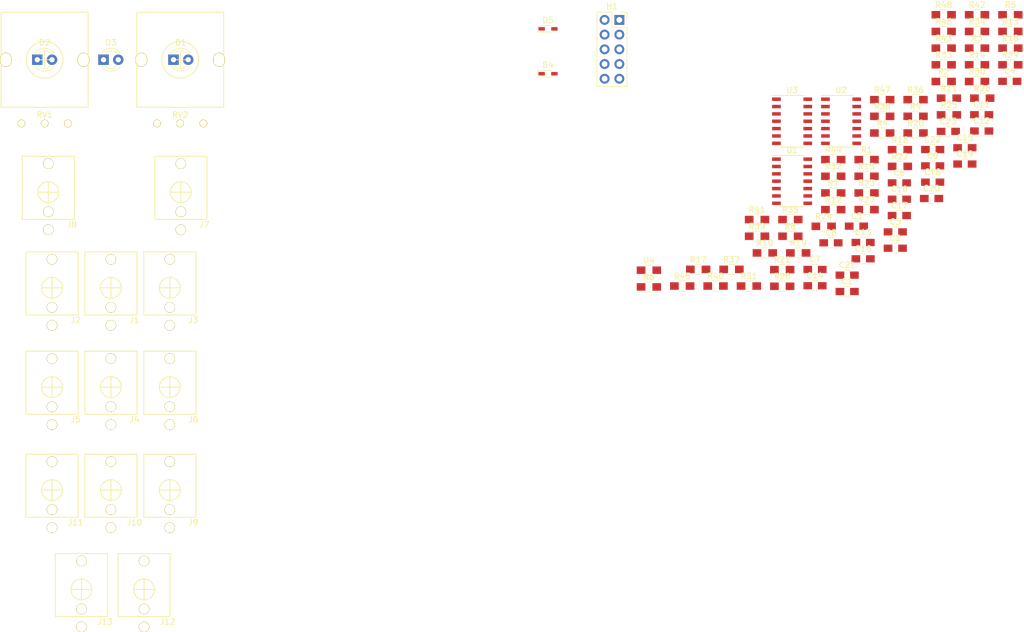
<source format=kicad_pcb>
(kicad_pcb (version 20171130) (host pcbnew "(5.1.6-0)")

  (general
    (thickness 1.6)
    (drawings 0)
    (tracks 0)
    (zones 0)
    (modules 96)
    (nets 72)
  )

  (page A4)
  (layers
    (0 F.Cu signal)
    (31 B.Cu signal)
    (32 B.Adhes user)
    (33 F.Adhes user)
    (34 B.Paste user)
    (35 F.Paste user)
    (36 B.SilkS user)
    (37 F.SilkS user)
    (38 B.Mask user)
    (39 F.Mask user)
    (40 Dwgs.User user)
    (41 Cmts.User user)
    (42 Eco1.User user)
    (43 Eco2.User user)
    (44 Edge.Cuts user)
    (45 Margin user)
    (46 B.CrtYd user)
    (47 F.CrtYd user)
    (48 B.Fab user)
    (49 F.Fab user)
  )

  (setup
    (last_trace_width 0.25)
    (trace_clearance 0.2)
    (zone_clearance 0.508)
    (zone_45_only no)
    (trace_min 0.2)
    (via_size 0.8)
    (via_drill 0.4)
    (via_min_size 0.4)
    (via_min_drill 0.3)
    (uvia_size 0.3)
    (uvia_drill 0.1)
    (uvias_allowed no)
    (uvia_min_size 0.2)
    (uvia_min_drill 0.1)
    (edge_width 0.1)
    (segment_width 0.2)
    (pcb_text_width 0.3)
    (pcb_text_size 1.5 1.5)
    (mod_edge_width 0.15)
    (mod_text_size 1 1)
    (mod_text_width 0.15)
    (pad_size 1.524 1.524)
    (pad_drill 0.762)
    (pad_to_mask_clearance 0)
    (aux_axis_origin 0 0)
    (visible_elements FFFFFF7F)
    (pcbplotparams
      (layerselection 0x010fc_ffffffff)
      (usegerberextensions false)
      (usegerberattributes true)
      (usegerberadvancedattributes true)
      (creategerberjobfile true)
      (excludeedgelayer true)
      (linewidth 0.100000)
      (plotframeref false)
      (viasonmask false)
      (mode 1)
      (useauxorigin false)
      (hpglpennumber 1)
      (hpglpenspeed 20)
      (hpglpendiameter 15.000000)
      (psnegative false)
      (psa4output false)
      (plotreference true)
      (plotvalue true)
      (plotinvisibletext false)
      (padsonsilk false)
      (subtractmaskfromsilk false)
      (outputformat 1)
      (mirror false)
      (drillshape 1)
      (scaleselection 1)
      (outputdirectory ""))
  )

  (net 0 "")
  (net 1 "Net-(C1-Pad1)")
  (net 2 "Net-(C1-Pad2)")
  (net 3 "Net-(C11-Pad1)")
  (net 4 "Net-(C2-Pad2)")
  (net 5 "Net-(C12-Pad1)")
  (net 6 "Net-(C3-Pad2)")
  (net 7 GND)
  (net 8 "Net-(C10-Pad1)")
  (net 9 "Net-(C21-Pad1)")
  (net 10 "Net-(C21-Pad2)")
  (net 11 "Net-(C22-Pad1)")
  (net 12 "Net-(C22-Pad2)")
  (net 13 "Net-(C23-Pad1)")
  (net 14 "Net-(C23-Pad2)")
  (net 15 "Net-(D1-Pad2)")
  (net 16 "Net-(D2-Pad2)")
  (net 17 "Net-(D3-Pad2)")
  (net 18 "Net-(D4-Pad1)")
  (net 19 "Net-(D4-Pad2)")
  (net 20 "Net-(D5-Pad2)")
  (net 21 +12V)
  (net 22 -12V)
  (net 23 "Net-(J1-Pad3)")
  (net 24 "Net-(J1-Pad2)")
  (net 25 "Net-(J2-Pad3)")
  (net 26 "Net-(J2-Pad2)")
  (net 27 "Net-(J3-Pad3)")
  (net 28 "Net-(J3-Pad2)")
  (net 29 "Net-(J4-Pad3)")
  (net 30 "Net-(J4-Pad2)")
  (net 31 "Net-(J5-Pad3)")
  (net 32 "Net-(J5-Pad2)")
  (net 33 "Net-(J6-Pad3)")
  (net 34 "Net-(J6-Pad2)")
  (net 35 "Net-(J7-Pad3)")
  (net 36 "Net-(J7-Pad2)")
  (net 37 "Net-(J8-Pad3)")
  (net 38 "Net-(J8-Pad2)")
  (net 39 "Net-(J9-Pad3)")
  (net 40 "Net-(J9-Pad2)")
  (net 41 "Net-(J10-Pad3)")
  (net 42 "Net-(J10-Pad2)")
  (net 43 "Net-(J11-Pad3)")
  (net 44 "Net-(J11-Pad2)")
  (net 45 "Net-(J12-Pad3)")
  (net 46 "Net-(J12-Pad2)")
  (net 47 "Net-(J13-Pad3)")
  (net 48 "Net-(J13-Pad2)")
  (net 49 "Net-(R2-Pad1)")
  (net 50 "Net-(R3-Pad1)")
  (net 51 "Net-(R4-Pad1)")
  (net 52 "Net-(R5-Pad1)")
  (net 53 "Net-(R6-Pad1)")
  (net 54 "Net-(R7-Pad2)")
  (net 55 "Net-(R8-Pad2)")
  (net 56 "Net-(R9-Pad2)")
  (net 57 "Net-(R18-Pad1)")
  (net 58 "Net-(R19-Pad1)")
  (net 59 "Net-(R20-Pad1)")
  (net 60 "Net-(R23-Pad1)")
  (net 61 "Net-(R24-Pad1)")
  (net 62 "Net-(R25-Pad1)")
  (net 63 "Net-(R26-Pad1)")
  (net 64 "Net-(R31-Pad2)")
  (net 65 "Net-(R32-Pad1)")
  (net 66 "Net-(R32-Pad2)")
  (net 67 "Net-(R33-Pad2)")
  (net 68 "Net-(R35-Pad1)")
  (net 69 "Net-(R36-Pad1)")
  (net 70 "Net-(R41-Pad1)")
  (net 71 "Net-(R42-Pad1)")

  (net_class Default "This is the default net class."
    (clearance 0.2)
    (trace_width 0.25)
    (via_dia 0.8)
    (via_drill 0.4)
    (uvia_dia 0.3)
    (uvia_drill 0.1)
    (add_net +12V)
    (add_net -12V)
    (add_net GND)
    (add_net "Net-(C1-Pad1)")
    (add_net "Net-(C1-Pad2)")
    (add_net "Net-(C10-Pad1)")
    (add_net "Net-(C11-Pad1)")
    (add_net "Net-(C12-Pad1)")
    (add_net "Net-(C2-Pad2)")
    (add_net "Net-(C21-Pad1)")
    (add_net "Net-(C21-Pad2)")
    (add_net "Net-(C22-Pad1)")
    (add_net "Net-(C22-Pad2)")
    (add_net "Net-(C23-Pad1)")
    (add_net "Net-(C23-Pad2)")
    (add_net "Net-(C3-Pad2)")
    (add_net "Net-(D1-Pad2)")
    (add_net "Net-(D2-Pad2)")
    (add_net "Net-(D3-Pad2)")
    (add_net "Net-(D4-Pad1)")
    (add_net "Net-(D4-Pad2)")
    (add_net "Net-(D5-Pad2)")
    (add_net "Net-(J1-Pad2)")
    (add_net "Net-(J1-Pad3)")
    (add_net "Net-(J10-Pad2)")
    (add_net "Net-(J10-Pad3)")
    (add_net "Net-(J11-Pad2)")
    (add_net "Net-(J11-Pad3)")
    (add_net "Net-(J12-Pad2)")
    (add_net "Net-(J12-Pad3)")
    (add_net "Net-(J13-Pad2)")
    (add_net "Net-(J13-Pad3)")
    (add_net "Net-(J2-Pad2)")
    (add_net "Net-(J2-Pad3)")
    (add_net "Net-(J3-Pad2)")
    (add_net "Net-(J3-Pad3)")
    (add_net "Net-(J4-Pad2)")
    (add_net "Net-(J4-Pad3)")
    (add_net "Net-(J5-Pad2)")
    (add_net "Net-(J5-Pad3)")
    (add_net "Net-(J6-Pad2)")
    (add_net "Net-(J6-Pad3)")
    (add_net "Net-(J7-Pad2)")
    (add_net "Net-(J7-Pad3)")
    (add_net "Net-(J8-Pad2)")
    (add_net "Net-(J8-Pad3)")
    (add_net "Net-(J9-Pad2)")
    (add_net "Net-(J9-Pad3)")
    (add_net "Net-(R18-Pad1)")
    (add_net "Net-(R19-Pad1)")
    (add_net "Net-(R2-Pad1)")
    (add_net "Net-(R20-Pad1)")
    (add_net "Net-(R23-Pad1)")
    (add_net "Net-(R24-Pad1)")
    (add_net "Net-(R25-Pad1)")
    (add_net "Net-(R26-Pad1)")
    (add_net "Net-(R3-Pad1)")
    (add_net "Net-(R31-Pad2)")
    (add_net "Net-(R32-Pad1)")
    (add_net "Net-(R32-Pad2)")
    (add_net "Net-(R33-Pad2)")
    (add_net "Net-(R35-Pad1)")
    (add_net "Net-(R36-Pad1)")
    (add_net "Net-(R4-Pad1)")
    (add_net "Net-(R41-Pad1)")
    (add_net "Net-(R42-Pad1)")
    (add_net "Net-(R5-Pad1)")
    (add_net "Net-(R6-Pad1)")
    (add_net "Net-(R7-Pad2)")
    (add_net "Net-(R8-Pad2)")
    (add_net "Net-(R9-Pad2)")
  )

  (module Eurocad:Alpha14mmPot (layer F.Cu) (tedit 6383B786) (tstamp 6383EE99)
    (at 53.23 87.63)
    (path /63F7EF09)
    (fp_text reference RV2 (at 0 9.5) (layer F.SilkS)
      (effects (font (size 1 1) (thickness 0.15)))
    )
    (fp_text value 10k (at 0 -6) (layer F.Fab)
      (effects (font (size 1 1) (thickness 0.15)))
    )
    (fp_line (start -7.493 -8.2) (end 7.493 -8.2) (layer F.SilkS) (width 0.15))
    (fp_line (start -7.493 8.2) (end 7.493 8.2) (layer F.SilkS) (width 0.15))
    (fp_line (start 7.5 -8.128) (end 7.5 8.128) (layer F.SilkS) (width 0.15))
    (fp_line (start -7.5 -8.128) (end -7.5 8.128) (layer F.SilkS) (width 0.15))
    (fp_circle (center 0 0) (end 3.175 0) (layer F.SilkS) (width 0.15))
    (fp_line (start 0 -1.27) (end 0 1.27) (layer F.SilkS) (width 0.15))
    (fp_line (start -1.27 0) (end 1.27 0) (layer F.SilkS) (width 0.15))
    (pad "" thru_hole oval (at 6.7 0) (size 2 2.4) (drill oval 1.7 2.1) (layers *.Cu *.Mask F.SilkS))
    (pad "" thru_hole oval (at -6.7 0 180) (size 2 2.4) (drill oval 1.7 2.1) (layers *.Cu *.Mask F.SilkS))
    (pad 3 thru_hole circle (at 4 11) (size 1.3 1.3) (drill 1) (layers *.Cu *.Mask F.SilkS)
      (net 5 "Net-(C12-Pad1)"))
    (pad 2 thru_hole circle (at 0 11) (size 1.3 1.3) (drill 1) (layers *.Cu *.Mask F.SilkS)
      (net 5 "Net-(C12-Pad1)"))
    (pad 1 thru_hole circle (at -4 11) (size 1.3 1.3) (drill 1) (layers *.Cu *.Mask F.SilkS)
      (net 50 "Net-(R3-Pad1)"))
  )

  (module Eurocad:Alpha14mmPot (layer F.Cu) (tedit 6383B786) (tstamp 6383EE89)
    (at 29.845 87.63)
    (path /63FCE8DC)
    (fp_text reference RV1 (at 0 9.5) (layer F.SilkS)
      (effects (font (size 1 1) (thickness 0.15)))
    )
    (fp_text value 100k (at 0 -6) (layer F.Fab)
      (effects (font (size 1 1) (thickness 0.15)))
    )
    (fp_line (start -7.493 -8.2) (end 7.493 -8.2) (layer F.SilkS) (width 0.15))
    (fp_line (start -7.493 8.2) (end 7.493 8.2) (layer F.SilkS) (width 0.15))
    (fp_line (start 7.5 -8.128) (end 7.5 8.128) (layer F.SilkS) (width 0.15))
    (fp_line (start -7.5 -8.128) (end -7.5 8.128) (layer F.SilkS) (width 0.15))
    (fp_circle (center 0 0) (end 3.175 0) (layer F.SilkS) (width 0.15))
    (fp_line (start 0 -1.27) (end 0 1.27) (layer F.SilkS) (width 0.15))
    (fp_line (start -1.27 0) (end 1.27 0) (layer F.SilkS) (width 0.15))
    (pad "" thru_hole oval (at 6.7 0) (size 2 2.4) (drill oval 1.7 2.1) (layers *.Cu *.Mask F.SilkS))
    (pad "" thru_hole oval (at -6.7 0 180) (size 2 2.4) (drill oval 1.7 2.1) (layers *.Cu *.Mask F.SilkS))
    (pad 3 thru_hole circle (at 4 11) (size 1.3 1.3) (drill 1) (layers *.Cu *.Mask F.SilkS)
      (net 3 "Net-(C11-Pad1)"))
    (pad 2 thru_hole circle (at 0 11) (size 1.3 1.3) (drill 1) (layers *.Cu *.Mask F.SilkS)
      (net 3 "Net-(C11-Pad1)"))
    (pad 1 thru_hole circle (at -4 11) (size 1.3 1.3) (drill 1) (layers *.Cu *.Mask F.SilkS)
      (net 49 "Net-(R2-Pad1)"))
  )

  (module Diodes_SMD:D_SC-80_HandSoldering (layer F.Cu) (tedit 58A57D7F) (tstamp 6383B272)
    (at 116.675 82.3)
    (descr "JEITA SC-80")
    (tags SC-80)
    (path /63CC85C7)
    (attr smd)
    (fp_text reference D5 (at 0 -1.5) (layer F.SilkS)
      (effects (font (size 1 1) (thickness 0.15)))
    )
    (fp_text value DIODE (at 0 1.6) (layer F.Fab)
      (effects (font (size 1 1) (thickness 0.15)))
    )
    (fp_line (start -1.8 0.55) (end 0.7 0.55) (layer F.SilkS) (width 0.12))
    (fp_line (start -1.8 -0.55) (end 0.7 -0.55) (layer F.SilkS) (width 0.12))
    (fp_line (start -1.9 0.7) (end 1.9 0.7) (layer F.CrtYd) (width 0.05))
    (fp_line (start 1.9 -0.7) (end -1.9 -0.7) (layer F.CrtYd) (width 0.05))
    (fp_line (start -1.9 0.7) (end -1.9 -0.7) (layer F.CrtYd) (width 0.05))
    (fp_line (start 1.9 -0.7) (end 1.9 0.7) (layer F.CrtYd) (width 0.05))
    (fp_line (start -1.8 -0.55) (end -1.8 0.55) (layer F.SilkS) (width 0.12))
    (fp_line (start 0.2 0) (end 0.45 0) (layer F.Fab) (width 0.1))
    (fp_line (start -0.2 -0.275) (end -0.2 0.275) (layer F.Fab) (width 0.1))
    (fp_line (start 0.2 -0.225) (end 0.2 0.225) (layer F.Fab) (width 0.1))
    (fp_line (start 0.2 0.225) (end -0.2 0) (layer F.Fab) (width 0.1))
    (fp_line (start -0.2 0) (end -0.475 0) (layer F.Fab) (width 0.1))
    (fp_line (start -0.2 0) (end 0.2 -0.225) (layer F.Fab) (width 0.1))
    (fp_line (start -0.65 -0.4) (end 0.65 -0.4) (layer F.Fab) (width 0.1))
    (fp_line (start 0.65 -0.4) (end 0.65 0.4) (layer F.Fab) (width 0.1))
    (fp_line (start 0.65 0.4) (end -0.65 0.4) (layer F.Fab) (width 0.1))
    (fp_line (start -0.65 0.4) (end -0.65 -0.4) (layer F.Fab) (width 0.1))
    (fp_text user %R (at 0 -1.5) (layer F.Fab)
      (effects (font (size 1 1) (thickness 0.15)))
    )
    (pad 2 smd rect (at 1.1 0) (size 1.1 0.6) (layers F.Cu F.Paste F.Mask)
      (net 20 "Net-(D5-Pad2)"))
    (pad 1 smd rect (at -1.1 0) (size 1.1 0.6) (layers F.Cu F.Paste F.Mask)
      (net 19 "Net-(D4-Pad2)"))
    (model ${KISYS3DMOD}/Diodes_SMD.3dshapes/D_SC-80.wrl
      (at (xyz 0 0 0))
      (scale (xyz 1 1 1))
      (rotate (xyz 0 0 0))
    )
  )

  (module Diodes_SMD:D_SC-80_HandSoldering (layer F.Cu) (tedit 58A57D7F) (tstamp 6383B26F)
    (at 116.675 90.05)
    (descr "JEITA SC-80")
    (tags SC-80)
    (path /63CC6D89)
    (attr smd)
    (fp_text reference D4 (at 0 -1.5) (layer F.SilkS)
      (effects (font (size 1 1) (thickness 0.15)))
    )
    (fp_text value DIODE (at 0 1.6) (layer F.Fab)
      (effects (font (size 1 1) (thickness 0.15)))
    )
    (fp_line (start -1.8 0.55) (end 0.7 0.55) (layer F.SilkS) (width 0.12))
    (fp_line (start -1.8 -0.55) (end 0.7 -0.55) (layer F.SilkS) (width 0.12))
    (fp_line (start -1.9 0.7) (end 1.9 0.7) (layer F.CrtYd) (width 0.05))
    (fp_line (start 1.9 -0.7) (end -1.9 -0.7) (layer F.CrtYd) (width 0.05))
    (fp_line (start -1.9 0.7) (end -1.9 -0.7) (layer F.CrtYd) (width 0.05))
    (fp_line (start 1.9 -0.7) (end 1.9 0.7) (layer F.CrtYd) (width 0.05))
    (fp_line (start -1.8 -0.55) (end -1.8 0.55) (layer F.SilkS) (width 0.12))
    (fp_line (start 0.2 0) (end 0.45 0) (layer F.Fab) (width 0.1))
    (fp_line (start -0.2 -0.275) (end -0.2 0.275) (layer F.Fab) (width 0.1))
    (fp_line (start 0.2 -0.225) (end 0.2 0.225) (layer F.Fab) (width 0.1))
    (fp_line (start 0.2 0.225) (end -0.2 0) (layer F.Fab) (width 0.1))
    (fp_line (start -0.2 0) (end -0.475 0) (layer F.Fab) (width 0.1))
    (fp_line (start -0.2 0) (end 0.2 -0.225) (layer F.Fab) (width 0.1))
    (fp_line (start -0.65 -0.4) (end 0.65 -0.4) (layer F.Fab) (width 0.1))
    (fp_line (start 0.65 -0.4) (end 0.65 0.4) (layer F.Fab) (width 0.1))
    (fp_line (start 0.65 0.4) (end -0.65 0.4) (layer F.Fab) (width 0.1))
    (fp_line (start -0.65 0.4) (end -0.65 -0.4) (layer F.Fab) (width 0.1))
    (fp_text user %R (at 0 -1.5) (layer F.Fab)
      (effects (font (size 1 1) (thickness 0.15)))
    )
    (pad 2 smd rect (at 1.1 0) (size 1.1 0.6) (layers F.Cu F.Paste F.Mask)
      (net 19 "Net-(D4-Pad2)"))
    (pad 1 smd rect (at -1.1 0) (size 1.1 0.6) (layers F.Cu F.Paste F.Mask)
      (net 18 "Net-(D4-Pad1)"))
    (model ${KISYS3DMOD}/Diodes_SMD.3dshapes/D_SC-80.wrl
      (at (xyz 0 0 0))
      (scale (xyz 1 1 1))
      (rotate (xyz 0 0 0))
    )
  )

  (module Resistors_SMD:R_0805_HandSoldering (layer F.Cu) (tedit 58E0A804) (tstamp 6383B3C7)
    (at 134.075 123.965)
    (descr "Resistor SMD 0805, hand soldering")
    (tags "resistor 0805")
    (path /638193DC)
    (attr smd)
    (fp_text reference U4 (at 0 -1.7) (layer F.SilkS)
      (effects (font (size 1 1) (thickness 0.15)))
    )
    (fp_text value TL074 (at 0 1.75) (layer F.Fab)
      (effects (font (size 1 1) (thickness 0.15)))
    )
    (fp_line (start 2.35 0.9) (end -2.35 0.9) (layer F.CrtYd) (width 0.05))
    (fp_line (start 2.35 0.9) (end 2.35 -0.9) (layer F.CrtYd) (width 0.05))
    (fp_line (start -2.35 -0.9) (end -2.35 0.9) (layer F.CrtYd) (width 0.05))
    (fp_line (start -2.35 -0.9) (end 2.35 -0.9) (layer F.CrtYd) (width 0.05))
    (fp_line (start -0.6 -0.88) (end 0.6 -0.88) (layer F.SilkS) (width 0.12))
    (fp_line (start 0.6 0.88) (end -0.6 0.88) (layer F.SilkS) (width 0.12))
    (fp_line (start -1 -0.62) (end 1 -0.62) (layer F.Fab) (width 0.1))
    (fp_line (start 1 -0.62) (end 1 0.62) (layer F.Fab) (width 0.1))
    (fp_line (start 1 0.62) (end -1 0.62) (layer F.Fab) (width 0.1))
    (fp_line (start -1 0.62) (end -1 -0.62) (layer F.Fab) (width 0.1))
    (fp_text user %R (at 0 0) (layer F.Fab)
      (effects (font (size 0.5 0.5) (thickness 0.075)))
    )
    (pad 1 smd rect (at -1.35 0) (size 1.5 1.3) (layers F.Cu F.Paste F.Mask)
      (net 68 "Net-(R35-Pad1)"))
    (pad 2 smd rect (at 1.35 0) (size 1.5 1.3) (layers F.Cu F.Paste F.Mask)
      (net 68 "Net-(R35-Pad1)"))
    (model ${KISYS3DMOD}/Resistors_SMD.3dshapes/R_0805.wrl
      (at (xyz 0 0 0))
      (scale (xyz 1 1 1))
      (rotate (xyz 0 0 0))
    )
  )

  (module Housings_SOIC:SOIC-14_3.9x8.7mm_Pitch1.27mm (layer F.Cu) (tedit 58CC8F64) (tstamp 6383B3C4)
    (at 158.775 98.25)
    (descr "14-Lead Plastic Small Outline (SL) - Narrow, 3.90 mm Body [SOIC] (see Microchip Packaging Specification 00000049BS.pdf)")
    (tags "SOIC 1.27")
    (path /6396FB57)
    (attr smd)
    (fp_text reference U3 (at 0 -5.375) (layer F.SilkS)
      (effects (font (size 1 1) (thickness 0.15)))
    )
    (fp_text value TL074 (at 0 5.375) (layer F.Fab)
      (effects (font (size 1 1) (thickness 0.15)))
    )
    (fp_line (start -2.075 -4.425) (end -3.45 -4.425) (layer F.SilkS) (width 0.15))
    (fp_line (start -2.075 4.45) (end 2.075 4.45) (layer F.SilkS) (width 0.15))
    (fp_line (start -2.075 -4.45) (end 2.075 -4.45) (layer F.SilkS) (width 0.15))
    (fp_line (start -2.075 4.45) (end -2.075 4.335) (layer F.SilkS) (width 0.15))
    (fp_line (start 2.075 4.45) (end 2.075 4.335) (layer F.SilkS) (width 0.15))
    (fp_line (start 2.075 -4.45) (end 2.075 -4.335) (layer F.SilkS) (width 0.15))
    (fp_line (start -2.075 -4.45) (end -2.075 -4.425) (layer F.SilkS) (width 0.15))
    (fp_line (start -3.7 4.65) (end 3.7 4.65) (layer F.CrtYd) (width 0.05))
    (fp_line (start -3.7 -4.65) (end 3.7 -4.65) (layer F.CrtYd) (width 0.05))
    (fp_line (start 3.7 -4.65) (end 3.7 4.65) (layer F.CrtYd) (width 0.05))
    (fp_line (start -3.7 -4.65) (end -3.7 4.65) (layer F.CrtYd) (width 0.05))
    (fp_line (start -1.95 -3.35) (end -0.95 -4.35) (layer F.Fab) (width 0.15))
    (fp_line (start -1.95 4.35) (end -1.95 -3.35) (layer F.Fab) (width 0.15))
    (fp_line (start 1.95 4.35) (end -1.95 4.35) (layer F.Fab) (width 0.15))
    (fp_line (start 1.95 -4.35) (end 1.95 4.35) (layer F.Fab) (width 0.15))
    (fp_line (start -0.95 -4.35) (end 1.95 -4.35) (layer F.Fab) (width 0.15))
    (fp_text user %R (at 0 0) (layer F.Fab)
      (effects (font (size 0.9 0.9) (thickness 0.135)))
    )
    (pad 1 smd rect (at -2.7 -3.81) (size 1.5 0.6) (layers F.Cu F.Paste F.Mask)
      (net 56 "Net-(R9-Pad2)"))
    (pad 2 smd rect (at -2.7 -2.54) (size 1.5 0.6) (layers F.Cu F.Paste F.Mask)
      (net 6 "Net-(C3-Pad2)"))
    (pad 3 smd rect (at -2.7 -1.27) (size 1.5 0.6) (layers F.Cu F.Paste F.Mask)
      (net 7 GND))
    (pad 4 smd rect (at -2.7 0) (size 1.5 0.6) (layers F.Cu F.Paste F.Mask)
      (net 21 +12V))
    (pad 5 smd rect (at -2.7 1.27) (size 1.5 0.6) (layers F.Cu F.Paste F.Mask)
      (net 7 GND))
    (pad 6 smd rect (at -2.7 2.54) (size 1.5 0.6) (layers F.Cu F.Paste F.Mask)
      (net 14 "Net-(C23-Pad2)"))
    (pad 7 smd rect (at -2.7 3.81) (size 1.5 0.6) (layers F.Cu F.Paste F.Mask)
      (net 13 "Net-(C23-Pad1)"))
    (pad 8 smd rect (at 2.7 3.81) (size 1.5 0.6) (layers F.Cu F.Paste F.Mask)
      (net 62 "Net-(R25-Pad1)"))
    (pad 9 smd rect (at 2.7 2.54) (size 1.5 0.6) (layers F.Cu F.Paste F.Mask)
      (net 59 "Net-(R20-Pad1)"))
    (pad 10 smd rect (at 2.7 1.27) (size 1.5 0.6) (layers F.Cu F.Paste F.Mask)
      (net 7 GND))
    (pad 11 smd rect (at 2.7 0) (size 1.5 0.6) (layers F.Cu F.Paste F.Mask)
      (net 22 -12V))
    (pad 12 smd rect (at 2.7 -1.27) (size 1.5 0.6) (layers F.Cu F.Paste F.Mask)
      (net 7 GND))
    (pad 13 smd rect (at 2.7 -2.54) (size 1.5 0.6) (layers F.Cu F.Paste F.Mask)
      (net 62 "Net-(R25-Pad1)"))
    (pad 14 smd rect (at 2.7 -3.81) (size 1.5 0.6) (layers F.Cu F.Paste F.Mask)
      (net 67 "Net-(R33-Pad2)"))
    (model ${KISYS3DMOD}/Housings_SOIC.3dshapes/SOIC-14_3.9x8.7mm_Pitch1.27mm.wrl
      (at (xyz 0 0 0))
      (scale (xyz 1 1 1))
      (rotate (xyz 0 0 0))
    )
  )

  (module Housings_SOIC:SOIC-14_3.9x8.7mm_Pitch1.27mm (layer F.Cu) (tedit 58CC8F64) (tstamp 6383B3C1)
    (at 167.225 98.25)
    (descr "14-Lead Plastic Small Outline (SL) - Narrow, 3.90 mm Body [SOIC] (see Microchip Packaging Specification 00000049BS.pdf)")
    (tags "SOIC 1.27")
    (path /63947869)
    (attr smd)
    (fp_text reference U2 (at 0 -5.375) (layer F.SilkS)
      (effects (font (size 1 1) (thickness 0.15)))
    )
    (fp_text value TL074 (at 0 5.375) (layer F.Fab)
      (effects (font (size 1 1) (thickness 0.15)))
    )
    (fp_line (start -2.075 -4.425) (end -3.45 -4.425) (layer F.SilkS) (width 0.15))
    (fp_line (start -2.075 4.45) (end 2.075 4.45) (layer F.SilkS) (width 0.15))
    (fp_line (start -2.075 -4.45) (end 2.075 -4.45) (layer F.SilkS) (width 0.15))
    (fp_line (start -2.075 4.45) (end -2.075 4.335) (layer F.SilkS) (width 0.15))
    (fp_line (start 2.075 4.45) (end 2.075 4.335) (layer F.SilkS) (width 0.15))
    (fp_line (start 2.075 -4.45) (end 2.075 -4.335) (layer F.SilkS) (width 0.15))
    (fp_line (start -2.075 -4.45) (end -2.075 -4.425) (layer F.SilkS) (width 0.15))
    (fp_line (start -3.7 4.65) (end 3.7 4.65) (layer F.CrtYd) (width 0.05))
    (fp_line (start -3.7 -4.65) (end 3.7 -4.65) (layer F.CrtYd) (width 0.05))
    (fp_line (start 3.7 -4.65) (end 3.7 4.65) (layer F.CrtYd) (width 0.05))
    (fp_line (start -3.7 -4.65) (end -3.7 4.65) (layer F.CrtYd) (width 0.05))
    (fp_line (start -1.95 -3.35) (end -0.95 -4.35) (layer F.Fab) (width 0.15))
    (fp_line (start -1.95 4.35) (end -1.95 -3.35) (layer F.Fab) (width 0.15))
    (fp_line (start 1.95 4.35) (end -1.95 4.35) (layer F.Fab) (width 0.15))
    (fp_line (start 1.95 -4.35) (end 1.95 4.35) (layer F.Fab) (width 0.15))
    (fp_line (start -0.95 -4.35) (end 1.95 -4.35) (layer F.Fab) (width 0.15))
    (fp_text user %R (at 0 0) (layer F.Fab)
      (effects (font (size 0.9 0.9) (thickness 0.135)))
    )
    (pad 1 smd rect (at -2.7 -3.81) (size 1.5 0.6) (layers F.Cu F.Paste F.Mask)
      (net 55 "Net-(R8-Pad2)"))
    (pad 2 smd rect (at -2.7 -2.54) (size 1.5 0.6) (layers F.Cu F.Paste F.Mask)
      (net 4 "Net-(C2-Pad2)"))
    (pad 3 smd rect (at -2.7 -1.27) (size 1.5 0.6) (layers F.Cu F.Paste F.Mask)
      (net 7 GND))
    (pad 4 smd rect (at -2.7 0) (size 1.5 0.6) (layers F.Cu F.Paste F.Mask)
      (net 21 +12V))
    (pad 5 smd rect (at -2.7 1.27) (size 1.5 0.6) (layers F.Cu F.Paste F.Mask)
      (net 7 GND))
    (pad 6 smd rect (at -2.7 2.54) (size 1.5 0.6) (layers F.Cu F.Paste F.Mask)
      (net 12 "Net-(C22-Pad2)"))
    (pad 7 smd rect (at -2.7 3.81) (size 1.5 0.6) (layers F.Cu F.Paste F.Mask)
      (net 11 "Net-(C22-Pad1)"))
    (pad 8 smd rect (at 2.7 3.81) (size 1.5 0.6) (layers F.Cu F.Paste F.Mask)
      (net 61 "Net-(R24-Pad1)"))
    (pad 9 smd rect (at 2.7 2.54) (size 1.5 0.6) (layers F.Cu F.Paste F.Mask)
      (net 58 "Net-(R19-Pad1)"))
    (pad 10 smd rect (at 2.7 1.27) (size 1.5 0.6) (layers F.Cu F.Paste F.Mask)
      (net 7 GND))
    (pad 11 smd rect (at 2.7 0) (size 1.5 0.6) (layers F.Cu F.Paste F.Mask)
      (net 22 -12V))
    (pad 12 smd rect (at 2.7 -1.27) (size 1.5 0.6) (layers F.Cu F.Paste F.Mask)
      (net 7 GND))
    (pad 13 smd rect (at 2.7 -2.54) (size 1.5 0.6) (layers F.Cu F.Paste F.Mask)
      (net 61 "Net-(R24-Pad1)"))
    (pad 14 smd rect (at 2.7 -3.81) (size 1.5 0.6) (layers F.Cu F.Paste F.Mask)
      (net 66 "Net-(R32-Pad2)"))
    (model ${KISYS3DMOD}/Housings_SOIC.3dshapes/SOIC-14_3.9x8.7mm_Pitch1.27mm.wrl
      (at (xyz 0 0 0))
      (scale (xyz 1 1 1))
      (rotate (xyz 0 0 0))
    )
  )

  (module Housings_SOIC:SOIC-14_3.9x8.7mm_Pitch1.27mm (layer F.Cu) (tedit 58CC8F64) (tstamp 6383B3BE)
    (at 158.775 108.6)
    (descr "14-Lead Plastic Small Outline (SL) - Narrow, 3.90 mm Body [SOIC] (see Microchip Packaging Specification 00000049BS.pdf)")
    (tags "SOIC 1.27")
    (path /63810344)
    (attr smd)
    (fp_text reference U1 (at 0 -5.375) (layer F.SilkS)
      (effects (font (size 1 1) (thickness 0.15)))
    )
    (fp_text value TL074 (at 0 5.375) (layer F.Fab)
      (effects (font (size 1 1) (thickness 0.15)))
    )
    (fp_line (start -2.075 -4.425) (end -3.45 -4.425) (layer F.SilkS) (width 0.15))
    (fp_line (start -2.075 4.45) (end 2.075 4.45) (layer F.SilkS) (width 0.15))
    (fp_line (start -2.075 -4.45) (end 2.075 -4.45) (layer F.SilkS) (width 0.15))
    (fp_line (start -2.075 4.45) (end -2.075 4.335) (layer F.SilkS) (width 0.15))
    (fp_line (start 2.075 4.45) (end 2.075 4.335) (layer F.SilkS) (width 0.15))
    (fp_line (start 2.075 -4.45) (end 2.075 -4.335) (layer F.SilkS) (width 0.15))
    (fp_line (start -2.075 -4.45) (end -2.075 -4.425) (layer F.SilkS) (width 0.15))
    (fp_line (start -3.7 4.65) (end 3.7 4.65) (layer F.CrtYd) (width 0.05))
    (fp_line (start -3.7 -4.65) (end 3.7 -4.65) (layer F.CrtYd) (width 0.05))
    (fp_line (start 3.7 -4.65) (end 3.7 4.65) (layer F.CrtYd) (width 0.05))
    (fp_line (start -3.7 -4.65) (end -3.7 4.65) (layer F.CrtYd) (width 0.05))
    (fp_line (start -1.95 -3.35) (end -0.95 -4.35) (layer F.Fab) (width 0.15))
    (fp_line (start -1.95 4.35) (end -1.95 -3.35) (layer F.Fab) (width 0.15))
    (fp_line (start 1.95 4.35) (end -1.95 4.35) (layer F.Fab) (width 0.15))
    (fp_line (start 1.95 -4.35) (end 1.95 4.35) (layer F.Fab) (width 0.15))
    (fp_line (start -0.95 -4.35) (end 1.95 -4.35) (layer F.Fab) (width 0.15))
    (fp_text user %R (at 0 0) (layer F.Fab)
      (effects (font (size 0.9 0.9) (thickness 0.135)))
    )
    (pad 1 smd rect (at -2.7 -3.81) (size 1.5 0.6) (layers F.Cu F.Paste F.Mask)
      (net 54 "Net-(R7-Pad2)"))
    (pad 2 smd rect (at -2.7 -2.54) (size 1.5 0.6) (layers F.Cu F.Paste F.Mask)
      (net 2 "Net-(C1-Pad2)"))
    (pad 3 smd rect (at -2.7 -1.27) (size 1.5 0.6) (layers F.Cu F.Paste F.Mask)
      (net 7 GND))
    (pad 4 smd rect (at -2.7 0) (size 1.5 0.6) (layers F.Cu F.Paste F.Mask)
      (net 21 +12V))
    (pad 5 smd rect (at -2.7 1.27) (size 1.5 0.6) (layers F.Cu F.Paste F.Mask)
      (net 7 GND))
    (pad 6 smd rect (at -2.7 2.54) (size 1.5 0.6) (layers F.Cu F.Paste F.Mask)
      (net 10 "Net-(C21-Pad2)"))
    (pad 7 smd rect (at -2.7 3.81) (size 1.5 0.6) (layers F.Cu F.Paste F.Mask)
      (net 9 "Net-(C21-Pad1)"))
    (pad 8 smd rect (at 2.7 3.81) (size 1.5 0.6) (layers F.Cu F.Paste F.Mask)
      (net 60 "Net-(R23-Pad1)"))
    (pad 9 smd rect (at 2.7 2.54) (size 1.5 0.6) (layers F.Cu F.Paste F.Mask)
      (net 57 "Net-(R18-Pad1)"))
    (pad 10 smd rect (at 2.7 1.27) (size 1.5 0.6) (layers F.Cu F.Paste F.Mask)
      (net 7 GND))
    (pad 11 smd rect (at 2.7 0) (size 1.5 0.6) (layers F.Cu F.Paste F.Mask)
      (net 22 -12V))
    (pad 12 smd rect (at 2.7 -1.27) (size 1.5 0.6) (layers F.Cu F.Paste F.Mask)
      (net 7 GND))
    (pad 13 smd rect (at 2.7 -2.54) (size 1.5 0.6) (layers F.Cu F.Paste F.Mask)
      (net 60 "Net-(R23-Pad1)"))
    (pad 14 smd rect (at 2.7 -3.81) (size 1.5 0.6) (layers F.Cu F.Paste F.Mask)
      (net 64 "Net-(R31-Pad2)"))
    (model ${KISYS3DMOD}/Housings_SOIC.3dshapes/SOIC-14_3.9x8.7mm_Pitch1.27mm.wrl
      (at (xyz 0 0 0))
      (scale (xyz 1 1 1))
      (rotate (xyz 0 0 0))
    )
  )

  (module Resistors_SMD:R_0805_HandSoldering (layer F.Cu) (tedit 58E0A804) (tstamp 6383B3BB)
    (at 184.925 79.865)
    (descr "Resistor SMD 0805, hand soldering")
    (tags "resistor 0805")
    (path /63D066B2)
    (attr smd)
    (fp_text reference R48 (at 0 -1.7) (layer F.SilkS)
      (effects (font (size 1 1) (thickness 0.15)))
    )
    (fp_text value 1k (at 0 1.75) (layer F.Fab)
      (effects (font (size 1 1) (thickness 0.15)))
    )
    (fp_line (start 2.35 0.9) (end -2.35 0.9) (layer F.CrtYd) (width 0.05))
    (fp_line (start 2.35 0.9) (end 2.35 -0.9) (layer F.CrtYd) (width 0.05))
    (fp_line (start -2.35 -0.9) (end -2.35 0.9) (layer F.CrtYd) (width 0.05))
    (fp_line (start -2.35 -0.9) (end 2.35 -0.9) (layer F.CrtYd) (width 0.05))
    (fp_line (start -0.6 -0.88) (end 0.6 -0.88) (layer F.SilkS) (width 0.12))
    (fp_line (start 0.6 0.88) (end -0.6 0.88) (layer F.SilkS) (width 0.12))
    (fp_line (start -1 -0.62) (end 1 -0.62) (layer F.Fab) (width 0.1))
    (fp_line (start 1 -0.62) (end 1 0.62) (layer F.Fab) (width 0.1))
    (fp_line (start 1 0.62) (end -1 0.62) (layer F.Fab) (width 0.1))
    (fp_line (start -1 0.62) (end -1 -0.62) (layer F.Fab) (width 0.1))
    (fp_text user %R (at 0 0) (layer F.Fab)
      (effects (font (size 0.5 0.5) (thickness 0.075)))
    )
    (pad 1 smd rect (at -1.35 0) (size 1.5 1.3) (layers F.Cu F.Paste F.Mask)
      (net 45 "Net-(J12-Pad3)"))
    (pad 2 smd rect (at 1.35 0) (size 1.5 1.3) (layers F.Cu F.Paste F.Mask)
      (net 20 "Net-(D5-Pad2)"))
    (model ${KISYS3DMOD}/Resistors_SMD.3dshapes/R_0805.wrl
      (at (xyz 0 0 0))
      (scale (xyz 1 1 1))
      (rotate (xyz 0 0 0))
    )
  )

  (module Resistors_SMD:R_0805_HandSoldering (layer F.Cu) (tedit 58E0A804) (tstamp 6383B3B8)
    (at 174.325 94.515)
    (descr "Resistor SMD 0805, hand soldering")
    (tags "resistor 0805")
    (path /63D0E033)
    (attr smd)
    (fp_text reference R47 (at 0 -1.7) (layer F.SilkS)
      (effects (font (size 1 1) (thickness 0.15)))
    )
    (fp_text value 1k (at 0 1.75) (layer F.Fab)
      (effects (font (size 1 1) (thickness 0.15)))
    )
    (fp_line (start 2.35 0.9) (end -2.35 0.9) (layer F.CrtYd) (width 0.05))
    (fp_line (start 2.35 0.9) (end 2.35 -0.9) (layer F.CrtYd) (width 0.05))
    (fp_line (start -2.35 -0.9) (end -2.35 0.9) (layer F.CrtYd) (width 0.05))
    (fp_line (start -2.35 -0.9) (end 2.35 -0.9) (layer F.CrtYd) (width 0.05))
    (fp_line (start -0.6 -0.88) (end 0.6 -0.88) (layer F.SilkS) (width 0.12))
    (fp_line (start 0.6 0.88) (end -0.6 0.88) (layer F.SilkS) (width 0.12))
    (fp_line (start -1 -0.62) (end 1 -0.62) (layer F.Fab) (width 0.1))
    (fp_line (start 1 -0.62) (end 1 0.62) (layer F.Fab) (width 0.1))
    (fp_line (start 1 0.62) (end -1 0.62) (layer F.Fab) (width 0.1))
    (fp_line (start -1 0.62) (end -1 -0.62) (layer F.Fab) (width 0.1))
    (fp_text user %R (at 0 0) (layer F.Fab)
      (effects (font (size 0.5 0.5) (thickness 0.075)))
    )
    (pad 1 smd rect (at -1.35 0) (size 1.5 1.3) (layers F.Cu F.Paste F.Mask)
      (net 47 "Net-(J13-Pad3)"))
    (pad 2 smd rect (at 1.35 0) (size 1.5 1.3) (layers F.Cu F.Paste F.Mask)
      (net 18 "Net-(D4-Pad1)"))
    (model ${KISYS3DMOD}/Resistors_SMD.3dshapes/R_0805.wrl
      (at (xyz 0 0 0))
      (scale (xyz 1 1 1))
      (rotate (xyz 0 0 0))
    )
  )

  (module Resistors_SMD:R_0805_HandSoldering (layer F.Cu) (tedit 58E0A804) (tstamp 6383B3B5)
    (at 184.925 82.745)
    (descr "Resistor SMD 0805, hand soldering")
    (tags "resistor 0805")
    (path /63C3EF94)
    (attr smd)
    (fp_text reference R46 (at 0 -1.7) (layer F.SilkS)
      (effects (font (size 1 1) (thickness 0.15)))
    )
    (fp_text value 100k (at 0 1.75) (layer F.Fab)
      (effects (font (size 1 1) (thickness 0.15)))
    )
    (fp_line (start 2.35 0.9) (end -2.35 0.9) (layer F.CrtYd) (width 0.05))
    (fp_line (start 2.35 0.9) (end 2.35 -0.9) (layer F.CrtYd) (width 0.05))
    (fp_line (start -2.35 -0.9) (end -2.35 0.9) (layer F.CrtYd) (width 0.05))
    (fp_line (start -2.35 -0.9) (end 2.35 -0.9) (layer F.CrtYd) (width 0.05))
    (fp_line (start -0.6 -0.88) (end 0.6 -0.88) (layer F.SilkS) (width 0.12))
    (fp_line (start 0.6 0.88) (end -0.6 0.88) (layer F.SilkS) (width 0.12))
    (fp_line (start -1 -0.62) (end 1 -0.62) (layer F.Fab) (width 0.1))
    (fp_line (start 1 -0.62) (end 1 0.62) (layer F.Fab) (width 0.1))
    (fp_line (start 1 0.62) (end -1 0.62) (layer F.Fab) (width 0.1))
    (fp_line (start -1 0.62) (end -1 -0.62) (layer F.Fab) (width 0.1))
    (fp_text user %R (at 0 0) (layer F.Fab)
      (effects (font (size 0.5 0.5) (thickness 0.075)))
    )
    (pad 1 smd rect (at -1.35 0) (size 1.5 1.3) (layers F.Cu F.Paste F.Mask)
      (net 20 "Net-(D5-Pad2)"))
    (pad 2 smd rect (at 1.35 0) (size 1.5 1.3) (layers F.Cu F.Paste F.Mask)
      (net 70 "Net-(R41-Pad1)"))
    (model ${KISYS3DMOD}/Resistors_SMD.3dshapes/R_0805.wrl
      (at (xyz 0 0 0))
      (scale (xyz 1 1 1))
      (rotate (xyz 0 0 0))
    )
  )

  (module Resistors_SMD:R_0805_HandSoldering (layer F.Cu) (tedit 58E0A804) (tstamp 6383B3B2)
    (at 139.825 126.695)
    (descr "Resistor SMD 0805, hand soldering")
    (tags "resistor 0805")
    (path /63CAD169)
    (attr smd)
    (fp_text reference R45 (at 0 -1.7) (layer F.SilkS)
      (effects (font (size 1 1) (thickness 0.15)))
    )
    (fp_text value 100k (at 0 1.75) (layer F.Fab)
      (effects (font (size 1 1) (thickness 0.15)))
    )
    (fp_line (start 2.35 0.9) (end -2.35 0.9) (layer F.CrtYd) (width 0.05))
    (fp_line (start 2.35 0.9) (end 2.35 -0.9) (layer F.CrtYd) (width 0.05))
    (fp_line (start -2.35 -0.9) (end -2.35 0.9) (layer F.CrtYd) (width 0.05))
    (fp_line (start -2.35 -0.9) (end 2.35 -0.9) (layer F.CrtYd) (width 0.05))
    (fp_line (start -0.6 -0.88) (end 0.6 -0.88) (layer F.SilkS) (width 0.12))
    (fp_line (start 0.6 0.88) (end -0.6 0.88) (layer F.SilkS) (width 0.12))
    (fp_line (start -1 -0.62) (end 1 -0.62) (layer F.Fab) (width 0.1))
    (fp_line (start 1 -0.62) (end 1 0.62) (layer F.Fab) (width 0.1))
    (fp_line (start 1 0.62) (end -1 0.62) (layer F.Fab) (width 0.1))
    (fp_line (start -1 0.62) (end -1 -0.62) (layer F.Fab) (width 0.1))
    (fp_text user %R (at 0 0) (layer F.Fab)
      (effects (font (size 0.5 0.5) (thickness 0.075)))
    )
    (pad 1 smd rect (at -1.35 0) (size 1.5 1.3) (layers F.Cu F.Paste F.Mask)
      (net 18 "Net-(D4-Pad1)"))
    (pad 2 smd rect (at 1.35 0) (size 1.5 1.3) (layers F.Cu F.Paste F.Mask)
      (net 70 "Net-(R41-Pad1)"))
    (model ${KISYS3DMOD}/Resistors_SMD.3dshapes/R_0805.wrl
      (at (xyz 0 0 0))
      (scale (xyz 1 1 1))
      (rotate (xyz 0 0 0))
    )
  )

  (module Resistors_SMD:R_0805_HandSoldering (layer F.Cu) (tedit 58E0A804) (tstamp 6383B3AF)
    (at 165.875 104.865)
    (descr "Resistor SMD 0805, hand soldering")
    (tags "resistor 0805")
    (path /63B69984)
    (attr smd)
    (fp_text reference R44 (at 0 -1.7) (layer F.SilkS)
      (effects (font (size 1 1) (thickness 0.15)))
    )
    (fp_text value 100k (at 0 1.75) (layer F.Fab)
      (effects (font (size 1 1) (thickness 0.15)))
    )
    (fp_line (start 2.35 0.9) (end -2.35 0.9) (layer F.CrtYd) (width 0.05))
    (fp_line (start 2.35 0.9) (end 2.35 -0.9) (layer F.CrtYd) (width 0.05))
    (fp_line (start -2.35 -0.9) (end -2.35 0.9) (layer F.CrtYd) (width 0.05))
    (fp_line (start -2.35 -0.9) (end 2.35 -0.9) (layer F.CrtYd) (width 0.05))
    (fp_line (start -0.6 -0.88) (end 0.6 -0.88) (layer F.SilkS) (width 0.12))
    (fp_line (start 0.6 0.88) (end -0.6 0.88) (layer F.SilkS) (width 0.12))
    (fp_line (start -1 -0.62) (end 1 -0.62) (layer F.Fab) (width 0.1))
    (fp_line (start 1 -0.62) (end 1 0.62) (layer F.Fab) (width 0.1))
    (fp_line (start 1 0.62) (end -1 0.62) (layer F.Fab) (width 0.1))
    (fp_line (start -1 0.62) (end -1 -0.62) (layer F.Fab) (width 0.1))
    (fp_text user %R (at 0 0) (layer F.Fab)
      (effects (font (size 0.5 0.5) (thickness 0.075)))
    )
    (pad 1 smd rect (at -1.35 0) (size 1.5 1.3) (layers F.Cu F.Paste F.Mask)
      (net 71 "Net-(R42-Pad1)"))
    (pad 2 smd rect (at 1.35 0) (size 1.5 1.3) (layers F.Cu F.Paste F.Mask)
      (net 7 GND))
    (model ${KISYS3DMOD}/Resistors_SMD.3dshapes/R_0805.wrl
      (at (xyz 0 0 0))
      (scale (xyz 1 1 1))
      (rotate (xyz 0 0 0))
    )
  )

  (module Resistors_SMD:R_0805_HandSoldering (layer F.Cu) (tedit 58E0A804) (tstamp 6383B3AC)
    (at 184.925 85.625)
    (descr "Resistor SMD 0805, hand soldering")
    (tags "resistor 0805")
    (path /63BA214A)
    (attr smd)
    (fp_text reference R43 (at 0 -1.7) (layer F.SilkS)
      (effects (font (size 1 1) (thickness 0.15)))
    )
    (fp_text value 100k (at 0 1.75) (layer F.Fab)
      (effects (font (size 1 1) (thickness 0.15)))
    )
    (fp_line (start 2.35 0.9) (end -2.35 0.9) (layer F.CrtYd) (width 0.05))
    (fp_line (start 2.35 0.9) (end 2.35 -0.9) (layer F.CrtYd) (width 0.05))
    (fp_line (start -2.35 -0.9) (end -2.35 0.9) (layer F.CrtYd) (width 0.05))
    (fp_line (start -2.35 -0.9) (end 2.35 -0.9) (layer F.CrtYd) (width 0.05))
    (fp_line (start -0.6 -0.88) (end 0.6 -0.88) (layer F.SilkS) (width 0.12))
    (fp_line (start 0.6 0.88) (end -0.6 0.88) (layer F.SilkS) (width 0.12))
    (fp_line (start -1 -0.62) (end 1 -0.62) (layer F.Fab) (width 0.1))
    (fp_line (start 1 -0.62) (end 1 0.62) (layer F.Fab) (width 0.1))
    (fp_line (start 1 0.62) (end -1 0.62) (layer F.Fab) (width 0.1))
    (fp_line (start -1 0.62) (end -1 -0.62) (layer F.Fab) (width 0.1))
    (fp_text user %R (at 0 0) (layer F.Fab)
      (effects (font (size 0.5 0.5) (thickness 0.075)))
    )
    (pad 1 smd rect (at -1.35 0) (size 1.5 1.3) (layers F.Cu F.Paste F.Mask)
      (net 41 "Net-(J10-Pad3)"))
    (pad 2 smd rect (at 1.35 0) (size 1.5 1.3) (layers F.Cu F.Paste F.Mask)
      (net 70 "Net-(R41-Pad1)"))
    (model ${KISYS3DMOD}/Resistors_SMD.3dshapes/R_0805.wrl
      (at (xyz 0 0 0))
      (scale (xyz 1 1 1))
      (rotate (xyz 0 0 0))
    )
  )

  (module Resistors_SMD:R_0805_HandSoldering (layer F.Cu) (tedit 58E0A804) (tstamp 6383B3A9)
    (at 190.675 79.865)
    (descr "Resistor SMD 0805, hand soldering")
    (tags "resistor 0805")
    (path /63B3F119)
    (attr smd)
    (fp_text reference R42 (at 0 -1.7) (layer F.SilkS)
      (effects (font (size 1 1) (thickness 0.15)))
    )
    (fp_text value 100k (at 0 1.75) (layer F.Fab)
      (effects (font (size 1 1) (thickness 0.15)))
    )
    (fp_line (start 2.35 0.9) (end -2.35 0.9) (layer F.CrtYd) (width 0.05))
    (fp_line (start 2.35 0.9) (end 2.35 -0.9) (layer F.CrtYd) (width 0.05))
    (fp_line (start -2.35 -0.9) (end -2.35 0.9) (layer F.CrtYd) (width 0.05))
    (fp_line (start -2.35 -0.9) (end 2.35 -0.9) (layer F.CrtYd) (width 0.05))
    (fp_line (start -0.6 -0.88) (end 0.6 -0.88) (layer F.SilkS) (width 0.12))
    (fp_line (start 0.6 0.88) (end -0.6 0.88) (layer F.SilkS) (width 0.12))
    (fp_line (start -1 -0.62) (end 1 -0.62) (layer F.Fab) (width 0.1))
    (fp_line (start 1 -0.62) (end 1 0.62) (layer F.Fab) (width 0.1))
    (fp_line (start 1 0.62) (end -1 0.62) (layer F.Fab) (width 0.1))
    (fp_line (start -1 0.62) (end -1 -0.62) (layer F.Fab) (width 0.1))
    (fp_text user %R (at 0 0) (layer F.Fab)
      (effects (font (size 0.5 0.5) (thickness 0.075)))
    )
    (pad 1 smd rect (at -1.35 0) (size 1.5 1.3) (layers F.Cu F.Paste F.Mask)
      (net 71 "Net-(R42-Pad1)"))
    (pad 2 smd rect (at 1.35 0) (size 1.5 1.3) (layers F.Cu F.Paste F.Mask)
      (net 39 "Net-(J9-Pad3)"))
    (model ${KISYS3DMOD}/Resistors_SMD.3dshapes/R_0805.wrl
      (at (xyz 0 0 0))
      (scale (xyz 1 1 1))
      (rotate (xyz 0 0 0))
    )
  )

  (module Resistors_SMD:R_0805_HandSoldering (layer F.Cu) (tedit 58E0A804) (tstamp 6383B3A6)
    (at 152.725 115.215)
    (descr "Resistor SMD 0805, hand soldering")
    (tags "resistor 0805")
    (path /63B8AF05)
    (attr smd)
    (fp_text reference R41 (at 0 -1.7) (layer F.SilkS)
      (effects (font (size 1 1) (thickness 0.15)))
    )
    (fp_text value 100k (at 0 1.75) (layer F.Fab)
      (effects (font (size 1 1) (thickness 0.15)))
    )
    (fp_line (start 2.35 0.9) (end -2.35 0.9) (layer F.CrtYd) (width 0.05))
    (fp_line (start 2.35 0.9) (end 2.35 -0.9) (layer F.CrtYd) (width 0.05))
    (fp_line (start -2.35 -0.9) (end -2.35 0.9) (layer F.CrtYd) (width 0.05))
    (fp_line (start -2.35 -0.9) (end 2.35 -0.9) (layer F.CrtYd) (width 0.05))
    (fp_line (start -0.6 -0.88) (end 0.6 -0.88) (layer F.SilkS) (width 0.12))
    (fp_line (start 0.6 0.88) (end -0.6 0.88) (layer F.SilkS) (width 0.12))
    (fp_line (start -1 -0.62) (end 1 -0.62) (layer F.Fab) (width 0.1))
    (fp_line (start 1 -0.62) (end 1 0.62) (layer F.Fab) (width 0.1))
    (fp_line (start 1 0.62) (end -1 0.62) (layer F.Fab) (width 0.1))
    (fp_line (start -1 0.62) (end -1 -0.62) (layer F.Fab) (width 0.1))
    (fp_text user %R (at 0 0) (layer F.Fab)
      (effects (font (size 0.5 0.5) (thickness 0.075)))
    )
    (pad 1 smd rect (at -1.35 0) (size 1.5 1.3) (layers F.Cu F.Paste F.Mask)
      (net 70 "Net-(R41-Pad1)"))
    (pad 2 smd rect (at 1.35 0) (size 1.5 1.3) (layers F.Cu F.Paste F.Mask)
      (net 43 "Net-(J11-Pad3)"))
    (model ${KISYS3DMOD}/Resistors_SMD.3dshapes/R_0805.wrl
      (at (xyz 0 0 0))
      (scale (xyz 1 1 1))
      (rotate (xyz 0 0 0))
    )
  )

  (module Resistors_SMD:R_0805_HandSoldering (layer F.Cu) (tedit 58E0A804) (tstamp 6383B3A3)
    (at 145.575 126.695)
    (descr "Resistor SMD 0805, hand soldering")
    (tags "resistor 0805")
    (path /63AF885A)
    (attr smd)
    (fp_text reference R40 (at 0 -1.7) (layer F.SilkS)
      (effects (font (size 1 1) (thickness 0.15)))
    )
    (fp_text value 4k7 (at 0 1.75) (layer F.Fab)
      (effects (font (size 1 1) (thickness 0.15)))
    )
    (fp_line (start 2.35 0.9) (end -2.35 0.9) (layer F.CrtYd) (width 0.05))
    (fp_line (start 2.35 0.9) (end 2.35 -0.9) (layer F.CrtYd) (width 0.05))
    (fp_line (start -2.35 -0.9) (end -2.35 0.9) (layer F.CrtYd) (width 0.05))
    (fp_line (start -2.35 -0.9) (end 2.35 -0.9) (layer F.CrtYd) (width 0.05))
    (fp_line (start -0.6 -0.88) (end 0.6 -0.88) (layer F.SilkS) (width 0.12))
    (fp_line (start 0.6 0.88) (end -0.6 0.88) (layer F.SilkS) (width 0.12))
    (fp_line (start -1 -0.62) (end 1 -0.62) (layer F.Fab) (width 0.1))
    (fp_line (start 1 -0.62) (end 1 0.62) (layer F.Fab) (width 0.1))
    (fp_line (start 1 0.62) (end -1 0.62) (layer F.Fab) (width 0.1))
    (fp_line (start -1 0.62) (end -1 -0.62) (layer F.Fab) (width 0.1))
    (fp_text user %R (at 0 0) (layer F.Fab)
      (effects (font (size 0.5 0.5) (thickness 0.075)))
    )
    (pad 1 smd rect (at -1.35 0) (size 1.5 1.3) (layers F.Cu F.Paste F.Mask)
      (net 41 "Net-(J10-Pad3)"))
    (pad 2 smd rect (at 1.35 0) (size 1.5 1.3) (layers F.Cu F.Paste F.Mask)
      (net 7 GND))
    (model ${KISYS3DMOD}/Resistors_SMD.3dshapes/R_0805.wrl
      (at (xyz 0 0 0))
      (scale (xyz 1 1 1))
      (rotate (xyz 0 0 0))
    )
  )

  (module Resistors_SMD:R_0805_HandSoldering (layer F.Cu) (tedit 58E0A804) (tstamp 6383B3A0)
    (at 152.725 118.095)
    (descr "Resistor SMD 0805, hand soldering")
    (tags "resistor 0805")
    (path /63B7DC35)
    (attr smd)
    (fp_text reference R39 (at 0 -1.7) (layer F.SilkS)
      (effects (font (size 1 1) (thickness 0.15)))
    )
    (fp_text value 4k7 (at 0 1.75) (layer F.Fab)
      (effects (font (size 1 1) (thickness 0.15)))
    )
    (fp_line (start 2.35 0.9) (end -2.35 0.9) (layer F.CrtYd) (width 0.05))
    (fp_line (start 2.35 0.9) (end 2.35 -0.9) (layer F.CrtYd) (width 0.05))
    (fp_line (start -2.35 -0.9) (end -2.35 0.9) (layer F.CrtYd) (width 0.05))
    (fp_line (start -2.35 -0.9) (end 2.35 -0.9) (layer F.CrtYd) (width 0.05))
    (fp_line (start -0.6 -0.88) (end 0.6 -0.88) (layer F.SilkS) (width 0.12))
    (fp_line (start 0.6 0.88) (end -0.6 0.88) (layer F.SilkS) (width 0.12))
    (fp_line (start -1 -0.62) (end 1 -0.62) (layer F.Fab) (width 0.1))
    (fp_line (start 1 -0.62) (end 1 0.62) (layer F.Fab) (width 0.1))
    (fp_line (start 1 0.62) (end -1 0.62) (layer F.Fab) (width 0.1))
    (fp_line (start -1 0.62) (end -1 -0.62) (layer F.Fab) (width 0.1))
    (fp_text user %R (at 0 0) (layer F.Fab)
      (effects (font (size 0.5 0.5) (thickness 0.075)))
    )
    (pad 1 smd rect (at -1.35 0) (size 1.5 1.3) (layers F.Cu F.Paste F.Mask)
      (net 43 "Net-(J11-Pad3)"))
    (pad 2 smd rect (at 1.35 0) (size 1.5 1.3) (layers F.Cu F.Paste F.Mask)
      (net 7 GND))
    (model ${KISYS3DMOD}/Resistors_SMD.3dshapes/R_0805.wrl
      (at (xyz 0 0 0))
      (scale (xyz 1 1 1))
      (rotate (xyz 0 0 0))
    )
  )

  (module Resistors_SMD:R_0805_HandSoldering (layer F.Cu) (tedit 58E0A804) (tstamp 6383B39D)
    (at 174.325 97.395)
    (descr "Resistor SMD 0805, hand soldering")
    (tags "resistor 0805")
    (path /63AAEE49)
    (attr smd)
    (fp_text reference R38 (at 0 -1.7) (layer F.SilkS)
      (effects (font (size 1 1) (thickness 0.15)))
    )
    (fp_text value 4k7 (at 0 1.75) (layer F.Fab)
      (effects (font (size 1 1) (thickness 0.15)))
    )
    (fp_line (start 2.35 0.9) (end -2.35 0.9) (layer F.CrtYd) (width 0.05))
    (fp_line (start 2.35 0.9) (end 2.35 -0.9) (layer F.CrtYd) (width 0.05))
    (fp_line (start -2.35 -0.9) (end -2.35 0.9) (layer F.CrtYd) (width 0.05))
    (fp_line (start -2.35 -0.9) (end 2.35 -0.9) (layer F.CrtYd) (width 0.05))
    (fp_line (start -0.6 -0.88) (end 0.6 -0.88) (layer F.SilkS) (width 0.12))
    (fp_line (start 0.6 0.88) (end -0.6 0.88) (layer F.SilkS) (width 0.12))
    (fp_line (start -1 -0.62) (end 1 -0.62) (layer F.Fab) (width 0.1))
    (fp_line (start 1 -0.62) (end 1 0.62) (layer F.Fab) (width 0.1))
    (fp_line (start 1 0.62) (end -1 0.62) (layer F.Fab) (width 0.1))
    (fp_line (start -1 0.62) (end -1 -0.62) (layer F.Fab) (width 0.1))
    (fp_text user %R (at 0 0) (layer F.Fab)
      (effects (font (size 0.5 0.5) (thickness 0.075)))
    )
    (pad 1 smd rect (at -1.35 0) (size 1.5 1.3) (layers F.Cu F.Paste F.Mask)
      (net 41 "Net-(J10-Pad3)"))
    (pad 2 smd rect (at 1.35 0) (size 1.5 1.3) (layers F.Cu F.Paste F.Mask)
      (net 68 "Net-(R35-Pad1)"))
    (model ${KISYS3DMOD}/Resistors_SMD.3dshapes/R_0805.wrl
      (at (xyz 0 0 0))
      (scale (xyz 1 1 1))
      (rotate (xyz 0 0 0))
    )
  )

  (module Resistors_SMD:R_0805_HandSoldering (layer F.Cu) (tedit 58E0A804) (tstamp 6383B39A)
    (at 148.325 123.815)
    (descr "Resistor SMD 0805, hand soldering")
    (tags "resistor 0805")
    (path /63AC1B94)
    (attr smd)
    (fp_text reference R37 (at 0 -1.7) (layer F.SilkS)
      (effects (font (size 1 1) (thickness 0.15)))
    )
    (fp_text value 4k7 (at 0 1.75) (layer F.Fab)
      (effects (font (size 1 1) (thickness 0.15)))
    )
    (fp_line (start 2.35 0.9) (end -2.35 0.9) (layer F.CrtYd) (width 0.05))
    (fp_line (start 2.35 0.9) (end 2.35 -0.9) (layer F.CrtYd) (width 0.05))
    (fp_line (start -2.35 -0.9) (end -2.35 0.9) (layer F.CrtYd) (width 0.05))
    (fp_line (start -2.35 -0.9) (end 2.35 -0.9) (layer F.CrtYd) (width 0.05))
    (fp_line (start -0.6 -0.88) (end 0.6 -0.88) (layer F.SilkS) (width 0.12))
    (fp_line (start 0.6 0.88) (end -0.6 0.88) (layer F.SilkS) (width 0.12))
    (fp_line (start -1 -0.62) (end 1 -0.62) (layer F.Fab) (width 0.1))
    (fp_line (start 1 -0.62) (end 1 0.62) (layer F.Fab) (width 0.1))
    (fp_line (start 1 0.62) (end -1 0.62) (layer F.Fab) (width 0.1))
    (fp_line (start -1 0.62) (end -1 -0.62) (layer F.Fab) (width 0.1))
    (fp_text user %R (at 0 0) (layer F.Fab)
      (effects (font (size 0.5 0.5) (thickness 0.075)))
    )
    (pad 1 smd rect (at -1.35 0) (size 1.5 1.3) (layers F.Cu F.Paste F.Mask)
      (net 69 "Net-(R36-Pad1)"))
    (pad 2 smd rect (at 1.35 0) (size 1.5 1.3) (layers F.Cu F.Paste F.Mask)
      (net 43 "Net-(J11-Pad3)"))
    (model ${KISYS3DMOD}/Resistors_SMD.3dshapes/R_0805.wrl
      (at (xyz 0 0 0))
      (scale (xyz 1 1 1))
      (rotate (xyz 0 0 0))
    )
  )

  (module Resistors_SMD:R_0805_HandSoldering (layer F.Cu) (tedit 58E0A804) (tstamp 6383B397)
    (at 180.075 94.515)
    (descr "Resistor SMD 0805, hand soldering")
    (tags "resistor 0805")
    (path /63ABBCC1)
    (attr smd)
    (fp_text reference R36 (at 0 -1.7) (layer F.SilkS)
      (effects (font (size 1 1) (thickness 0.15)))
    )
    (fp_text value 1k (at 0 1.75) (layer F.Fab)
      (effects (font (size 1 1) (thickness 0.15)))
    )
    (fp_line (start 2.35 0.9) (end -2.35 0.9) (layer F.CrtYd) (width 0.05))
    (fp_line (start 2.35 0.9) (end 2.35 -0.9) (layer F.CrtYd) (width 0.05))
    (fp_line (start -2.35 -0.9) (end -2.35 0.9) (layer F.CrtYd) (width 0.05))
    (fp_line (start -2.35 -0.9) (end 2.35 -0.9) (layer F.CrtYd) (width 0.05))
    (fp_line (start -0.6 -0.88) (end 0.6 -0.88) (layer F.SilkS) (width 0.12))
    (fp_line (start 0.6 0.88) (end -0.6 0.88) (layer F.SilkS) (width 0.12))
    (fp_line (start -1 -0.62) (end 1 -0.62) (layer F.Fab) (width 0.1))
    (fp_line (start 1 -0.62) (end 1 0.62) (layer F.Fab) (width 0.1))
    (fp_line (start 1 0.62) (end -1 0.62) (layer F.Fab) (width 0.1))
    (fp_line (start -1 0.62) (end -1 -0.62) (layer F.Fab) (width 0.1))
    (fp_text user %R (at 0 0) (layer F.Fab)
      (effects (font (size 0.5 0.5) (thickness 0.075)))
    )
    (pad 1 smd rect (at -1.35 0) (size 1.5 1.3) (layers F.Cu F.Paste F.Mask)
      (net 69 "Net-(R36-Pad1)"))
    (pad 2 smd rect (at 1.35 0) (size 1.5 1.3) (layers F.Cu F.Paste F.Mask)
      (net 17 "Net-(D3-Pad2)"))
    (model ${KISYS3DMOD}/Resistors_SMD.3dshapes/R_0805.wrl
      (at (xyz 0 0 0))
      (scale (xyz 1 1 1))
      (rotate (xyz 0 0 0))
    )
  )

  (module Resistors_SMD:R_0805_HandSoldering (layer F.Cu) (tedit 58E0A804) (tstamp 6383B394)
    (at 158.475 115.215)
    (descr "Resistor SMD 0805, hand soldering")
    (tags "resistor 0805")
    (path /63AB642E)
    (attr smd)
    (fp_text reference R35 (at 0 -1.7) (layer F.SilkS)
      (effects (font (size 1 1) (thickness 0.15)))
    )
    (fp_text value 1k (at 0 1.75) (layer F.Fab)
      (effects (font (size 1 1) (thickness 0.15)))
    )
    (fp_line (start 2.35 0.9) (end -2.35 0.9) (layer F.CrtYd) (width 0.05))
    (fp_line (start 2.35 0.9) (end 2.35 -0.9) (layer F.CrtYd) (width 0.05))
    (fp_line (start -2.35 -0.9) (end -2.35 0.9) (layer F.CrtYd) (width 0.05))
    (fp_line (start -2.35 -0.9) (end 2.35 -0.9) (layer F.CrtYd) (width 0.05))
    (fp_line (start -0.6 -0.88) (end 0.6 -0.88) (layer F.SilkS) (width 0.12))
    (fp_line (start 0.6 0.88) (end -0.6 0.88) (layer F.SilkS) (width 0.12))
    (fp_line (start -1 -0.62) (end 1 -0.62) (layer F.Fab) (width 0.1))
    (fp_line (start 1 -0.62) (end 1 0.62) (layer F.Fab) (width 0.1))
    (fp_line (start 1 0.62) (end -1 0.62) (layer F.Fab) (width 0.1))
    (fp_line (start -1 0.62) (end -1 -0.62) (layer F.Fab) (width 0.1))
    (fp_text user %R (at 0 0) (layer F.Fab)
      (effects (font (size 0.5 0.5) (thickness 0.075)))
    )
    (pad 1 smd rect (at -1.35 0) (size 1.5 1.3) (layers F.Cu F.Paste F.Mask)
      (net 68 "Net-(R35-Pad1)"))
    (pad 2 smd rect (at 1.35 0) (size 1.5 1.3) (layers F.Cu F.Paste F.Mask)
      (net 16 "Net-(D2-Pad2)"))
    (model ${KISYS3DMOD}/Resistors_SMD.3dshapes/R_0805.wrl
      (at (xyz 0 0 0))
      (scale (xyz 1 1 1))
      (rotate (xyz 0 0 0))
    )
  )

  (module Resistors_SMD:R_0805_HandSoldering (layer F.Cu) (tedit 58E0A804) (tstamp 6383B391)
    (at 190.675 82.745)
    (descr "Resistor SMD 0805, hand soldering")
    (tags "resistor 0805")
    (path /639AB233)
    (attr smd)
    (fp_text reference R34 (at 0 -1.7) (layer F.SilkS)
      (effects (font (size 1 1) (thickness 0.15)))
    )
    (fp_text value 4M7 (at 0 1.75) (layer F.Fab)
      (effects (font (size 1 1) (thickness 0.15)))
    )
    (fp_line (start 2.35 0.9) (end -2.35 0.9) (layer F.CrtYd) (width 0.05))
    (fp_line (start 2.35 0.9) (end 2.35 -0.9) (layer F.CrtYd) (width 0.05))
    (fp_line (start -2.35 -0.9) (end -2.35 0.9) (layer F.CrtYd) (width 0.05))
    (fp_line (start -2.35 -0.9) (end 2.35 -0.9) (layer F.CrtYd) (width 0.05))
    (fp_line (start -0.6 -0.88) (end 0.6 -0.88) (layer F.SilkS) (width 0.12))
    (fp_line (start 0.6 0.88) (end -0.6 0.88) (layer F.SilkS) (width 0.12))
    (fp_line (start -1 -0.62) (end 1 -0.62) (layer F.Fab) (width 0.1))
    (fp_line (start 1 -0.62) (end 1 0.62) (layer F.Fab) (width 0.1))
    (fp_line (start 1 0.62) (end -1 0.62) (layer F.Fab) (width 0.1))
    (fp_line (start -1 0.62) (end -1 -0.62) (layer F.Fab) (width 0.1))
    (fp_text user %R (at 0 0) (layer F.Fab)
      (effects (font (size 0.5 0.5) (thickness 0.075)))
    )
    (pad 1 smd rect (at -1.35 0) (size 1.5 1.3) (layers F.Cu F.Paste F.Mask)
      (net 65 "Net-(R32-Pad1)"))
    (pad 2 smd rect (at 1.35 0) (size 1.5 1.3) (layers F.Cu F.Paste F.Mask)
      (net 4 "Net-(C2-Pad2)"))
    (model ${KISYS3DMOD}/Resistors_SMD.3dshapes/R_0805.wrl
      (at (xyz 0 0 0))
      (scale (xyz 1 1 1))
      (rotate (xyz 0 0 0))
    )
  )

  (module Resistors_SMD:R_0805_HandSoldering (layer F.Cu) (tedit 58E0A804) (tstamp 6383B38E)
    (at 184.925 88.505)
    (descr "Resistor SMD 0805, hand soldering")
    (tags "resistor 0805")
    (path /6396FC0B)
    (attr smd)
    (fp_text reference R33 (at 0 -1.7) (layer F.SilkS)
      (effects (font (size 1 1) (thickness 0.15)))
    )
    (fp_text value 4M7 (at 0 1.75) (layer F.Fab)
      (effects (font (size 1 1) (thickness 0.15)))
    )
    (fp_line (start 2.35 0.9) (end -2.35 0.9) (layer F.CrtYd) (width 0.05))
    (fp_line (start 2.35 0.9) (end 2.35 -0.9) (layer F.CrtYd) (width 0.05))
    (fp_line (start -2.35 -0.9) (end -2.35 0.9) (layer F.CrtYd) (width 0.05))
    (fp_line (start -2.35 -0.9) (end 2.35 -0.9) (layer F.CrtYd) (width 0.05))
    (fp_line (start -0.6 -0.88) (end 0.6 -0.88) (layer F.SilkS) (width 0.12))
    (fp_line (start 0.6 0.88) (end -0.6 0.88) (layer F.SilkS) (width 0.12))
    (fp_line (start -1 -0.62) (end 1 -0.62) (layer F.Fab) (width 0.1))
    (fp_line (start 1 -0.62) (end 1 0.62) (layer F.Fab) (width 0.1))
    (fp_line (start 1 0.62) (end -1 0.62) (layer F.Fab) (width 0.1))
    (fp_line (start -1 0.62) (end -1 -0.62) (layer F.Fab) (width 0.1))
    (fp_text user %R (at 0 0) (layer F.Fab)
      (effects (font (size 0.5 0.5) (thickness 0.075)))
    )
    (pad 1 smd rect (at -1.35 0) (size 1.5 1.3) (layers F.Cu F.Paste F.Mask)
      (net 6 "Net-(C3-Pad2)"))
    (pad 2 smd rect (at 1.35 0) (size 1.5 1.3) (layers F.Cu F.Paste F.Mask)
      (net 67 "Net-(R33-Pad2)"))
    (model ${KISYS3DMOD}/Resistors_SMD.3dshapes/R_0805.wrl
      (at (xyz 0 0 0))
      (scale (xyz 1 1 1))
      (rotate (xyz 0 0 0))
    )
  )

  (module Resistors_SMD:R_0805_HandSoldering (layer F.Cu) (tedit 58E0A804) (tstamp 6383B38B)
    (at 165.875 107.745)
    (descr "Resistor SMD 0805, hand soldering")
    (tags "resistor 0805")
    (path /6394791D)
    (attr smd)
    (fp_text reference R32 (at 0 -1.7) (layer F.SilkS)
      (effects (font (size 1 1) (thickness 0.15)))
    )
    (fp_text value 10M (at 0 1.75) (layer F.Fab)
      (effects (font (size 1 1) (thickness 0.15)))
    )
    (fp_line (start 2.35 0.9) (end -2.35 0.9) (layer F.CrtYd) (width 0.05))
    (fp_line (start 2.35 0.9) (end 2.35 -0.9) (layer F.CrtYd) (width 0.05))
    (fp_line (start -2.35 -0.9) (end -2.35 0.9) (layer F.CrtYd) (width 0.05))
    (fp_line (start -2.35 -0.9) (end 2.35 -0.9) (layer F.CrtYd) (width 0.05))
    (fp_line (start -0.6 -0.88) (end 0.6 -0.88) (layer F.SilkS) (width 0.12))
    (fp_line (start 0.6 0.88) (end -0.6 0.88) (layer F.SilkS) (width 0.12))
    (fp_line (start -1 -0.62) (end 1 -0.62) (layer F.Fab) (width 0.1))
    (fp_line (start 1 -0.62) (end 1 0.62) (layer F.Fab) (width 0.1))
    (fp_line (start 1 0.62) (end -1 0.62) (layer F.Fab) (width 0.1))
    (fp_line (start -1 0.62) (end -1 -0.62) (layer F.Fab) (width 0.1))
    (fp_text user %R (at 0 0) (layer F.Fab)
      (effects (font (size 0.5 0.5) (thickness 0.075)))
    )
    (pad 1 smd rect (at -1.35 0) (size 1.5 1.3) (layers F.Cu F.Paste F.Mask)
      (net 65 "Net-(R32-Pad1)"))
    (pad 2 smd rect (at 1.35 0) (size 1.5 1.3) (layers F.Cu F.Paste F.Mask)
      (net 66 "Net-(R32-Pad2)"))
    (model ${KISYS3DMOD}/Resistors_SMD.3dshapes/R_0805.wrl
      (at (xyz 0 0 0))
      (scale (xyz 1 1 1))
      (rotate (xyz 0 0 0))
    )
  )

  (module Resistors_SMD:R_0805_HandSoldering (layer F.Cu) (tedit 58E0A804) (tstamp 6383B388)
    (at 151.325 126.695)
    (descr "Resistor SMD 0805, hand soldering")
    (tags "resistor 0805")
    (path /63891F2D)
    (attr smd)
    (fp_text reference R31 (at 0 -1.7) (layer F.SilkS)
      (effects (font (size 1 1) (thickness 0.15)))
    )
    (fp_text value 100M (at 0 1.75) (layer F.Fab)
      (effects (font (size 1 1) (thickness 0.15)))
    )
    (fp_line (start 2.35 0.9) (end -2.35 0.9) (layer F.CrtYd) (width 0.05))
    (fp_line (start 2.35 0.9) (end 2.35 -0.9) (layer F.CrtYd) (width 0.05))
    (fp_line (start -2.35 -0.9) (end -2.35 0.9) (layer F.CrtYd) (width 0.05))
    (fp_line (start -2.35 -0.9) (end 2.35 -0.9) (layer F.CrtYd) (width 0.05))
    (fp_line (start -0.6 -0.88) (end 0.6 -0.88) (layer F.SilkS) (width 0.12))
    (fp_line (start 0.6 0.88) (end -0.6 0.88) (layer F.SilkS) (width 0.12))
    (fp_line (start -1 -0.62) (end 1 -0.62) (layer F.Fab) (width 0.1))
    (fp_line (start 1 -0.62) (end 1 0.62) (layer F.Fab) (width 0.1))
    (fp_line (start 1 0.62) (end -1 0.62) (layer F.Fab) (width 0.1))
    (fp_line (start -1 0.62) (end -1 -0.62) (layer F.Fab) (width 0.1))
    (fp_text user %R (at 0 0) (layer F.Fab)
      (effects (font (size 0.5 0.5) (thickness 0.075)))
    )
    (pad 1 smd rect (at -1.35 0) (size 1.5 1.3) (layers F.Cu F.Paste F.Mask)
      (net 2 "Net-(C1-Pad2)"))
    (pad 2 smd rect (at 1.35 0) (size 1.5 1.3) (layers F.Cu F.Paste F.Mask)
      (net 64 "Net-(R31-Pad2)"))
    (model ${KISYS3DMOD}/Resistors_SMD.3dshapes/R_0805.wrl
      (at (xyz 0 0 0))
      (scale (xyz 1 1 1))
      (rotate (xyz 0 0 0))
    )
  )

  (module Resistors_SMD:R_0805_HandSoldering (layer F.Cu) (tedit 58E0A804) (tstamp 6383B385)
    (at 190.675 91.385)
    (descr "Resistor SMD 0805, hand soldering")
    (tags "resistor 0805")
    (path /63AC73D0)
    (attr smd)
    (fp_text reference R30 (at 0 -1.7) (layer F.SilkS)
      (effects (font (size 1 1) (thickness 0.15)))
    )
    (fp_text value 1k (at 0 1.75) (layer F.Fab)
      (effects (font (size 1 1) (thickness 0.15)))
    )
    (fp_line (start 2.35 0.9) (end -2.35 0.9) (layer F.CrtYd) (width 0.05))
    (fp_line (start 2.35 0.9) (end 2.35 -0.9) (layer F.CrtYd) (width 0.05))
    (fp_line (start -2.35 -0.9) (end -2.35 0.9) (layer F.CrtYd) (width 0.05))
    (fp_line (start -2.35 -0.9) (end 2.35 -0.9) (layer F.CrtYd) (width 0.05))
    (fp_line (start -0.6 -0.88) (end 0.6 -0.88) (layer F.SilkS) (width 0.12))
    (fp_line (start 0.6 0.88) (end -0.6 0.88) (layer F.SilkS) (width 0.12))
    (fp_line (start -1 -0.62) (end 1 -0.62) (layer F.Fab) (width 0.1))
    (fp_line (start 1 -0.62) (end 1 0.62) (layer F.Fab) (width 0.1))
    (fp_line (start 1 0.62) (end -1 0.62) (layer F.Fab) (width 0.1))
    (fp_line (start -1 0.62) (end -1 -0.62) (layer F.Fab) (width 0.1))
    (fp_text user %R (at 0 0) (layer F.Fab)
      (effects (font (size 0.5 0.5) (thickness 0.075)))
    )
    (pad 1 smd rect (at -1.35 0) (size 1.5 1.3) (layers F.Cu F.Paste F.Mask)
      (net 63 "Net-(R26-Pad1)"))
    (pad 2 smd rect (at 1.35 0) (size 1.5 1.3) (layers F.Cu F.Paste F.Mask)
      (net 39 "Net-(J9-Pad3)"))
    (model ${KISYS3DMOD}/Resistors_SMD.3dshapes/R_0805.wrl
      (at (xyz 0 0 0))
      (scale (xyz 1 1 1))
      (rotate (xyz 0 0 0))
    )
  )

  (module Resistors_SMD:R_0805_HandSoldering (layer F.Cu) (tedit 58E0A804) (tstamp 6383B382)
    (at 196.425 88.505)
    (descr "Resistor SMD 0805, hand soldering")
    (tags "resistor 0805")
    (path /6396FC05)
    (attr smd)
    (fp_text reference R29 (at 0 -1.7) (layer F.SilkS)
      (effects (font (size 1 1) (thickness 0.15)))
    )
    (fp_text value 1M (at 0 1.75) (layer F.Fab)
      (effects (font (size 1 1) (thickness 0.15)))
    )
    (fp_line (start 2.35 0.9) (end -2.35 0.9) (layer F.CrtYd) (width 0.05))
    (fp_line (start 2.35 0.9) (end 2.35 -0.9) (layer F.CrtYd) (width 0.05))
    (fp_line (start -2.35 -0.9) (end -2.35 0.9) (layer F.CrtYd) (width 0.05))
    (fp_line (start -2.35 -0.9) (end 2.35 -0.9) (layer F.CrtYd) (width 0.05))
    (fp_line (start -0.6 -0.88) (end 0.6 -0.88) (layer F.SilkS) (width 0.12))
    (fp_line (start 0.6 0.88) (end -0.6 0.88) (layer F.SilkS) (width 0.12))
    (fp_line (start -1 -0.62) (end 1 -0.62) (layer F.Fab) (width 0.1))
    (fp_line (start 1 -0.62) (end 1 0.62) (layer F.Fab) (width 0.1))
    (fp_line (start 1 0.62) (end -1 0.62) (layer F.Fab) (width 0.1))
    (fp_line (start -1 0.62) (end -1 -0.62) (layer F.Fab) (width 0.1))
    (fp_text user %R (at 0 0) (layer F.Fab)
      (effects (font (size 0.5 0.5) (thickness 0.075)))
    )
    (pad 1 smd rect (at -1.35 0) (size 1.5 1.3) (layers F.Cu F.Paste F.Mask)
      (net 6 "Net-(C3-Pad2)"))
    (pad 2 smd rect (at 1.35 0) (size 1.5 1.3) (layers F.Cu F.Paste F.Mask)
      (net 62 "Net-(R25-Pad1)"))
    (model ${KISYS3DMOD}/Resistors_SMD.3dshapes/R_0805.wrl
      (at (xyz 0 0 0))
      (scale (xyz 1 1 1))
      (rotate (xyz 0 0 0))
    )
  )

  (module Resistors_SMD:R_0805_HandSoldering (layer F.Cu) (tedit 58E0A804) (tstamp 6383B37F)
    (at 157.075 126.735)
    (descr "Resistor SMD 0805, hand soldering")
    (tags "resistor 0805")
    (path /63947917)
    (attr smd)
    (fp_text reference R28 (at 0 -1.7) (layer F.SilkS)
      (effects (font (size 1 1) (thickness 0.15)))
    )
    (fp_text value 6M8 (at 0 1.75) (layer F.Fab)
      (effects (font (size 1 1) (thickness 0.15)))
    )
    (fp_line (start 2.35 0.9) (end -2.35 0.9) (layer F.CrtYd) (width 0.05))
    (fp_line (start 2.35 0.9) (end 2.35 -0.9) (layer F.CrtYd) (width 0.05))
    (fp_line (start -2.35 -0.9) (end -2.35 0.9) (layer F.CrtYd) (width 0.05))
    (fp_line (start -2.35 -0.9) (end 2.35 -0.9) (layer F.CrtYd) (width 0.05))
    (fp_line (start -0.6 -0.88) (end 0.6 -0.88) (layer F.SilkS) (width 0.12))
    (fp_line (start 0.6 0.88) (end -0.6 0.88) (layer F.SilkS) (width 0.12))
    (fp_line (start -1 -0.62) (end 1 -0.62) (layer F.Fab) (width 0.1))
    (fp_line (start 1 -0.62) (end 1 0.62) (layer F.Fab) (width 0.1))
    (fp_line (start 1 0.62) (end -1 0.62) (layer F.Fab) (width 0.1))
    (fp_line (start -1 0.62) (end -1 -0.62) (layer F.Fab) (width 0.1))
    (fp_text user %R (at 0 0) (layer F.Fab)
      (effects (font (size 0.5 0.5) (thickness 0.075)))
    )
    (pad 1 smd rect (at -1.35 0) (size 1.5 1.3) (layers F.Cu F.Paste F.Mask)
      (net 4 "Net-(C2-Pad2)"))
    (pad 2 smd rect (at 1.35 0) (size 1.5 1.3) (layers F.Cu F.Paste F.Mask)
      (net 61 "Net-(R24-Pad1)"))
    (model ${KISYS3DMOD}/Resistors_SMD.3dshapes/R_0805.wrl
      (at (xyz 0 0 0))
      (scale (xyz 1 1 1))
      (rotate (xyz 0 0 0))
    )
  )

  (module Resistors_SMD:R_0805_HandSoldering (layer F.Cu) (tedit 58E0A804) (tstamp 6383B37C)
    (at 171.625 113.505)
    (descr "Resistor SMD 0805, hand soldering")
    (tags "resistor 0805")
    (path /63890C74)
    (attr smd)
    (fp_text reference R27 (at 0 -1.7) (layer F.SilkS)
      (effects (font (size 1 1) (thickness 0.15)))
    )
    (fp_text value 68M (at 0 1.75) (layer F.Fab)
      (effects (font (size 1 1) (thickness 0.15)))
    )
    (fp_line (start 2.35 0.9) (end -2.35 0.9) (layer F.CrtYd) (width 0.05))
    (fp_line (start 2.35 0.9) (end 2.35 -0.9) (layer F.CrtYd) (width 0.05))
    (fp_line (start -2.35 -0.9) (end -2.35 0.9) (layer F.CrtYd) (width 0.05))
    (fp_line (start -2.35 -0.9) (end 2.35 -0.9) (layer F.CrtYd) (width 0.05))
    (fp_line (start -0.6 -0.88) (end 0.6 -0.88) (layer F.SilkS) (width 0.12))
    (fp_line (start 0.6 0.88) (end -0.6 0.88) (layer F.SilkS) (width 0.12))
    (fp_line (start -1 -0.62) (end 1 -0.62) (layer F.Fab) (width 0.1))
    (fp_line (start 1 -0.62) (end 1 0.62) (layer F.Fab) (width 0.1))
    (fp_line (start 1 0.62) (end -1 0.62) (layer F.Fab) (width 0.1))
    (fp_line (start -1 0.62) (end -1 -0.62) (layer F.Fab) (width 0.1))
    (fp_text user %R (at 0 0) (layer F.Fab)
      (effects (font (size 0.5 0.5) (thickness 0.075)))
    )
    (pad 1 smd rect (at -1.35 0) (size 1.5 1.3) (layers F.Cu F.Paste F.Mask)
      (net 2 "Net-(C1-Pad2)"))
    (pad 2 smd rect (at 1.35 0) (size 1.5 1.3) (layers F.Cu F.Paste F.Mask)
      (net 60 "Net-(R23-Pad1)"))
    (model ${KISYS3DMOD}/Resistors_SMD.3dshapes/R_0805.wrl
      (at (xyz 0 0 0))
      (scale (xyz 1 1 1))
      (rotate (xyz 0 0 0))
    )
  )

  (module Resistors_SMD:R_0805_HandSoldering (layer F.Cu) (tedit 58E0A804) (tstamp 6383B379)
    (at 191.575 94.265)
    (descr "Resistor SMD 0805, hand soldering")
    (tags "resistor 0805")
    (path /63ACD3B2)
    (attr smd)
    (fp_text reference R26 (at 0 -1.7) (layer F.SilkS)
      (effects (font (size 1 1) (thickness 0.15)))
    )
    (fp_text value 1k (at 0 1.75) (layer F.Fab)
      (effects (font (size 1 1) (thickness 0.15)))
    )
    (fp_line (start 2.35 0.9) (end -2.35 0.9) (layer F.CrtYd) (width 0.05))
    (fp_line (start 2.35 0.9) (end 2.35 -0.9) (layer F.CrtYd) (width 0.05))
    (fp_line (start -2.35 -0.9) (end -2.35 0.9) (layer F.CrtYd) (width 0.05))
    (fp_line (start -2.35 -0.9) (end 2.35 -0.9) (layer F.CrtYd) (width 0.05))
    (fp_line (start -0.6 -0.88) (end 0.6 -0.88) (layer F.SilkS) (width 0.12))
    (fp_line (start 0.6 0.88) (end -0.6 0.88) (layer F.SilkS) (width 0.12))
    (fp_line (start -1 -0.62) (end 1 -0.62) (layer F.Fab) (width 0.1))
    (fp_line (start 1 -0.62) (end 1 0.62) (layer F.Fab) (width 0.1))
    (fp_line (start 1 0.62) (end -1 0.62) (layer F.Fab) (width 0.1))
    (fp_line (start -1 0.62) (end -1 -0.62) (layer F.Fab) (width 0.1))
    (fp_text user %R (at 0 0) (layer F.Fab)
      (effects (font (size 0.5 0.5) (thickness 0.075)))
    )
    (pad 1 smd rect (at -1.35 0) (size 1.5 1.3) (layers F.Cu F.Paste F.Mask)
      (net 63 "Net-(R26-Pad1)"))
    (pad 2 smd rect (at 1.35 0) (size 1.5 1.3) (layers F.Cu F.Paste F.Mask)
      (net 15 "Net-(D1-Pad2)"))
    (model ${KISYS3DMOD}/Resistors_SMD.3dshapes/R_0805.wrl
      (at (xyz 0 0 0))
      (scale (xyz 1 1 1))
      (rotate (xyz 0 0 0))
    )
  )

  (module Resistors_SMD:R_0805_HandSoldering (layer F.Cu) (tedit 58E0A804) (tstamp 6383B376)
    (at 185.825 97.145)
    (descr "Resistor SMD 0805, hand soldering")
    (tags "resistor 0805")
    (path /6396FBFF)
    (attr smd)
    (fp_text reference R25 (at 0 -1.7) (layer F.SilkS)
      (effects (font (size 1 1) (thickness 0.15)))
    )
    (fp_text value 100k (at 0 1.75) (layer F.Fab)
      (effects (font (size 1 1) (thickness 0.15)))
    )
    (fp_line (start 2.35 0.9) (end -2.35 0.9) (layer F.CrtYd) (width 0.05))
    (fp_line (start 2.35 0.9) (end 2.35 -0.9) (layer F.CrtYd) (width 0.05))
    (fp_line (start -2.35 -0.9) (end -2.35 0.9) (layer F.CrtYd) (width 0.05))
    (fp_line (start -2.35 -0.9) (end 2.35 -0.9) (layer F.CrtYd) (width 0.05))
    (fp_line (start -0.6 -0.88) (end 0.6 -0.88) (layer F.SilkS) (width 0.12))
    (fp_line (start 0.6 0.88) (end -0.6 0.88) (layer F.SilkS) (width 0.12))
    (fp_line (start -1 -0.62) (end 1 -0.62) (layer F.Fab) (width 0.1))
    (fp_line (start 1 -0.62) (end 1 0.62) (layer F.Fab) (width 0.1))
    (fp_line (start 1 0.62) (end -1 0.62) (layer F.Fab) (width 0.1))
    (fp_line (start -1 0.62) (end -1 -0.62) (layer F.Fab) (width 0.1))
    (fp_text user %R (at 0 0) (layer F.Fab)
      (effects (font (size 0.5 0.5) (thickness 0.075)))
    )
    (pad 1 smd rect (at -1.35 0) (size 1.5 1.3) (layers F.Cu F.Paste F.Mask)
      (net 62 "Net-(R25-Pad1)"))
    (pad 2 smd rect (at 1.35 0) (size 1.5 1.3) (layers F.Cu F.Paste F.Mask)
      (net 59 "Net-(R20-Pad1)"))
    (model ${KISYS3DMOD}/Resistors_SMD.3dshapes/R_0805.wrl
      (at (xyz 0 0 0))
      (scale (xyz 1 1 1))
      (rotate (xyz 0 0 0))
    )
  )

  (module Resistors_SMD:R_0805_HandSoldering (layer F.Cu) (tedit 58E0A804) (tstamp 6383B373)
    (at 164.225 116.385)
    (descr "Resistor SMD 0805, hand soldering")
    (tags "resistor 0805")
    (path /63947911)
    (attr smd)
    (fp_text reference R24 (at 0 -1.7) (layer F.SilkS)
      (effects (font (size 1 1) (thickness 0.15)))
    )
    (fp_text value 100k (at 0 1.75) (layer F.Fab)
      (effects (font (size 1 1) (thickness 0.15)))
    )
    (fp_line (start 2.35 0.9) (end -2.35 0.9) (layer F.CrtYd) (width 0.05))
    (fp_line (start 2.35 0.9) (end 2.35 -0.9) (layer F.CrtYd) (width 0.05))
    (fp_line (start -2.35 -0.9) (end -2.35 0.9) (layer F.CrtYd) (width 0.05))
    (fp_line (start -2.35 -0.9) (end 2.35 -0.9) (layer F.CrtYd) (width 0.05))
    (fp_line (start -0.6 -0.88) (end 0.6 -0.88) (layer F.SilkS) (width 0.12))
    (fp_line (start 0.6 0.88) (end -0.6 0.88) (layer F.SilkS) (width 0.12))
    (fp_line (start -1 -0.62) (end 1 -0.62) (layer F.Fab) (width 0.1))
    (fp_line (start 1 -0.62) (end 1 0.62) (layer F.Fab) (width 0.1))
    (fp_line (start 1 0.62) (end -1 0.62) (layer F.Fab) (width 0.1))
    (fp_line (start -1 0.62) (end -1 -0.62) (layer F.Fab) (width 0.1))
    (fp_text user %R (at 0 0) (layer F.Fab)
      (effects (font (size 0.5 0.5) (thickness 0.075)))
    )
    (pad 1 smd rect (at -1.35 0) (size 1.5 1.3) (layers F.Cu F.Paste F.Mask)
      (net 61 "Net-(R24-Pad1)"))
    (pad 2 smd rect (at 1.35 0) (size 1.5 1.3) (layers F.Cu F.Paste F.Mask)
      (net 58 "Net-(R19-Pad1)"))
    (model ${KISYS3DMOD}/Resistors_SMD.3dshapes/R_0805.wrl
      (at (xyz 0 0 0))
      (scale (xyz 1 1 1))
      (rotate (xyz 0 0 0))
    )
  )

  (module Resistors_SMD:R_0805_HandSoldering (layer F.Cu) (tedit 58E0A804) (tstamp 6383B370)
    (at 171.625 110.625)
    (descr "Resistor SMD 0805, hand soldering")
    (tags "resistor 0805")
    (path /6388FB4E)
    (attr smd)
    (fp_text reference R23 (at 0 -1.7) (layer F.SilkS)
      (effects (font (size 1 1) (thickness 0.15)))
    )
    (fp_text value 220k (at 0 1.75) (layer F.Fab)
      (effects (font (size 1 1) (thickness 0.15)))
    )
    (fp_line (start 2.35 0.9) (end -2.35 0.9) (layer F.CrtYd) (width 0.05))
    (fp_line (start 2.35 0.9) (end 2.35 -0.9) (layer F.CrtYd) (width 0.05))
    (fp_line (start -2.35 -0.9) (end -2.35 0.9) (layer F.CrtYd) (width 0.05))
    (fp_line (start -2.35 -0.9) (end 2.35 -0.9) (layer F.CrtYd) (width 0.05))
    (fp_line (start -0.6 -0.88) (end 0.6 -0.88) (layer F.SilkS) (width 0.12))
    (fp_line (start 0.6 0.88) (end -0.6 0.88) (layer F.SilkS) (width 0.12))
    (fp_line (start -1 -0.62) (end 1 -0.62) (layer F.Fab) (width 0.1))
    (fp_line (start 1 -0.62) (end 1 0.62) (layer F.Fab) (width 0.1))
    (fp_line (start 1 0.62) (end -1 0.62) (layer F.Fab) (width 0.1))
    (fp_line (start -1 0.62) (end -1 -0.62) (layer F.Fab) (width 0.1))
    (fp_text user %R (at 0 0) (layer F.Fab)
      (effects (font (size 0.5 0.5) (thickness 0.075)))
    )
    (pad 1 smd rect (at -1.35 0) (size 1.5 1.3) (layers F.Cu F.Paste F.Mask)
      (net 60 "Net-(R23-Pad1)"))
    (pad 2 smd rect (at 1.35 0) (size 1.5 1.3) (layers F.Cu F.Paste F.Mask)
      (net 57 "Net-(R18-Pad1)"))
    (model ${KISYS3DMOD}/Resistors_SMD.3dshapes/R_0805.wrl
      (at (xyz 0 0 0))
      (scale (xyz 1 1 1))
      (rotate (xyz 0 0 0))
    )
  )

  (module Resistors_SMD:R_0805_HandSoldering (layer F.Cu) (tedit 58E0A804) (tstamp 6383B36D)
    (at 177.375 106.035)
    (descr "Resistor SMD 0805, hand soldering")
    (tags "resistor 0805")
    (path /63A058A1)
    (attr smd)
    (fp_text reference R22 (at 0 -1.7) (layer F.SilkS)
      (effects (font (size 1 1) (thickness 0.15)))
    )
    (fp_text value 470k (at 0 1.75) (layer F.Fab)
      (effects (font (size 1 1) (thickness 0.15)))
    )
    (fp_line (start 2.35 0.9) (end -2.35 0.9) (layer F.CrtYd) (width 0.05))
    (fp_line (start 2.35 0.9) (end 2.35 -0.9) (layer F.CrtYd) (width 0.05))
    (fp_line (start -2.35 -0.9) (end -2.35 0.9) (layer F.CrtYd) (width 0.05))
    (fp_line (start -2.35 -0.9) (end 2.35 -0.9) (layer F.CrtYd) (width 0.05))
    (fp_line (start -0.6 -0.88) (end 0.6 -0.88) (layer F.SilkS) (width 0.12))
    (fp_line (start 0.6 0.88) (end -0.6 0.88) (layer F.SilkS) (width 0.12))
    (fp_line (start -1 -0.62) (end 1 -0.62) (layer F.Fab) (width 0.1))
    (fp_line (start 1 -0.62) (end 1 0.62) (layer F.Fab) (width 0.1))
    (fp_line (start 1 0.62) (end -1 0.62) (layer F.Fab) (width 0.1))
    (fp_line (start -1 0.62) (end -1 -0.62) (layer F.Fab) (width 0.1))
    (fp_text user %R (at 0 0) (layer F.Fab)
      (effects (font (size 0.5 0.5) (thickness 0.075)))
    )
    (pad 1 smd rect (at -1.35 0) (size 1.5 1.3) (layers F.Cu F.Paste F.Mask)
      (net 59 "Net-(R20-Pad1)"))
    (pad 2 smd rect (at 1.35 0) (size 1.5 1.3) (layers F.Cu F.Paste F.Mask)
      (net 35 "Net-(J7-Pad3)"))
    (model ${KISYS3DMOD}/Resistors_SMD.3dshapes/R_0805.wrl
      (at (xyz 0 0 0))
      (scale (xyz 1 1 1))
      (rotate (xyz 0 0 0))
    )
  )

  (module Resistors_SMD:R_0805_HandSoldering (layer F.Cu) (tedit 58E0A804) (tstamp 6383B36A)
    (at 157.075 123.855)
    (descr "Resistor SMD 0805, hand soldering")
    (tags "resistor 0805")
    (path /639CF9AA)
    (attr smd)
    (fp_text reference R21 (at 0 -1.7) (layer F.SilkS)
      (effects (font (size 1 1) (thickness 0.15)))
    )
    (fp_text value 470k (at 0 1.75) (layer F.Fab)
      (effects (font (size 1 1) (thickness 0.15)))
    )
    (fp_line (start 2.35 0.9) (end -2.35 0.9) (layer F.CrtYd) (width 0.05))
    (fp_line (start 2.35 0.9) (end 2.35 -0.9) (layer F.CrtYd) (width 0.05))
    (fp_line (start -2.35 -0.9) (end -2.35 0.9) (layer F.CrtYd) (width 0.05))
    (fp_line (start -2.35 -0.9) (end 2.35 -0.9) (layer F.CrtYd) (width 0.05))
    (fp_line (start -0.6 -0.88) (end 0.6 -0.88) (layer F.SilkS) (width 0.12))
    (fp_line (start 0.6 0.88) (end -0.6 0.88) (layer F.SilkS) (width 0.12))
    (fp_line (start -1 -0.62) (end 1 -0.62) (layer F.Fab) (width 0.1))
    (fp_line (start 1 -0.62) (end 1 0.62) (layer F.Fab) (width 0.1))
    (fp_line (start 1 0.62) (end -1 0.62) (layer F.Fab) (width 0.1))
    (fp_line (start -1 0.62) (end -1 -0.62) (layer F.Fab) (width 0.1))
    (fp_text user %R (at 0 0) (layer F.Fab)
      (effects (font (size 0.5 0.5) (thickness 0.075)))
    )
    (pad 1 smd rect (at -1.35 0) (size 1.5 1.3) (layers F.Cu F.Paste F.Mask)
      (net 58 "Net-(R19-Pad1)"))
    (pad 2 smd rect (at 1.35 0) (size 1.5 1.3) (layers F.Cu F.Paste F.Mask)
      (net 37 "Net-(J8-Pad3)"))
    (model ${KISYS3DMOD}/Resistors_SMD.3dshapes/R_0805.wrl
      (at (xyz 0 0 0))
      (scale (xyz 1 1 1))
      (rotate (xyz 0 0 0))
    )
  )

  (module Resistors_SMD:R_0805_HandSoldering (layer F.Cu) (tedit 58E0A804) (tstamp 6383B367)
    (at 180.075 100.275)
    (descr "Resistor SMD 0805, hand soldering")
    (tags "resistor 0805")
    (path /6396FBF9)
    (attr smd)
    (fp_text reference R20 (at 0 -1.7) (layer F.SilkS)
      (effects (font (size 1 1) (thickness 0.15)))
    )
    (fp_text value 100k (at 0 1.75) (layer F.Fab)
      (effects (font (size 1 1) (thickness 0.15)))
    )
    (fp_line (start 2.35 0.9) (end -2.35 0.9) (layer F.CrtYd) (width 0.05))
    (fp_line (start 2.35 0.9) (end 2.35 -0.9) (layer F.CrtYd) (width 0.05))
    (fp_line (start -2.35 -0.9) (end -2.35 0.9) (layer F.CrtYd) (width 0.05))
    (fp_line (start -2.35 -0.9) (end 2.35 -0.9) (layer F.CrtYd) (width 0.05))
    (fp_line (start -0.6 -0.88) (end 0.6 -0.88) (layer F.SilkS) (width 0.12))
    (fp_line (start 0.6 0.88) (end -0.6 0.88) (layer F.SilkS) (width 0.12))
    (fp_line (start -1 -0.62) (end 1 -0.62) (layer F.Fab) (width 0.1))
    (fp_line (start 1 -0.62) (end 1 0.62) (layer F.Fab) (width 0.1))
    (fp_line (start 1 0.62) (end -1 0.62) (layer F.Fab) (width 0.1))
    (fp_line (start -1 0.62) (end -1 -0.62) (layer F.Fab) (width 0.1))
    (fp_text user %R (at 0 0) (layer F.Fab)
      (effects (font (size 0.5 0.5) (thickness 0.075)))
    )
    (pad 1 smd rect (at -1.35 0) (size 1.5 1.3) (layers F.Cu F.Paste F.Mask)
      (net 59 "Net-(R20-Pad1)"))
    (pad 2 smd rect (at 1.35 0) (size 1.5 1.3) (layers F.Cu F.Paste F.Mask)
      (net 13 "Net-(C23-Pad1)"))
    (model ${KISYS3DMOD}/Resistors_SMD.3dshapes/R_0805.wrl
      (at (xyz 0 0 0))
      (scale (xyz 1 1 1))
      (rotate (xyz 0 0 0))
    )
  )

  (module Resistors_SMD:R_0805_HandSoldering (layer F.Cu) (tedit 58E0A804) (tstamp 6383B364)
    (at 159.825 120.975)
    (descr "Resistor SMD 0805, hand soldering")
    (tags "resistor 0805")
    (path /6394790B)
    (attr smd)
    (fp_text reference R19 (at 0 -1.7) (layer F.SilkS)
      (effects (font (size 1 1) (thickness 0.15)))
    )
    (fp_text value 100k (at 0 1.75) (layer F.Fab)
      (effects (font (size 1 1) (thickness 0.15)))
    )
    (fp_line (start 2.35 0.9) (end -2.35 0.9) (layer F.CrtYd) (width 0.05))
    (fp_line (start 2.35 0.9) (end 2.35 -0.9) (layer F.CrtYd) (width 0.05))
    (fp_line (start -2.35 -0.9) (end -2.35 0.9) (layer F.CrtYd) (width 0.05))
    (fp_line (start -2.35 -0.9) (end 2.35 -0.9) (layer F.CrtYd) (width 0.05))
    (fp_line (start -0.6 -0.88) (end 0.6 -0.88) (layer F.SilkS) (width 0.12))
    (fp_line (start 0.6 0.88) (end -0.6 0.88) (layer F.SilkS) (width 0.12))
    (fp_line (start -1 -0.62) (end 1 -0.62) (layer F.Fab) (width 0.1))
    (fp_line (start 1 -0.62) (end 1 0.62) (layer F.Fab) (width 0.1))
    (fp_line (start 1 0.62) (end -1 0.62) (layer F.Fab) (width 0.1))
    (fp_line (start -1 0.62) (end -1 -0.62) (layer F.Fab) (width 0.1))
    (fp_text user %R (at 0 0) (layer F.Fab)
      (effects (font (size 0.5 0.5) (thickness 0.075)))
    )
    (pad 1 smd rect (at -1.35 0) (size 1.5 1.3) (layers F.Cu F.Paste F.Mask)
      (net 58 "Net-(R19-Pad1)"))
    (pad 2 smd rect (at 1.35 0) (size 1.5 1.3) (layers F.Cu F.Paste F.Mask)
      (net 11 "Net-(C22-Pad1)"))
    (model ${KISYS3DMOD}/Resistors_SMD.3dshapes/R_0805.wrl
      (at (xyz 0 0 0))
      (scale (xyz 1 1 1))
      (rotate (xyz 0 0 0))
    )
  )

  (module Resistors_SMD:R_0805_HandSoldering (layer F.Cu) (tedit 58E0A804) (tstamp 6383B361)
    (at 196.425 85.625)
    (descr "Resistor SMD 0805, hand soldering")
    (tags "resistor 0805")
    (path /6388ED51)
    (attr smd)
    (fp_text reference R18 (at 0 -1.7) (layer F.SilkS)
      (effects (font (size 1 1) (thickness 0.15)))
    )
    (fp_text value 100k (at 0 1.75) (layer F.Fab)
      (effects (font (size 1 1) (thickness 0.15)))
    )
    (fp_line (start 2.35 0.9) (end -2.35 0.9) (layer F.CrtYd) (width 0.05))
    (fp_line (start 2.35 0.9) (end 2.35 -0.9) (layer F.CrtYd) (width 0.05))
    (fp_line (start -2.35 -0.9) (end -2.35 0.9) (layer F.CrtYd) (width 0.05))
    (fp_line (start -2.35 -0.9) (end 2.35 -0.9) (layer F.CrtYd) (width 0.05))
    (fp_line (start -0.6 -0.88) (end 0.6 -0.88) (layer F.SilkS) (width 0.12))
    (fp_line (start 0.6 0.88) (end -0.6 0.88) (layer F.SilkS) (width 0.12))
    (fp_line (start -1 -0.62) (end 1 -0.62) (layer F.Fab) (width 0.1))
    (fp_line (start 1 -0.62) (end 1 0.62) (layer F.Fab) (width 0.1))
    (fp_line (start 1 0.62) (end -1 0.62) (layer F.Fab) (width 0.1))
    (fp_line (start -1 0.62) (end -1 -0.62) (layer F.Fab) (width 0.1))
    (fp_text user %R (at 0 0) (layer F.Fab)
      (effects (font (size 0.5 0.5) (thickness 0.075)))
    )
    (pad 1 smd rect (at -1.35 0) (size 1.5 1.3) (layers F.Cu F.Paste F.Mask)
      (net 57 "Net-(R18-Pad1)"))
    (pad 2 smd rect (at 1.35 0) (size 1.5 1.3) (layers F.Cu F.Paste F.Mask)
      (net 9 "Net-(C21-Pad1)"))
    (model ${KISYS3DMOD}/Resistors_SMD.3dshapes/R_0805.wrl
      (at (xyz 0 0 0))
      (scale (xyz 1 1 1))
      (rotate (xyz 0 0 0))
    )
  )

  (module Resistors_SMD:R_0805_HandSoldering (layer F.Cu) (tedit 58E0A804) (tstamp 6383B35E)
    (at 142.575 123.815)
    (descr "Resistor SMD 0805, hand soldering")
    (tags "resistor 0805")
    (path /6396FBCC)
    (attr smd)
    (fp_text reference R17 (at 0 -1.7) (layer F.SilkS)
      (effects (font (size 1 1) (thickness 0.15)))
    )
    (fp_text value 1k (at 0 1.75) (layer F.Fab)
      (effects (font (size 1 1) (thickness 0.15)))
    )
    (fp_line (start 2.35 0.9) (end -2.35 0.9) (layer F.CrtYd) (width 0.05))
    (fp_line (start 2.35 0.9) (end 2.35 -0.9) (layer F.CrtYd) (width 0.05))
    (fp_line (start -2.35 -0.9) (end -2.35 0.9) (layer F.CrtYd) (width 0.05))
    (fp_line (start -2.35 -0.9) (end 2.35 -0.9) (layer F.CrtYd) (width 0.05))
    (fp_line (start -0.6 -0.88) (end 0.6 -0.88) (layer F.SilkS) (width 0.12))
    (fp_line (start 0.6 0.88) (end -0.6 0.88) (layer F.SilkS) (width 0.12))
    (fp_line (start -1 -0.62) (end 1 -0.62) (layer F.Fab) (width 0.1))
    (fp_line (start 1 -0.62) (end 1 0.62) (layer F.Fab) (width 0.1))
    (fp_line (start 1 0.62) (end -1 0.62) (layer F.Fab) (width 0.1))
    (fp_line (start -1 0.62) (end -1 -0.62) (layer F.Fab) (width 0.1))
    (fp_text user %R (at 0 0) (layer F.Fab)
      (effects (font (size 0.5 0.5) (thickness 0.075)))
    )
    (pad 1 smd rect (at -1.35 0) (size 1.5 1.3) (layers F.Cu F.Paste F.Mask)
      (net 13 "Net-(C23-Pad1)"))
    (pad 2 smd rect (at 1.35 0) (size 1.5 1.3) (layers F.Cu F.Paste F.Mask)
      (net 33 "Net-(J6-Pad3)"))
    (model ${KISYS3DMOD}/Resistors_SMD.3dshapes/R_0805.wrl
      (at (xyz 0 0 0))
      (scale (xyz 1 1 1))
      (rotate (xyz 0 0 0))
    )
  )

  (module Resistors_SMD:R_0805_HandSoldering (layer F.Cu) (tedit 58E0A804) (tstamp 6383B35B)
    (at 177.375 103.155)
    (descr "Resistor SMD 0805, hand soldering")
    (tags "resistor 0805")
    (path /639478E5)
    (attr smd)
    (fp_text reference R16 (at 0 -1.7) (layer F.SilkS)
      (effects (font (size 1 1) (thickness 0.15)))
    )
    (fp_text value 4K7 (at 0 1.75) (layer F.Fab)
      (effects (font (size 1 1) (thickness 0.15)))
    )
    (fp_line (start 2.35 0.9) (end -2.35 0.9) (layer F.CrtYd) (width 0.05))
    (fp_line (start 2.35 0.9) (end 2.35 -0.9) (layer F.CrtYd) (width 0.05))
    (fp_line (start -2.35 -0.9) (end -2.35 0.9) (layer F.CrtYd) (width 0.05))
    (fp_line (start -2.35 -0.9) (end 2.35 -0.9) (layer F.CrtYd) (width 0.05))
    (fp_line (start -0.6 -0.88) (end 0.6 -0.88) (layer F.SilkS) (width 0.12))
    (fp_line (start 0.6 0.88) (end -0.6 0.88) (layer F.SilkS) (width 0.12))
    (fp_line (start -1 -0.62) (end 1 -0.62) (layer F.Fab) (width 0.1))
    (fp_line (start 1 -0.62) (end 1 0.62) (layer F.Fab) (width 0.1))
    (fp_line (start 1 0.62) (end -1 0.62) (layer F.Fab) (width 0.1))
    (fp_line (start -1 0.62) (end -1 -0.62) (layer F.Fab) (width 0.1))
    (fp_text user %R (at 0 0) (layer F.Fab)
      (effects (font (size 0.5 0.5) (thickness 0.075)))
    )
    (pad 1 smd rect (at -1.35 0) (size 1.5 1.3) (layers F.Cu F.Paste F.Mask)
      (net 31 "Net-(J5-Pad3)"))
    (pad 2 smd rect (at 1.35 0) (size 1.5 1.3) (layers F.Cu F.Paste F.Mask)
      (net 7 GND))
    (model ${KISYS3DMOD}/Resistors_SMD.3dshapes/R_0805.wrl
      (at (xyz 0 0 0))
      (scale (xyz 1 1 1))
      (rotate (xyz 0 0 0))
    )
  )

  (module Resistors_SMD:R_0805_HandSoldering (layer F.Cu) (tedit 58E0A804) (tstamp 6383B358)
    (at 171.625 107.745)
    (descr "Resistor SMD 0805, hand soldering")
    (tags "resistor 0805")
    (path /639478DE)
    (attr smd)
    (fp_text reference R15 (at 0 -1.7) (layer F.SilkS)
      (effects (font (size 1 1) (thickness 0.15)))
    )
    (fp_text value 4K7 (at 0 1.75) (layer F.Fab)
      (effects (font (size 1 1) (thickness 0.15)))
    )
    (fp_line (start 2.35 0.9) (end -2.35 0.9) (layer F.CrtYd) (width 0.05))
    (fp_line (start 2.35 0.9) (end 2.35 -0.9) (layer F.CrtYd) (width 0.05))
    (fp_line (start -2.35 -0.9) (end -2.35 0.9) (layer F.CrtYd) (width 0.05))
    (fp_line (start -2.35 -0.9) (end 2.35 -0.9) (layer F.CrtYd) (width 0.05))
    (fp_line (start -0.6 -0.88) (end 0.6 -0.88) (layer F.SilkS) (width 0.12))
    (fp_line (start 0.6 0.88) (end -0.6 0.88) (layer F.SilkS) (width 0.12))
    (fp_line (start -1 -0.62) (end 1 -0.62) (layer F.Fab) (width 0.1))
    (fp_line (start 1 -0.62) (end 1 0.62) (layer F.Fab) (width 0.1))
    (fp_line (start 1 0.62) (end -1 0.62) (layer F.Fab) (width 0.1))
    (fp_line (start -1 0.62) (end -1 -0.62) (layer F.Fab) (width 0.1))
    (fp_text user %R (at 0 0) (layer F.Fab)
      (effects (font (size 0.5 0.5) (thickness 0.075)))
    )
    (pad 1 smd rect (at -1.35 0) (size 1.5 1.3) (layers F.Cu F.Paste F.Mask)
      (net 11 "Net-(C22-Pad1)"))
    (pad 2 smd rect (at 1.35 0) (size 1.5 1.3) (layers F.Cu F.Paste F.Mask)
      (net 31 "Net-(J5-Pad3)"))
    (model ${KISYS3DMOD}/Resistors_SMD.3dshapes/R_0805.wrl
      (at (xyz 0 0 0))
      (scale (xyz 1 1 1))
      (rotate (xyz 0 0 0))
    )
  )

  (module Resistors_SMD:R_0805_HandSoldering (layer F.Cu) (tedit 58E0A804) (tstamp 6383B355)
    (at 190.675 88.505)
    (descr "Resistor SMD 0805, hand soldering")
    (tags "resistor 0805")
    (path /6387AB82)
    (attr smd)
    (fp_text reference R14 (at 0 -1.7) (layer F.SilkS)
      (effects (font (size 1 1) (thickness 0.15)))
    )
    (fp_text value 4K7 (at 0 1.75) (layer F.Fab)
      (effects (font (size 1 1) (thickness 0.15)))
    )
    (fp_line (start 2.35 0.9) (end -2.35 0.9) (layer F.CrtYd) (width 0.05))
    (fp_line (start 2.35 0.9) (end 2.35 -0.9) (layer F.CrtYd) (width 0.05))
    (fp_line (start -2.35 -0.9) (end -2.35 0.9) (layer F.CrtYd) (width 0.05))
    (fp_line (start -2.35 -0.9) (end 2.35 -0.9) (layer F.CrtYd) (width 0.05))
    (fp_line (start -0.6 -0.88) (end 0.6 -0.88) (layer F.SilkS) (width 0.12))
    (fp_line (start 0.6 0.88) (end -0.6 0.88) (layer F.SilkS) (width 0.12))
    (fp_line (start -1 -0.62) (end 1 -0.62) (layer F.Fab) (width 0.1))
    (fp_line (start 1 -0.62) (end 1 0.62) (layer F.Fab) (width 0.1))
    (fp_line (start 1 0.62) (end -1 0.62) (layer F.Fab) (width 0.1))
    (fp_line (start -1 0.62) (end -1 -0.62) (layer F.Fab) (width 0.1))
    (fp_text user %R (at 0 0) (layer F.Fab)
      (effects (font (size 0.5 0.5) (thickness 0.075)))
    )
    (pad 1 smd rect (at -1.35 0) (size 1.5 1.3) (layers F.Cu F.Paste F.Mask)
      (net 29 "Net-(J4-Pad3)"))
    (pad 2 smd rect (at 1.35 0) (size 1.5 1.3) (layers F.Cu F.Paste F.Mask)
      (net 7 GND))
    (model ${KISYS3DMOD}/Resistors_SMD.3dshapes/R_0805.wrl
      (at (xyz 0 0 0))
      (scale (xyz 1 1 1))
      (rotate (xyz 0 0 0))
    )
  )

  (module Resistors_SMD:R_0805_HandSoldering (layer F.Cu) (tedit 58E0A804) (tstamp 6383B352)
    (at 196.425 82.745)
    (descr "Resistor SMD 0805, hand soldering")
    (tags "resistor 0805")
    (path /63879E2D)
    (attr smd)
    (fp_text reference R13 (at 0 -1.7) (layer F.SilkS)
      (effects (font (size 1 1) (thickness 0.15)))
    )
    (fp_text value 4K7 (at 0 1.75) (layer F.Fab)
      (effects (font (size 1 1) (thickness 0.15)))
    )
    (fp_line (start 2.35 0.9) (end -2.35 0.9) (layer F.CrtYd) (width 0.05))
    (fp_line (start 2.35 0.9) (end 2.35 -0.9) (layer F.CrtYd) (width 0.05))
    (fp_line (start -2.35 -0.9) (end -2.35 0.9) (layer F.CrtYd) (width 0.05))
    (fp_line (start -2.35 -0.9) (end 2.35 -0.9) (layer F.CrtYd) (width 0.05))
    (fp_line (start -0.6 -0.88) (end 0.6 -0.88) (layer F.SilkS) (width 0.12))
    (fp_line (start 0.6 0.88) (end -0.6 0.88) (layer F.SilkS) (width 0.12))
    (fp_line (start -1 -0.62) (end 1 -0.62) (layer F.Fab) (width 0.1))
    (fp_line (start 1 -0.62) (end 1 0.62) (layer F.Fab) (width 0.1))
    (fp_line (start 1 0.62) (end -1 0.62) (layer F.Fab) (width 0.1))
    (fp_line (start -1 0.62) (end -1 -0.62) (layer F.Fab) (width 0.1))
    (fp_text user %R (at 0 0) (layer F.Fab)
      (effects (font (size 0.5 0.5) (thickness 0.075)))
    )
    (pad 1 smd rect (at -1.35 0) (size 1.5 1.3) (layers F.Cu F.Paste F.Mask)
      (net 9 "Net-(C21-Pad1)"))
    (pad 2 smd rect (at 1.35 0) (size 1.5 1.3) (layers F.Cu F.Paste F.Mask)
      (net 29 "Net-(J4-Pad3)"))
    (model ${KISYS3DMOD}/Resistors_SMD.3dshapes/R_0805.wrl
      (at (xyz 0 0 0))
      (scale (xyz 1 1 1))
      (rotate (xyz 0 0 0))
    )
  )

  (module Resistors_SMD:R_0805_HandSoldering (layer F.Cu) (tedit 58E0A804) (tstamp 6383B34F)
    (at 165.875 113.505)
    (descr "Resistor SMD 0805, hand soldering")
    (tags "resistor 0805")
    (path /6396FB7B)
    (attr smd)
    (fp_text reference R12 (at 0 -1.7) (layer F.SilkS)
      (effects (font (size 1 1) (thickness 0.15)))
    )
    (fp_text value 100k (at 0 1.75) (layer F.Fab)
      (effects (font (size 1 1) (thickness 0.15)))
    )
    (fp_line (start 2.35 0.9) (end -2.35 0.9) (layer F.CrtYd) (width 0.05))
    (fp_line (start 2.35 0.9) (end 2.35 -0.9) (layer F.CrtYd) (width 0.05))
    (fp_line (start -2.35 -0.9) (end -2.35 0.9) (layer F.CrtYd) (width 0.05))
    (fp_line (start -2.35 -0.9) (end 2.35 -0.9) (layer F.CrtYd) (width 0.05))
    (fp_line (start -0.6 -0.88) (end 0.6 -0.88) (layer F.SilkS) (width 0.12))
    (fp_line (start 0.6 0.88) (end -0.6 0.88) (layer F.SilkS) (width 0.12))
    (fp_line (start -1 -0.62) (end 1 -0.62) (layer F.Fab) (width 0.1))
    (fp_line (start 1 -0.62) (end 1 0.62) (layer F.Fab) (width 0.1))
    (fp_line (start 1 0.62) (end -1 0.62) (layer F.Fab) (width 0.1))
    (fp_line (start -1 0.62) (end -1 -0.62) (layer F.Fab) (width 0.1))
    (fp_text user %R (at 0 0) (layer F.Fab)
      (effects (font (size 0.5 0.5) (thickness 0.075)))
    )
    (pad 1 smd rect (at -1.35 0) (size 1.5 1.3) (layers F.Cu F.Paste F.Mask)
      (net 14 "Net-(C23-Pad2)"))
    (pad 2 smd rect (at 1.35 0) (size 1.5 1.3) (layers F.Cu F.Paste F.Mask)
      (net 5 "Net-(C12-Pad1)"))
    (model ${KISYS3DMOD}/Resistors_SMD.3dshapes/R_0805.wrl
      (at (xyz 0 0 0))
      (scale (xyz 1 1 1))
      (rotate (xyz 0 0 0))
    )
  )

  (module Resistors_SMD:R_0805_HandSoldering (layer F.Cu) (tedit 58E0A804) (tstamp 6383B34C)
    (at 185.825 94.265)
    (descr "Resistor SMD 0805, hand soldering")
    (tags "resistor 0805")
    (path /6394788D)
    (attr smd)
    (fp_text reference R11 (at 0 -1.7) (layer F.SilkS)
      (effects (font (size 1 1) (thickness 0.15)))
    )
    (fp_text value 1M (at 0 1.75) (layer F.Fab)
      (effects (font (size 1 1) (thickness 0.15)))
    )
    (fp_line (start 2.35 0.9) (end -2.35 0.9) (layer F.CrtYd) (width 0.05))
    (fp_line (start 2.35 0.9) (end 2.35 -0.9) (layer F.CrtYd) (width 0.05))
    (fp_line (start -2.35 -0.9) (end -2.35 0.9) (layer F.CrtYd) (width 0.05))
    (fp_line (start -2.35 -0.9) (end 2.35 -0.9) (layer F.CrtYd) (width 0.05))
    (fp_line (start -0.6 -0.88) (end 0.6 -0.88) (layer F.SilkS) (width 0.12))
    (fp_line (start 0.6 0.88) (end -0.6 0.88) (layer F.SilkS) (width 0.12))
    (fp_line (start -1 -0.62) (end 1 -0.62) (layer F.Fab) (width 0.1))
    (fp_line (start 1 -0.62) (end 1 0.62) (layer F.Fab) (width 0.1))
    (fp_line (start 1 0.62) (end -1 0.62) (layer F.Fab) (width 0.1))
    (fp_line (start -1 0.62) (end -1 -0.62) (layer F.Fab) (width 0.1))
    (fp_text user %R (at 0 0) (layer F.Fab)
      (effects (font (size 0.5 0.5) (thickness 0.075)))
    )
    (pad 1 smd rect (at -1.35 0) (size 1.5 1.3) (layers F.Cu F.Paste F.Mask)
      (net 12 "Net-(C22-Pad2)"))
    (pad 2 smd rect (at 1.35 0) (size 1.5 1.3) (layers F.Cu F.Paste F.Mask)
      (net 3 "Net-(C11-Pad1)"))
    (model ${KISYS3DMOD}/Resistors_SMD.3dshapes/R_0805.wrl
      (at (xyz 0 0 0))
      (scale (xyz 1 1 1))
      (rotate (xyz 0 0 0))
    )
  )

  (module Resistors_SMD:R_0805_HandSoldering (layer F.Cu) (tedit 58E0A804) (tstamp 6383B349)
    (at 154.075 120.975)
    (descr "Resistor SMD 0805, hand soldering")
    (tags "resistor 0805")
    (path /63867C33)
    (attr smd)
    (fp_text reference R10 (at 0 -1.7) (layer F.SilkS)
      (effects (font (size 1 1) (thickness 0.15)))
    )
    (fp_text value 10M (at 0 1.75) (layer F.Fab)
      (effects (font (size 1 1) (thickness 0.15)))
    )
    (fp_line (start 2.35 0.9) (end -2.35 0.9) (layer F.CrtYd) (width 0.05))
    (fp_line (start 2.35 0.9) (end 2.35 -0.9) (layer F.CrtYd) (width 0.05))
    (fp_line (start -2.35 -0.9) (end -2.35 0.9) (layer F.CrtYd) (width 0.05))
    (fp_line (start -2.35 -0.9) (end 2.35 -0.9) (layer F.CrtYd) (width 0.05))
    (fp_line (start -0.6 -0.88) (end 0.6 -0.88) (layer F.SilkS) (width 0.12))
    (fp_line (start 0.6 0.88) (end -0.6 0.88) (layer F.SilkS) (width 0.12))
    (fp_line (start -1 -0.62) (end 1 -0.62) (layer F.Fab) (width 0.1))
    (fp_line (start 1 -0.62) (end 1 0.62) (layer F.Fab) (width 0.1))
    (fp_line (start 1 0.62) (end -1 0.62) (layer F.Fab) (width 0.1))
    (fp_line (start -1 0.62) (end -1 -0.62) (layer F.Fab) (width 0.1))
    (fp_text user %R (at 0 0) (layer F.Fab)
      (effects (font (size 0.5 0.5) (thickness 0.075)))
    )
    (pad 1 smd rect (at -1.35 0) (size 1.5 1.3) (layers F.Cu F.Paste F.Mask)
      (net 10 "Net-(C21-Pad2)"))
    (pad 2 smd rect (at 1.35 0) (size 1.5 1.3) (layers F.Cu F.Paste F.Mask)
      (net 1 "Net-(C1-Pad1)"))
    (model ${KISYS3DMOD}/Resistors_SMD.3dshapes/R_0805.wrl
      (at (xyz 0 0 0))
      (scale (xyz 1 1 1))
      (rotate (xyz 0 0 0))
    )
  )

  (module Resistors_SMD:R_0805_HandSoldering (layer F.Cu) (tedit 58E0A804) (tstamp 6383B346)
    (at 180.075 97.395)
    (descr "Resistor SMD 0805, hand soldering")
    (tags "resistor 0805")
    (path /6396FB75)
    (attr smd)
    (fp_text reference R9 (at 0 -1.7) (layer F.SilkS)
      (effects (font (size 1 1) (thickness 0.15)))
    )
    (fp_text value 100k (at 0 1.75) (layer F.Fab)
      (effects (font (size 1 1) (thickness 0.15)))
    )
    (fp_line (start 2.35 0.9) (end -2.35 0.9) (layer F.CrtYd) (width 0.05))
    (fp_line (start 2.35 0.9) (end 2.35 -0.9) (layer F.CrtYd) (width 0.05))
    (fp_line (start -2.35 -0.9) (end -2.35 0.9) (layer F.CrtYd) (width 0.05))
    (fp_line (start -2.35 -0.9) (end 2.35 -0.9) (layer F.CrtYd) (width 0.05))
    (fp_line (start -0.6 -0.88) (end 0.6 -0.88) (layer F.SilkS) (width 0.12))
    (fp_line (start 0.6 0.88) (end -0.6 0.88) (layer F.SilkS) (width 0.12))
    (fp_line (start -1 -0.62) (end 1 -0.62) (layer F.Fab) (width 0.1))
    (fp_line (start 1 -0.62) (end 1 0.62) (layer F.Fab) (width 0.1))
    (fp_line (start 1 0.62) (end -1 0.62) (layer F.Fab) (width 0.1))
    (fp_line (start -1 0.62) (end -1 -0.62) (layer F.Fab) (width 0.1))
    (fp_text user %R (at 0 0) (layer F.Fab)
      (effects (font (size 0.5 0.5) (thickness 0.075)))
    )
    (pad 1 smd rect (at -1.35 0) (size 1.5 1.3) (layers F.Cu F.Paste F.Mask)
      (net 5 "Net-(C12-Pad1)"))
    (pad 2 smd rect (at 1.35 0) (size 1.5 1.3) (layers F.Cu F.Paste F.Mask)
      (net 56 "Net-(R9-Pad2)"))
    (model ${KISYS3DMOD}/Resistors_SMD.3dshapes/R_0805.wrl
      (at (xyz 0 0 0))
      (scale (xyz 1 1 1))
      (rotate (xyz 0 0 0))
    )
  )

  (module Resistors_SMD:R_0805_HandSoldering (layer F.Cu) (tedit 58E0A804) (tstamp 6383B343)
    (at 158.475 118.095)
    (descr "Resistor SMD 0805, hand soldering")
    (tags "resistor 0805")
    (path /63947887)
    (attr smd)
    (fp_text reference R8 (at 0 -1.7) (layer F.SilkS)
      (effects (font (size 1 1) (thickness 0.15)))
    )
    (fp_text value 1M (at 0 1.75) (layer F.Fab)
      (effects (font (size 1 1) (thickness 0.15)))
    )
    (fp_line (start 2.35 0.9) (end -2.35 0.9) (layer F.CrtYd) (width 0.05))
    (fp_line (start 2.35 0.9) (end 2.35 -0.9) (layer F.CrtYd) (width 0.05))
    (fp_line (start -2.35 -0.9) (end -2.35 0.9) (layer F.CrtYd) (width 0.05))
    (fp_line (start -2.35 -0.9) (end 2.35 -0.9) (layer F.CrtYd) (width 0.05))
    (fp_line (start -0.6 -0.88) (end 0.6 -0.88) (layer F.SilkS) (width 0.12))
    (fp_line (start 0.6 0.88) (end -0.6 0.88) (layer F.SilkS) (width 0.12))
    (fp_line (start -1 -0.62) (end 1 -0.62) (layer F.Fab) (width 0.1))
    (fp_line (start 1 -0.62) (end 1 0.62) (layer F.Fab) (width 0.1))
    (fp_line (start 1 0.62) (end -1 0.62) (layer F.Fab) (width 0.1))
    (fp_line (start -1 0.62) (end -1 -0.62) (layer F.Fab) (width 0.1))
    (fp_text user %R (at 0 0) (layer F.Fab)
      (effects (font (size 0.5 0.5) (thickness 0.075)))
    )
    (pad 1 smd rect (at -1.35 0) (size 1.5 1.3) (layers F.Cu F.Paste F.Mask)
      (net 3 "Net-(C11-Pad1)"))
    (pad 2 smd rect (at 1.35 0) (size 1.5 1.3) (layers F.Cu F.Paste F.Mask)
      (net 55 "Net-(R8-Pad2)"))
    (model ${KISYS3DMOD}/Resistors_SMD.3dshapes/R_0805.wrl
      (at (xyz 0 0 0))
      (scale (xyz 1 1 1))
      (rotate (xyz 0 0 0))
    )
  )

  (module Resistors_SMD:R_0805_HandSoldering (layer F.Cu) (tedit 58E0A804) (tstamp 6383B340)
    (at 165.875 110.625)
    (descr "Resistor SMD 0805, hand soldering")
    (tags "resistor 0805")
    (path /6386627D)
    (attr smd)
    (fp_text reference R7 (at 0 -1.7) (layer F.SilkS)
      (effects (font (size 1 1) (thickness 0.15)))
    )
    (fp_text value 10M (at 0 1.75) (layer F.Fab)
      (effects (font (size 1 1) (thickness 0.15)))
    )
    (fp_line (start 2.35 0.9) (end -2.35 0.9) (layer F.CrtYd) (width 0.05))
    (fp_line (start 2.35 0.9) (end 2.35 -0.9) (layer F.CrtYd) (width 0.05))
    (fp_line (start -2.35 -0.9) (end -2.35 0.9) (layer F.CrtYd) (width 0.05))
    (fp_line (start -2.35 -0.9) (end 2.35 -0.9) (layer F.CrtYd) (width 0.05))
    (fp_line (start -0.6 -0.88) (end 0.6 -0.88) (layer F.SilkS) (width 0.12))
    (fp_line (start 0.6 0.88) (end -0.6 0.88) (layer F.SilkS) (width 0.12))
    (fp_line (start -1 -0.62) (end 1 -0.62) (layer F.Fab) (width 0.1))
    (fp_line (start 1 -0.62) (end 1 0.62) (layer F.Fab) (width 0.1))
    (fp_line (start 1 0.62) (end -1 0.62) (layer F.Fab) (width 0.1))
    (fp_line (start -1 0.62) (end -1 -0.62) (layer F.Fab) (width 0.1))
    (fp_text user %R (at 0 0) (layer F.Fab)
      (effects (font (size 0.5 0.5) (thickness 0.075)))
    )
    (pad 1 smd rect (at -1.35 0) (size 1.5 1.3) (layers F.Cu F.Paste F.Mask)
      (net 1 "Net-(C1-Pad1)"))
    (pad 2 smd rect (at 1.35 0) (size 1.5 1.3) (layers F.Cu F.Paste F.Mask)
      (net 54 "Net-(R7-Pad2)"))
    (model ${KISYS3DMOD}/Resistors_SMD.3dshapes/R_0805.wrl
      (at (xyz 0 0 0))
      (scale (xyz 1 1 1))
      (rotate (xyz 0 0 0))
    )
  )

  (module Resistors_SMD:R_0805_HandSoldering (layer F.Cu) (tedit 58E0A804) (tstamp 6383B33D)
    (at 134.075 126.845)
    (descr "Resistor SMD 0805, hand soldering")
    (tags "resistor 0805")
    (path /6396FB81)
    (attr smd)
    (fp_text reference R6 (at 0 -1.7) (layer F.SilkS)
      (effects (font (size 1 1) (thickness 0.15)))
    )
    (fp_text value 1K (at 0 1.75) (layer F.Fab)
      (effects (font (size 1 1) (thickness 0.15)))
    )
    (fp_line (start 2.35 0.9) (end -2.35 0.9) (layer F.CrtYd) (width 0.05))
    (fp_line (start 2.35 0.9) (end 2.35 -0.9) (layer F.CrtYd) (width 0.05))
    (fp_line (start -2.35 -0.9) (end -2.35 0.9) (layer F.CrtYd) (width 0.05))
    (fp_line (start -2.35 -0.9) (end 2.35 -0.9) (layer F.CrtYd) (width 0.05))
    (fp_line (start -0.6 -0.88) (end 0.6 -0.88) (layer F.SilkS) (width 0.12))
    (fp_line (start 0.6 0.88) (end -0.6 0.88) (layer F.SilkS) (width 0.12))
    (fp_line (start -1 -0.62) (end 1 -0.62) (layer F.Fab) (width 0.1))
    (fp_line (start 1 -0.62) (end 1 0.62) (layer F.Fab) (width 0.1))
    (fp_line (start 1 0.62) (end -1 0.62) (layer F.Fab) (width 0.1))
    (fp_line (start -1 0.62) (end -1 -0.62) (layer F.Fab) (width 0.1))
    (fp_text user %R (at 0 0) (layer F.Fab)
      (effects (font (size 0.5 0.5) (thickness 0.075)))
    )
    (pad 1 smd rect (at -1.35 0) (size 1.5 1.3) (layers F.Cu F.Paste F.Mask)
      (net 53 "Net-(R6-Pad1)"))
    (pad 2 smd rect (at 1.35 0) (size 1.5 1.3) (layers F.Cu F.Paste F.Mask)
      (net 27 "Net-(J3-Pad3)"))
    (model ${KISYS3DMOD}/Resistors_SMD.3dshapes/R_0805.wrl
      (at (xyz 0 0 0))
      (scale (xyz 1 1 1))
      (rotate (xyz 0 0 0))
    )
  )

  (module Resistors_SMD:R_0805_HandSoldering (layer F.Cu) (tedit 58E0A804) (tstamp 6383B33A)
    (at 196.425 79.865)
    (descr "Resistor SMD 0805, hand soldering")
    (tags "resistor 0805")
    (path /63947893)
    (attr smd)
    (fp_text reference R5 (at 0 -1.7) (layer F.SilkS)
      (effects (font (size 1 1) (thickness 0.15)))
    )
    (fp_text value 1K (at 0 1.75) (layer F.Fab)
      (effects (font (size 1 1) (thickness 0.15)))
    )
    (fp_line (start 2.35 0.9) (end -2.35 0.9) (layer F.CrtYd) (width 0.05))
    (fp_line (start 2.35 0.9) (end 2.35 -0.9) (layer F.CrtYd) (width 0.05))
    (fp_line (start -2.35 -0.9) (end -2.35 0.9) (layer F.CrtYd) (width 0.05))
    (fp_line (start -2.35 -0.9) (end 2.35 -0.9) (layer F.CrtYd) (width 0.05))
    (fp_line (start -0.6 -0.88) (end 0.6 -0.88) (layer F.SilkS) (width 0.12))
    (fp_line (start 0.6 0.88) (end -0.6 0.88) (layer F.SilkS) (width 0.12))
    (fp_line (start -1 -0.62) (end 1 -0.62) (layer F.Fab) (width 0.1))
    (fp_line (start 1 -0.62) (end 1 0.62) (layer F.Fab) (width 0.1))
    (fp_line (start 1 0.62) (end -1 0.62) (layer F.Fab) (width 0.1))
    (fp_line (start -1 0.62) (end -1 -0.62) (layer F.Fab) (width 0.1))
    (fp_text user %R (at 0 0) (layer F.Fab)
      (effects (font (size 0.5 0.5) (thickness 0.075)))
    )
    (pad 1 smd rect (at -1.35 0) (size 1.5 1.3) (layers F.Cu F.Paste F.Mask)
      (net 52 "Net-(R5-Pad1)"))
    (pad 2 smd rect (at 1.35 0) (size 1.5 1.3) (layers F.Cu F.Paste F.Mask)
      (net 25 "Net-(J2-Pad3)"))
    (model ${KISYS3DMOD}/Resistors_SMD.3dshapes/R_0805.wrl
      (at (xyz 0 0 0))
      (scale (xyz 1 1 1))
      (rotate (xyz 0 0 0))
    )
  )

  (module Resistors_SMD:R_0805_HandSoldering (layer F.Cu) (tedit 58E0A804) (tstamp 6383B337)
    (at 174.325 100.275)
    (descr "Resistor SMD 0805, hand soldering")
    (tags "resistor 0805")
    (path /638690EF)
    (attr smd)
    (fp_text reference R4 (at 0 -1.7) (layer F.SilkS)
      (effects (font (size 1 1) (thickness 0.15)))
    )
    (fp_text value 1K (at 0 1.75) (layer F.Fab)
      (effects (font (size 1 1) (thickness 0.15)))
    )
    (fp_line (start 2.35 0.9) (end -2.35 0.9) (layer F.CrtYd) (width 0.05))
    (fp_line (start 2.35 0.9) (end 2.35 -0.9) (layer F.CrtYd) (width 0.05))
    (fp_line (start -2.35 -0.9) (end -2.35 0.9) (layer F.CrtYd) (width 0.05))
    (fp_line (start -2.35 -0.9) (end 2.35 -0.9) (layer F.CrtYd) (width 0.05))
    (fp_line (start -0.6 -0.88) (end 0.6 -0.88) (layer F.SilkS) (width 0.12))
    (fp_line (start 0.6 0.88) (end -0.6 0.88) (layer F.SilkS) (width 0.12))
    (fp_line (start -1 -0.62) (end 1 -0.62) (layer F.Fab) (width 0.1))
    (fp_line (start 1 -0.62) (end 1 0.62) (layer F.Fab) (width 0.1))
    (fp_line (start 1 0.62) (end -1 0.62) (layer F.Fab) (width 0.1))
    (fp_line (start -1 0.62) (end -1 -0.62) (layer F.Fab) (width 0.1))
    (fp_text user %R (at 0 0) (layer F.Fab)
      (effects (font (size 0.5 0.5) (thickness 0.075)))
    )
    (pad 1 smd rect (at -1.35 0) (size 1.5 1.3) (layers F.Cu F.Paste F.Mask)
      (net 51 "Net-(R4-Pad1)"))
    (pad 2 smd rect (at 1.35 0) (size 1.5 1.3) (layers F.Cu F.Paste F.Mask)
      (net 23 "Net-(J1-Pad3)"))
    (model ${KISYS3DMOD}/Resistors_SMD.3dshapes/R_0805.wrl
      (at (xyz 0 0 0))
      (scale (xyz 1 1 1))
      (rotate (xyz 0 0 0))
    )
  )

  (module Resistors_SMD:R_0805_HandSoldering (layer F.Cu) (tedit 58E0A804) (tstamp 6383B334)
    (at 190.675 85.625)
    (descr "Resistor SMD 0805, hand soldering")
    (tags "resistor 0805")
    (path /6396FB6F)
    (attr smd)
    (fp_text reference R3 (at 0 -1.7) (layer F.SilkS)
      (effects (font (size 1 1) (thickness 0.15)))
    )
    (fp_text value 100k (at 0 1.75) (layer F.Fab)
      (effects (font (size 1 1) (thickness 0.15)))
    )
    (fp_line (start 2.35 0.9) (end -2.35 0.9) (layer F.CrtYd) (width 0.05))
    (fp_line (start 2.35 0.9) (end 2.35 -0.9) (layer F.CrtYd) (width 0.05))
    (fp_line (start -2.35 -0.9) (end -2.35 0.9) (layer F.CrtYd) (width 0.05))
    (fp_line (start -2.35 -0.9) (end 2.35 -0.9) (layer F.CrtYd) (width 0.05))
    (fp_line (start -0.6 -0.88) (end 0.6 -0.88) (layer F.SilkS) (width 0.12))
    (fp_line (start 0.6 0.88) (end -0.6 0.88) (layer F.SilkS) (width 0.12))
    (fp_line (start -1 -0.62) (end 1 -0.62) (layer F.Fab) (width 0.1))
    (fp_line (start 1 -0.62) (end 1 0.62) (layer F.Fab) (width 0.1))
    (fp_line (start 1 0.62) (end -1 0.62) (layer F.Fab) (width 0.1))
    (fp_line (start -1 0.62) (end -1 -0.62) (layer F.Fab) (width 0.1))
    (fp_text user %R (at 0 0) (layer F.Fab)
      (effects (font (size 0.5 0.5) (thickness 0.075)))
    )
    (pad 1 smd rect (at -1.35 0) (size 1.5 1.3) (layers F.Cu F.Paste F.Mask)
      (net 50 "Net-(R3-Pad1)"))
    (pad 2 smd rect (at 1.35 0) (size 1.5 1.3) (layers F.Cu F.Paste F.Mask)
      (net 6 "Net-(C3-Pad2)"))
    (model ${KISYS3DMOD}/Resistors_SMD.3dshapes/R_0805.wrl
      (at (xyz 0 0 0))
      (scale (xyz 1 1 1))
      (rotate (xyz 0 0 0))
    )
  )

  (module Resistors_SMD:R_0805_HandSoldering (layer F.Cu) (tedit 58E0A804) (tstamp 6383B331)
    (at 184.925 91.385)
    (descr "Resistor SMD 0805, hand soldering")
    (tags "resistor 0805")
    (path /63947881)
    (attr smd)
    (fp_text reference R2 (at 0 -1.7) (layer F.SilkS)
      (effects (font (size 1 1) (thickness 0.15)))
    )
    (fp_text value 1M (at 0 1.75) (layer F.Fab)
      (effects (font (size 1 1) (thickness 0.15)))
    )
    (fp_line (start 2.35 0.9) (end -2.35 0.9) (layer F.CrtYd) (width 0.05))
    (fp_line (start 2.35 0.9) (end 2.35 -0.9) (layer F.CrtYd) (width 0.05))
    (fp_line (start -2.35 -0.9) (end -2.35 0.9) (layer F.CrtYd) (width 0.05))
    (fp_line (start -2.35 -0.9) (end 2.35 -0.9) (layer F.CrtYd) (width 0.05))
    (fp_line (start -0.6 -0.88) (end 0.6 -0.88) (layer F.SilkS) (width 0.12))
    (fp_line (start 0.6 0.88) (end -0.6 0.88) (layer F.SilkS) (width 0.12))
    (fp_line (start -1 -0.62) (end 1 -0.62) (layer F.Fab) (width 0.1))
    (fp_line (start 1 -0.62) (end 1 0.62) (layer F.Fab) (width 0.1))
    (fp_line (start 1 0.62) (end -1 0.62) (layer F.Fab) (width 0.1))
    (fp_line (start -1 0.62) (end -1 -0.62) (layer F.Fab) (width 0.1))
    (fp_text user %R (at 0 0) (layer F.Fab)
      (effects (font (size 0.5 0.5) (thickness 0.075)))
    )
    (pad 1 smd rect (at -1.35 0) (size 1.5 1.3) (layers F.Cu F.Paste F.Mask)
      (net 49 "Net-(R2-Pad1)"))
    (pad 2 smd rect (at 1.35 0) (size 1.5 1.3) (layers F.Cu F.Paste F.Mask)
      (net 4 "Net-(C2-Pad2)"))
    (model ${KISYS3DMOD}/Resistors_SMD.3dshapes/R_0805.wrl
      (at (xyz 0 0 0))
      (scale (xyz 1 1 1))
      (rotate (xyz 0 0 0))
    )
  )

  (module Resistors_SMD:R_0805_HandSoldering (layer F.Cu) (tedit 58E0A804) (tstamp 6383B32E)
    (at 171.625 104.865)
    (descr "Resistor SMD 0805, hand soldering")
    (tags "resistor 0805")
    (path /638643F9)
    (attr smd)
    (fp_text reference R1 (at 0 -1.7) (layer F.SilkS)
      (effects (font (size 1 1) (thickness 0.15)))
    )
    (fp_text value 10M (at 0 1.75) (layer F.Fab)
      (effects (font (size 1 1) (thickness 0.15)))
    )
    (fp_line (start 2.35 0.9) (end -2.35 0.9) (layer F.CrtYd) (width 0.05))
    (fp_line (start 2.35 0.9) (end 2.35 -0.9) (layer F.CrtYd) (width 0.05))
    (fp_line (start -2.35 -0.9) (end -2.35 0.9) (layer F.CrtYd) (width 0.05))
    (fp_line (start -2.35 -0.9) (end 2.35 -0.9) (layer F.CrtYd) (width 0.05))
    (fp_line (start -0.6 -0.88) (end 0.6 -0.88) (layer F.SilkS) (width 0.12))
    (fp_line (start 0.6 0.88) (end -0.6 0.88) (layer F.SilkS) (width 0.12))
    (fp_line (start -1 -0.62) (end 1 -0.62) (layer F.Fab) (width 0.1))
    (fp_line (start 1 -0.62) (end 1 0.62) (layer F.Fab) (width 0.1))
    (fp_line (start 1 0.62) (end -1 0.62) (layer F.Fab) (width 0.1))
    (fp_line (start -1 0.62) (end -1 -0.62) (layer F.Fab) (width 0.1))
    (fp_text user %R (at 0 0) (layer F.Fab)
      (effects (font (size 0.5 0.5) (thickness 0.075)))
    )
    (pad 1 smd rect (at -1.35 0) (size 1.5 1.3) (layers F.Cu F.Paste F.Mask)
      (net 1 "Net-(C1-Pad1)"))
    (pad 2 smd rect (at 1.35 0) (size 1.5 1.3) (layers F.Cu F.Paste F.Mask)
      (net 2 "Net-(C1-Pad2)"))
    (model ${KISYS3DMOD}/Resistors_SMD.3dshapes/R_0805.wrl
      (at (xyz 0 0 0))
      (scale (xyz 1 1 1))
      (rotate (xyz 0 0 0))
    )
  )

  (module Eurocad:PJ301M-12 (layer F.Cu) (tedit 5819F691) (tstamp 6383B32B)
    (at 36.195 179.07)
    (path /63D41F2B)
    (fp_text reference J13 (at 4.064 5.588) (layer F.SilkS)
      (effects (font (size 1 1) (thickness 0.15)))
    )
    (fp_text value z+ (at 0 -7.112) (layer F.Fab)
      (effects (font (size 1 1) (thickness 0.15)))
    )
    (fp_line (start -1.8 0) (end 1.8 0) (layer F.SilkS) (width 0.15))
    (fp_line (start 0 -1.8) (end 0 1.8) (layer F.SilkS) (width 0.15))
    (fp_circle (center 0 0) (end 1.8 0) (layer F.SilkS) (width 0.15))
    (fp_line (start 4.5 -6.2) (end 4.5 4.7) (layer F.SilkS) (width 0.15))
    (fp_line (start -4.5 -6.2) (end -4.5 4.7) (layer F.SilkS) (width 0.15))
    (fp_line (start -4.5 4.7) (end 4.5 4.7) (layer F.SilkS) (width 0.15))
    (fp_line (start -4.5 -6.2) (end 4.5 -6.2) (layer F.SilkS) (width 0.15))
    (pad 3 thru_hole circle (at 0 -4.92) (size 1.8 1.8) (drill 1.6) (layers *.Cu *.Mask F.SilkS)
      (net 47 "Net-(J13-Pad3)"))
    (pad 1 thru_hole circle (at 0 6.48) (size 1.8 1.8) (drill 1.6) (layers *.Cu *.Mask F.SilkS)
      (net 7 GND))
    (pad 2 thru_hole circle (at 0 3.38) (size 1.8 1.8) (drill 1.6) (layers *.Cu *.Mask F.SilkS)
      (net 48 "Net-(J13-Pad2)"))
  )

  (module Eurocad:PJ301M-12 (layer F.Cu) (tedit 5819F691) (tstamp 6383B31D)
    (at 46.99 179.07)
    (path /63D386DD)
    (fp_text reference J12 (at 4.064 5.588) (layer F.SilkS)
      (effects (font (size 1 1) (thickness 0.15)))
    )
    (fp_text value z- (at 0 -7.112) (layer F.Fab)
      (effects (font (size 1 1) (thickness 0.15)))
    )
    (fp_line (start -1.8 0) (end 1.8 0) (layer F.SilkS) (width 0.15))
    (fp_line (start 0 -1.8) (end 0 1.8) (layer F.SilkS) (width 0.15))
    (fp_circle (center 0 0) (end 1.8 0) (layer F.SilkS) (width 0.15))
    (fp_line (start 4.5 -6.2) (end 4.5 4.7) (layer F.SilkS) (width 0.15))
    (fp_line (start -4.5 -6.2) (end -4.5 4.7) (layer F.SilkS) (width 0.15))
    (fp_line (start -4.5 4.7) (end 4.5 4.7) (layer F.SilkS) (width 0.15))
    (fp_line (start -4.5 -6.2) (end 4.5 -6.2) (layer F.SilkS) (width 0.15))
    (pad 3 thru_hole circle (at 0 -4.92) (size 1.8 1.8) (drill 1.6) (layers *.Cu *.Mask F.SilkS)
      (net 45 "Net-(J12-Pad3)"))
    (pad 1 thru_hole circle (at 0 6.48) (size 1.8 1.8) (drill 1.6) (layers *.Cu *.Mask F.SilkS)
      (net 7 GND))
    (pad 2 thru_hole circle (at 0 3.38) (size 1.8 1.8) (drill 1.6) (layers *.Cu *.Mask F.SilkS)
      (net 46 "Net-(J12-Pad2)"))
  )

  (module Eurocad:PJ301M-12 (layer F.Cu) (tedit 5819F691) (tstamp 6383B30F)
    (at 31.115 161.925)
    (path /63C12B99)
    (fp_text reference J11 (at 4.064 5.588) (layer F.SilkS)
      (effects (font (size 1 1) (thickness 0.15)))
    )
    (fp_text value outz2 (at 0 -7.112) (layer F.Fab)
      (effects (font (size 1 1) (thickness 0.15)))
    )
    (fp_line (start -1.8 0) (end 1.8 0) (layer F.SilkS) (width 0.15))
    (fp_line (start 0 -1.8) (end 0 1.8) (layer F.SilkS) (width 0.15))
    (fp_circle (center 0 0) (end 1.8 0) (layer F.SilkS) (width 0.15))
    (fp_line (start 4.5 -6.2) (end 4.5 4.7) (layer F.SilkS) (width 0.15))
    (fp_line (start -4.5 -6.2) (end -4.5 4.7) (layer F.SilkS) (width 0.15))
    (fp_line (start -4.5 4.7) (end 4.5 4.7) (layer F.SilkS) (width 0.15))
    (fp_line (start -4.5 -6.2) (end 4.5 -6.2) (layer F.SilkS) (width 0.15))
    (pad 3 thru_hole circle (at 0 -4.92) (size 1.8 1.8) (drill 1.6) (layers *.Cu *.Mask F.SilkS)
      (net 43 "Net-(J11-Pad3)"))
    (pad 1 thru_hole circle (at 0 6.48) (size 1.8 1.8) (drill 1.6) (layers *.Cu *.Mask F.SilkS)
      (net 7 GND))
    (pad 2 thru_hole circle (at 0 3.38) (size 1.8 1.8) (drill 1.6) (layers *.Cu *.Mask F.SilkS)
      (net 44 "Net-(J11-Pad2)"))
  )

  (module Eurocad:PJ301M-12 (layer F.Cu) (tedit 5819F691) (tstamp 6383B301)
    (at 41.275 161.925)
    (path /63BC08D7)
    (fp_text reference J10 (at 4.064 5.588) (layer F.SilkS)
      (effects (font (size 1 1) (thickness 0.15)))
    )
    (fp_text value outz1 (at 0 -7.112) (layer F.Fab)
      (effects (font (size 1 1) (thickness 0.15)))
    )
    (fp_line (start -1.8 0) (end 1.8 0) (layer F.SilkS) (width 0.15))
    (fp_line (start 0 -1.8) (end 0 1.8) (layer F.SilkS) (width 0.15))
    (fp_circle (center 0 0) (end 1.8 0) (layer F.SilkS) (width 0.15))
    (fp_line (start 4.5 -6.2) (end 4.5 4.7) (layer F.SilkS) (width 0.15))
    (fp_line (start -4.5 -6.2) (end -4.5 4.7) (layer F.SilkS) (width 0.15))
    (fp_line (start -4.5 4.7) (end 4.5 4.7) (layer F.SilkS) (width 0.15))
    (fp_line (start -4.5 -6.2) (end 4.5 -6.2) (layer F.SilkS) (width 0.15))
    (pad 3 thru_hole circle (at 0 -4.92) (size 1.8 1.8) (drill 1.6) (layers *.Cu *.Mask F.SilkS)
      (net 41 "Net-(J10-Pad3)"))
    (pad 1 thru_hole circle (at 0 6.48) (size 1.8 1.8) (drill 1.6) (layers *.Cu *.Mask F.SilkS)
      (net 7 GND))
    (pad 2 thru_hole circle (at 0 3.38) (size 1.8 1.8) (drill 1.6) (layers *.Cu *.Mask F.SilkS)
      (net 42 "Net-(J10-Pad2)"))
  )

  (module Eurocad:PJ301M-12 (layer F.Cu) (tedit 5819F691) (tstamp 6383B2F3)
    (at 51.435 161.925)
    (path /63BD386B)
    (fp_text reference J9 (at 4.064 5.588) (layer F.SilkS)
      (effects (font (size 1 1) (thickness 0.15)))
    )
    (fp_text value outz3 (at 0 -7.112) (layer F.Fab)
      (effects (font (size 1 1) (thickness 0.15)))
    )
    (fp_line (start -1.8 0) (end 1.8 0) (layer F.SilkS) (width 0.15))
    (fp_line (start 0 -1.8) (end 0 1.8) (layer F.SilkS) (width 0.15))
    (fp_circle (center 0 0) (end 1.8 0) (layer F.SilkS) (width 0.15))
    (fp_line (start 4.5 -6.2) (end 4.5 4.7) (layer F.SilkS) (width 0.15))
    (fp_line (start -4.5 -6.2) (end -4.5 4.7) (layer F.SilkS) (width 0.15))
    (fp_line (start -4.5 4.7) (end 4.5 4.7) (layer F.SilkS) (width 0.15))
    (fp_line (start -4.5 -6.2) (end 4.5 -6.2) (layer F.SilkS) (width 0.15))
    (pad 3 thru_hole circle (at 0 -4.92) (size 1.8 1.8) (drill 1.6) (layers *.Cu *.Mask F.SilkS)
      (net 39 "Net-(J9-Pad3)"))
    (pad 1 thru_hole circle (at 0 6.48) (size 1.8 1.8) (drill 1.6) (layers *.Cu *.Mask F.SilkS)
      (net 7 GND))
    (pad 2 thru_hole circle (at 0 3.38) (size 1.8 1.8) (drill 1.6) (layers *.Cu *.Mask F.SilkS)
      (net 40 "Net-(J9-Pad2)"))
  )

  (module Eurocad:PJ301M-12 (layer F.Cu) (tedit 5819F691) (tstamp 6383B2E5)
    (at 30.48 110.49)
    (path /639F3AA4)
    (fp_text reference J8 (at 4.064 5.588) (layer F.SilkS)
      (effects (font (size 1 1) (thickness 0.15)))
    )
    (fp_text value cvin1 (at 0 -7.112) (layer F.Fab)
      (effects (font (size 1 1) (thickness 0.15)))
    )
    (fp_line (start -1.8 0) (end 1.8 0) (layer F.SilkS) (width 0.15))
    (fp_line (start 0 -1.8) (end 0 1.8) (layer F.SilkS) (width 0.15))
    (fp_circle (center 0 0) (end 1.8 0) (layer F.SilkS) (width 0.15))
    (fp_line (start 4.5 -6.2) (end 4.5 4.7) (layer F.SilkS) (width 0.15))
    (fp_line (start -4.5 -6.2) (end -4.5 4.7) (layer F.SilkS) (width 0.15))
    (fp_line (start -4.5 4.7) (end 4.5 4.7) (layer F.SilkS) (width 0.15))
    (fp_line (start -4.5 -6.2) (end 4.5 -6.2) (layer F.SilkS) (width 0.15))
    (pad 3 thru_hole circle (at 0 -4.92) (size 1.8 1.8) (drill 1.6) (layers *.Cu *.Mask F.SilkS)
      (net 37 "Net-(J8-Pad3)"))
    (pad 1 thru_hole circle (at 0 6.48) (size 1.8 1.8) (drill 1.6) (layers *.Cu *.Mask F.SilkS)
      (net 7 GND))
    (pad 2 thru_hole circle (at 0 3.38) (size 1.8 1.8) (drill 1.6) (layers *.Cu *.Mask F.SilkS)
      (net 38 "Net-(J8-Pad2)"))
  )

  (module Eurocad:PJ301M-12 (layer F.Cu) (tedit 5819F691) (tstamp 6383B2D7)
    (at 53.34 110.49)
    (path /639FF825)
    (fp_text reference J7 (at 4.064 5.588) (layer F.SilkS)
      (effects (font (size 1 1) (thickness 0.15)))
    )
    (fp_text value cvin2 (at 0 -7.112) (layer F.Fab)
      (effects (font (size 1 1) (thickness 0.15)))
    )
    (fp_line (start -1.8 0) (end 1.8 0) (layer F.SilkS) (width 0.15))
    (fp_line (start 0 -1.8) (end 0 1.8) (layer F.SilkS) (width 0.15))
    (fp_circle (center 0 0) (end 1.8 0) (layer F.SilkS) (width 0.15))
    (fp_line (start 4.5 -6.2) (end 4.5 4.7) (layer F.SilkS) (width 0.15))
    (fp_line (start -4.5 -6.2) (end -4.5 4.7) (layer F.SilkS) (width 0.15))
    (fp_line (start -4.5 4.7) (end 4.5 4.7) (layer F.SilkS) (width 0.15))
    (fp_line (start -4.5 -6.2) (end 4.5 -6.2) (layer F.SilkS) (width 0.15))
    (pad 3 thru_hole circle (at 0 -4.92) (size 1.8 1.8) (drill 1.6) (layers *.Cu *.Mask F.SilkS)
      (net 35 "Net-(J7-Pad3)"))
    (pad 1 thru_hole circle (at 0 6.48) (size 1.8 1.8) (drill 1.6) (layers *.Cu *.Mask F.SilkS)
      (net 7 GND))
    (pad 2 thru_hole circle (at 0 3.38) (size 1.8 1.8) (drill 1.6) (layers *.Cu *.Mask F.SilkS)
      (net 36 "Net-(J7-Pad2)"))
  )

  (module Eurocad:PJ301M-12 (layer F.Cu) (tedit 5819F691) (tstamp 6383B2C9)
    (at 51.435 144.145)
    (path /6396FBED)
    (fp_text reference J6 (at 4.064 5.588) (layer F.SilkS)
      (effects (font (size 1 1) (thickness 0.15)))
    )
    (fp_text value outy3 (at 0 -7.112) (layer F.Fab)
      (effects (font (size 1 1) (thickness 0.15)))
    )
    (fp_line (start -1.8 0) (end 1.8 0) (layer F.SilkS) (width 0.15))
    (fp_line (start 0 -1.8) (end 0 1.8) (layer F.SilkS) (width 0.15))
    (fp_circle (center 0 0) (end 1.8 0) (layer F.SilkS) (width 0.15))
    (fp_line (start 4.5 -6.2) (end 4.5 4.7) (layer F.SilkS) (width 0.15))
    (fp_line (start -4.5 -6.2) (end -4.5 4.7) (layer F.SilkS) (width 0.15))
    (fp_line (start -4.5 4.7) (end 4.5 4.7) (layer F.SilkS) (width 0.15))
    (fp_line (start -4.5 -6.2) (end 4.5 -6.2) (layer F.SilkS) (width 0.15))
    (pad 3 thru_hole circle (at 0 -4.92) (size 1.8 1.8) (drill 1.6) (layers *.Cu *.Mask F.SilkS)
      (net 33 "Net-(J6-Pad3)"))
    (pad 1 thru_hole circle (at 0 6.48) (size 1.8 1.8) (drill 1.6) (layers *.Cu *.Mask F.SilkS)
      (net 7 GND))
    (pad 2 thru_hole circle (at 0 3.38) (size 1.8 1.8) (drill 1.6) (layers *.Cu *.Mask F.SilkS)
      (net 34 "Net-(J6-Pad2)"))
  )

  (module Eurocad:PJ301M-12 (layer F.Cu) (tedit 5819F691) (tstamp 6383B2BB)
    (at 31.115 144.145)
    (path /639478FF)
    (fp_text reference J5 (at 4.064 5.588) (layer F.SilkS)
      (effects (font (size 1 1) (thickness 0.15)))
    )
    (fp_text value outy2 (at 0 -7.112) (layer F.Fab)
      (effects (font (size 1 1) (thickness 0.15)))
    )
    (fp_line (start -1.8 0) (end 1.8 0) (layer F.SilkS) (width 0.15))
    (fp_line (start 0 -1.8) (end 0 1.8) (layer F.SilkS) (width 0.15))
    (fp_circle (center 0 0) (end 1.8 0) (layer F.SilkS) (width 0.15))
    (fp_line (start 4.5 -6.2) (end 4.5 4.7) (layer F.SilkS) (width 0.15))
    (fp_line (start -4.5 -6.2) (end -4.5 4.7) (layer F.SilkS) (width 0.15))
    (fp_line (start -4.5 4.7) (end 4.5 4.7) (layer F.SilkS) (width 0.15))
    (fp_line (start -4.5 -6.2) (end 4.5 -6.2) (layer F.SilkS) (width 0.15))
    (pad 3 thru_hole circle (at 0 -4.92) (size 1.8 1.8) (drill 1.6) (layers *.Cu *.Mask F.SilkS)
      (net 31 "Net-(J5-Pad3)"))
    (pad 1 thru_hole circle (at 0 6.48) (size 1.8 1.8) (drill 1.6) (layers *.Cu *.Mask F.SilkS)
      (net 7 GND))
    (pad 2 thru_hole circle (at 0 3.38) (size 1.8 1.8) (drill 1.6) (layers *.Cu *.Mask F.SilkS)
      (net 32 "Net-(J5-Pad2)"))
  )

  (module Eurocad:PJ301M-12 (layer F.Cu) (tedit 5819F691) (tstamp 6383B2AD)
    (at 41.275 144.145)
    (path /6388891A)
    (fp_text reference J4 (at 4.064 5.588) (layer F.SilkS)
      (effects (font (size 1 1) (thickness 0.15)))
    )
    (fp_text value outy1 (at 0 -7.112) (layer F.Fab)
      (effects (font (size 1 1) (thickness 0.15)))
    )
    (fp_line (start -1.8 0) (end 1.8 0) (layer F.SilkS) (width 0.15))
    (fp_line (start 0 -1.8) (end 0 1.8) (layer F.SilkS) (width 0.15))
    (fp_circle (center 0 0) (end 1.8 0) (layer F.SilkS) (width 0.15))
    (fp_line (start 4.5 -6.2) (end 4.5 4.7) (layer F.SilkS) (width 0.15))
    (fp_line (start -4.5 -6.2) (end -4.5 4.7) (layer F.SilkS) (width 0.15))
    (fp_line (start -4.5 4.7) (end 4.5 4.7) (layer F.SilkS) (width 0.15))
    (fp_line (start -4.5 -6.2) (end 4.5 -6.2) (layer F.SilkS) (width 0.15))
    (pad 3 thru_hole circle (at 0 -4.92) (size 1.8 1.8) (drill 1.6) (layers *.Cu *.Mask F.SilkS)
      (net 29 "Net-(J4-Pad3)"))
    (pad 1 thru_hole circle (at 0 6.48) (size 1.8 1.8) (drill 1.6) (layers *.Cu *.Mask F.SilkS)
      (net 7 GND))
    (pad 2 thru_hole circle (at 0 3.38) (size 1.8 1.8) (drill 1.6) (layers *.Cu *.Mask F.SilkS)
      (net 30 "Net-(J4-Pad2)"))
  )

  (module Eurocad:PJ301M-12 (layer F.Cu) (tedit 5819F691) (tstamp 6383B29F)
    (at 51.435 127)
    (path /6396FBE1)
    (fp_text reference J3 (at 4.064 5.588) (layer F.SilkS)
      (effects (font (size 1 1) (thickness 0.15)))
    )
    (fp_text value outx3 (at 0 -7.112) (layer F.Fab)
      (effects (font (size 1 1) (thickness 0.15)))
    )
    (fp_line (start -1.8 0) (end 1.8 0) (layer F.SilkS) (width 0.15))
    (fp_line (start 0 -1.8) (end 0 1.8) (layer F.SilkS) (width 0.15))
    (fp_circle (center 0 0) (end 1.8 0) (layer F.SilkS) (width 0.15))
    (fp_line (start 4.5 -6.2) (end 4.5 4.7) (layer F.SilkS) (width 0.15))
    (fp_line (start -4.5 -6.2) (end -4.5 4.7) (layer F.SilkS) (width 0.15))
    (fp_line (start -4.5 4.7) (end 4.5 4.7) (layer F.SilkS) (width 0.15))
    (fp_line (start -4.5 -6.2) (end 4.5 -6.2) (layer F.SilkS) (width 0.15))
    (pad 3 thru_hole circle (at 0 -4.92) (size 1.8 1.8) (drill 1.6) (layers *.Cu *.Mask F.SilkS)
      (net 27 "Net-(J3-Pad3)"))
    (pad 1 thru_hole circle (at 0 6.48) (size 1.8 1.8) (drill 1.6) (layers *.Cu *.Mask F.SilkS)
      (net 7 GND))
    (pad 2 thru_hole circle (at 0 3.38) (size 1.8 1.8) (drill 1.6) (layers *.Cu *.Mask F.SilkS)
      (net 28 "Net-(J3-Pad2)"))
  )

  (module Eurocad:PJ301M-12 (layer F.Cu) (tedit 5819F691) (tstamp 6383B291)
    (at 31.115 127)
    (path /639478F3)
    (fp_text reference J2 (at 4.064 5.588) (layer F.SilkS)
      (effects (font (size 1 1) (thickness 0.15)))
    )
    (fp_text value outx2 (at 0 -7.112) (layer F.Fab)
      (effects (font (size 1 1) (thickness 0.15)))
    )
    (fp_line (start -1.8 0) (end 1.8 0) (layer F.SilkS) (width 0.15))
    (fp_line (start 0 -1.8) (end 0 1.8) (layer F.SilkS) (width 0.15))
    (fp_circle (center 0 0) (end 1.8 0) (layer F.SilkS) (width 0.15))
    (fp_line (start 4.5 -6.2) (end 4.5 4.7) (layer F.SilkS) (width 0.15))
    (fp_line (start -4.5 -6.2) (end -4.5 4.7) (layer F.SilkS) (width 0.15))
    (fp_line (start -4.5 4.7) (end 4.5 4.7) (layer F.SilkS) (width 0.15))
    (fp_line (start -4.5 -6.2) (end 4.5 -6.2) (layer F.SilkS) (width 0.15))
    (pad 3 thru_hole circle (at 0 -4.92) (size 1.8 1.8) (drill 1.6) (layers *.Cu *.Mask F.SilkS)
      (net 25 "Net-(J2-Pad3)"))
    (pad 1 thru_hole circle (at 0 6.48) (size 1.8 1.8) (drill 1.6) (layers *.Cu *.Mask F.SilkS)
      (net 7 GND))
    (pad 2 thru_hole circle (at 0 3.38) (size 1.8 1.8) (drill 1.6) (layers *.Cu *.Mask F.SilkS)
      (net 26 "Net-(J2-Pad2)"))
  )

  (module Eurocad:PJ301M-12 (layer F.Cu) (tedit 5819F691) (tstamp 6383B283)
    (at 41.275 127)
    (path /6387F21B)
    (fp_text reference J1 (at 4.064 5.588) (layer F.SilkS)
      (effects (font (size 1 1) (thickness 0.15)))
    )
    (fp_text value outx1 (at 0 -7.112) (layer F.Fab)
      (effects (font (size 1 1) (thickness 0.15)))
    )
    (fp_line (start -1.8 0) (end 1.8 0) (layer F.SilkS) (width 0.15))
    (fp_line (start 0 -1.8) (end 0 1.8) (layer F.SilkS) (width 0.15))
    (fp_circle (center 0 0) (end 1.8 0) (layer F.SilkS) (width 0.15))
    (fp_line (start 4.5 -6.2) (end 4.5 4.7) (layer F.SilkS) (width 0.15))
    (fp_line (start -4.5 -6.2) (end -4.5 4.7) (layer F.SilkS) (width 0.15))
    (fp_line (start -4.5 4.7) (end 4.5 4.7) (layer F.SilkS) (width 0.15))
    (fp_line (start -4.5 -6.2) (end 4.5 -6.2) (layer F.SilkS) (width 0.15))
    (pad 3 thru_hole circle (at 0 -4.92) (size 1.8 1.8) (drill 1.6) (layers *.Cu *.Mask F.SilkS)
      (net 23 "Net-(J1-Pad3)"))
    (pad 1 thru_hole circle (at 0 6.48) (size 1.8 1.8) (drill 1.6) (layers *.Cu *.Mask F.SilkS)
      (net 7 GND))
    (pad 2 thru_hole circle (at 0 3.38) (size 1.8 1.8) (drill 1.6) (layers *.Cu *.Mask F.SilkS)
      (net 24 "Net-(J1-Pad2)"))
  )

  (module Socket_Strips:Socket_Strip_Straight_2x05_Pitch2.54mm (layer F.Cu) (tedit 58CD5448) (tstamp 6383B275)
    (at 128.975 80.75)
    (descr "Through hole straight socket strip, 2x05, 2.54mm pitch, double rows")
    (tags "Through hole socket strip THT 2x05 2.54mm double row")
    (path /63E71291)
    (fp_text reference H1 (at -1.27 -2.33) (layer F.SilkS)
      (effects (font (size 1 1) (thickness 0.15)))
    )
    (fp_text value PIN_HEADER_2x5 (at -1.27 12.49) (layer F.Fab)
      (effects (font (size 1 1) (thickness 0.15)))
    )
    (fp_line (start 1.8 -1.8) (end -4.35 -1.8) (layer F.CrtYd) (width 0.05))
    (fp_line (start 1.8 11.95) (end 1.8 -1.8) (layer F.CrtYd) (width 0.05))
    (fp_line (start -4.35 11.95) (end 1.8 11.95) (layer F.CrtYd) (width 0.05))
    (fp_line (start -4.35 -1.8) (end -4.35 11.95) (layer F.CrtYd) (width 0.05))
    (fp_line (start 1.33 -1.33) (end 0.06 -1.33) (layer F.SilkS) (width 0.12))
    (fp_line (start 1.33 0) (end 1.33 -1.33) (layer F.SilkS) (width 0.12))
    (fp_line (start -1.27 1.27) (end 1.33 1.27) (layer F.SilkS) (width 0.12))
    (fp_line (start -1.27 -1.33) (end -1.27 1.27) (layer F.SilkS) (width 0.12))
    (fp_line (start -3.87 -1.33) (end -1.27 -1.33) (layer F.SilkS) (width 0.12))
    (fp_line (start -3.87 11.49) (end -3.87 -1.33) (layer F.SilkS) (width 0.12))
    (fp_line (start 1.33 11.49) (end -3.87 11.49) (layer F.SilkS) (width 0.12))
    (fp_line (start 1.33 1.27) (end 1.33 11.49) (layer F.SilkS) (width 0.12))
    (fp_line (start 1.27 -1.27) (end -3.81 -1.27) (layer F.Fab) (width 0.1))
    (fp_line (start 1.27 11.43) (end 1.27 -1.27) (layer F.Fab) (width 0.1))
    (fp_line (start -3.81 11.43) (end 1.27 11.43) (layer F.Fab) (width 0.1))
    (fp_line (start -3.81 -1.27) (end -3.81 11.43) (layer F.Fab) (width 0.1))
    (fp_text user %R (at -1.27 -2.33) (layer F.Fab)
      (effects (font (size 1 1) (thickness 0.15)))
    )
    (pad 1 thru_hole rect (at 0 0) (size 1.7 1.7) (drill 1) (layers *.Cu *.Mask)
      (net 21 +12V))
    (pad 2 thru_hole oval (at -2.54 0) (size 1.7 1.7) (drill 1) (layers *.Cu *.Mask)
      (net 21 +12V))
    (pad 3 thru_hole oval (at 0 2.54) (size 1.7 1.7) (drill 1) (layers *.Cu *.Mask)
      (net 7 GND))
    (pad 4 thru_hole oval (at -2.54 2.54) (size 1.7 1.7) (drill 1) (layers *.Cu *.Mask)
      (net 7 GND))
    (pad 5 thru_hole oval (at 0 5.08) (size 1.7 1.7) (drill 1) (layers *.Cu *.Mask)
      (net 7 GND))
    (pad 6 thru_hole oval (at -2.54 5.08) (size 1.7 1.7) (drill 1) (layers *.Cu *.Mask)
      (net 7 GND))
    (pad 7 thru_hole oval (at 0 7.62) (size 1.7 1.7) (drill 1) (layers *.Cu *.Mask)
      (net 7 GND))
    (pad 8 thru_hole oval (at -2.54 7.62) (size 1.7 1.7) (drill 1) (layers *.Cu *.Mask)
      (net 7 GND))
    (pad 9 thru_hole oval (at 0 10.16) (size 1.7 1.7) (drill 1) (layers *.Cu *.Mask)
      (net 22 -12V))
    (pad 10 thru_hole oval (at -2.54 10.16) (size 1.7 1.7) (drill 1) (layers *.Cu *.Mask)
      (net 22 -12V))
    (model ${KISYS3DMOD}/Socket_Strips.3dshapes/Socket_Strip_Straight_2x05_Pitch2.54mm.wrl
      (offset (xyz -1.269999980926514 -5.079999923706055 0))
      (scale (xyz 1 1 1))
      (rotate (xyz 0 0 270))
    )
  )

  (module LEDs:LED_D3.0mm (layer F.Cu) (tedit 587A3A7B) (tstamp 6383B26C)
    (at 40.005 87.63)
    (descr "LED, diameter 3.0mm, 2 pins")
    (tags "LED diameter 3.0mm 2 pins")
    (path /63C3614A)
    (fp_text reference D3 (at 1.27 -2.96) (layer F.SilkS)
      (effects (font (size 1 1) (thickness 0.15)))
    )
    (fp_text value LED_Dual_2pin (at 1.27 2.96) (layer F.Fab)
      (effects (font (size 1 1) (thickness 0.15)))
    )
    (fp_line (start 3.7 -2.25) (end -1.15 -2.25) (layer F.CrtYd) (width 0.05))
    (fp_line (start 3.7 2.25) (end 3.7 -2.25) (layer F.CrtYd) (width 0.05))
    (fp_line (start -1.15 2.25) (end 3.7 2.25) (layer F.CrtYd) (width 0.05))
    (fp_line (start -1.15 -2.25) (end -1.15 2.25) (layer F.CrtYd) (width 0.05))
    (fp_line (start -0.29 1.08) (end -0.29 1.236) (layer F.SilkS) (width 0.12))
    (fp_line (start -0.29 -1.236) (end -0.29 -1.08) (layer F.SilkS) (width 0.12))
    (fp_line (start -0.23 -1.16619) (end -0.23 1.16619) (layer F.Fab) (width 0.1))
    (fp_circle (center 1.27 0) (end 2.77 0) (layer F.Fab) (width 0.1))
    (fp_arc (start 1.27 0) (end -0.23 -1.16619) (angle 284.3) (layer F.Fab) (width 0.1))
    (fp_arc (start 1.27 0) (end -0.29 -1.235516) (angle 108.8) (layer F.SilkS) (width 0.12))
    (fp_arc (start 1.27 0) (end -0.29 1.235516) (angle -108.8) (layer F.SilkS) (width 0.12))
    (fp_arc (start 1.27 0) (end 0.229039 -1.08) (angle 87.9) (layer F.SilkS) (width 0.12))
    (fp_arc (start 1.27 0) (end 0.229039 1.08) (angle -87.9) (layer F.SilkS) (width 0.12))
    (pad 1 thru_hole rect (at 0 0) (size 1.8 1.8) (drill 0.9) (layers *.Cu *.Mask)
      (net 7 GND))
    (pad 2 thru_hole circle (at 2.54 0) (size 1.8 1.8) (drill 0.9) (layers *.Cu *.Mask)
      (net 17 "Net-(D3-Pad2)"))
    (model ${KISYS3DMOD}/LEDs.3dshapes/LED_D3.0mm.wrl
      (at (xyz 0 0 0))
      (scale (xyz 0.393701 0.393701 0.393701))
      (rotate (xyz 0 0 0))
    )
  )

  (module LEDs:LED_D3.0mm (layer F.Cu) (tedit 587A3A7B) (tstamp 6383B269)
    (at 28.575 87.63)
    (descr "LED, diameter 3.0mm, 2 pins")
    (tags "LED diameter 3.0mm 2 pins")
    (path /63C331AF)
    (fp_text reference D2 (at 1.27 -2.96) (layer F.SilkS)
      (effects (font (size 1 1) (thickness 0.15)))
    )
    (fp_text value LED_Dual_2pin (at 1.27 2.96) (layer F.Fab)
      (effects (font (size 1 1) (thickness 0.15)))
    )
    (fp_line (start 3.7 -2.25) (end -1.15 -2.25) (layer F.CrtYd) (width 0.05))
    (fp_line (start 3.7 2.25) (end 3.7 -2.25) (layer F.CrtYd) (width 0.05))
    (fp_line (start -1.15 2.25) (end 3.7 2.25) (layer F.CrtYd) (width 0.05))
    (fp_line (start -1.15 -2.25) (end -1.15 2.25) (layer F.CrtYd) (width 0.05))
    (fp_line (start -0.29 1.08) (end -0.29 1.236) (layer F.SilkS) (width 0.12))
    (fp_line (start -0.29 -1.236) (end -0.29 -1.08) (layer F.SilkS) (width 0.12))
    (fp_line (start -0.23 -1.16619) (end -0.23 1.16619) (layer F.Fab) (width 0.1))
    (fp_circle (center 1.27 0) (end 2.77 0) (layer F.Fab) (width 0.1))
    (fp_arc (start 1.27 0) (end -0.23 -1.16619) (angle 284.3) (layer F.Fab) (width 0.1))
    (fp_arc (start 1.27 0) (end -0.29 -1.235516) (angle 108.8) (layer F.SilkS) (width 0.12))
    (fp_arc (start 1.27 0) (end -0.29 1.235516) (angle -108.8) (layer F.SilkS) (width 0.12))
    (fp_arc (start 1.27 0) (end 0.229039 -1.08) (angle 87.9) (layer F.SilkS) (width 0.12))
    (fp_arc (start 1.27 0) (end 0.229039 1.08) (angle -87.9) (layer F.SilkS) (width 0.12))
    (pad 1 thru_hole rect (at 0 0) (size 1.8 1.8) (drill 0.9) (layers *.Cu *.Mask)
      (net 7 GND))
    (pad 2 thru_hole circle (at 2.54 0) (size 1.8 1.8) (drill 0.9) (layers *.Cu *.Mask)
      (net 16 "Net-(D2-Pad2)"))
    (model ${KISYS3DMOD}/LEDs.3dshapes/LED_D3.0mm.wrl
      (at (xyz 0 0 0))
      (scale (xyz 0.393701 0.393701 0.393701))
      (rotate (xyz 0 0 0))
    )
  )

  (module LEDs:LED_D3.0mm (layer F.Cu) (tedit 587A3A7B) (tstamp 6383B266)
    (at 52.07 87.63)
    (descr "LED, diameter 3.0mm, 2 pins")
    (tags "LED diameter 3.0mm 2 pins")
    (path /63C38991)
    (fp_text reference D1 (at 1.27 -2.96) (layer F.SilkS)
      (effects (font (size 1 1) (thickness 0.15)))
    )
    (fp_text value LED_Dual_2pin (at 1.27 2.96) (layer F.Fab)
      (effects (font (size 1 1) (thickness 0.15)))
    )
    (fp_line (start 3.7 -2.25) (end -1.15 -2.25) (layer F.CrtYd) (width 0.05))
    (fp_line (start 3.7 2.25) (end 3.7 -2.25) (layer F.CrtYd) (width 0.05))
    (fp_line (start -1.15 2.25) (end 3.7 2.25) (layer F.CrtYd) (width 0.05))
    (fp_line (start -1.15 -2.25) (end -1.15 2.25) (layer F.CrtYd) (width 0.05))
    (fp_line (start -0.29 1.08) (end -0.29 1.236) (layer F.SilkS) (width 0.12))
    (fp_line (start -0.29 -1.236) (end -0.29 -1.08) (layer F.SilkS) (width 0.12))
    (fp_line (start -0.23 -1.16619) (end -0.23 1.16619) (layer F.Fab) (width 0.1))
    (fp_circle (center 1.27 0) (end 2.77 0) (layer F.Fab) (width 0.1))
    (fp_arc (start 1.27 0) (end -0.23 -1.16619) (angle 284.3) (layer F.Fab) (width 0.1))
    (fp_arc (start 1.27 0) (end -0.29 -1.235516) (angle 108.8) (layer F.SilkS) (width 0.12))
    (fp_arc (start 1.27 0) (end -0.29 1.235516) (angle -108.8) (layer F.SilkS) (width 0.12))
    (fp_arc (start 1.27 0) (end 0.229039 -1.08) (angle 87.9) (layer F.SilkS) (width 0.12))
    (fp_arc (start 1.27 0) (end 0.229039 1.08) (angle -87.9) (layer F.SilkS) (width 0.12))
    (pad 1 thru_hole rect (at 0 0) (size 1.8 1.8) (drill 0.9) (layers *.Cu *.Mask)
      (net 7 GND))
    (pad 2 thru_hole circle (at 2.54 0) (size 1.8 1.8) (drill 0.9) (layers *.Cu *.Mask)
      (net 15 "Net-(D1-Pad2)"))
    (model ${KISYS3DMOD}/LEDs.3dshapes/LED_D3.0mm.wrl
      (at (xyz 0 0 0))
      (scale (xyz 0.393701 0.393701 0.393701))
      (rotate (xyz 0 0 0))
    )
  )

  (module Capacitors_SMD:C_0805_HandSoldering (layer F.Cu) (tedit 58AA84A8) (tstamp 6383B263)
    (at 185.725 99.995)
    (descr "Capacitor SMD 0805, hand soldering")
    (tags "capacitor 0805")
    (path /6396FBC1)
    (attr smd)
    (fp_text reference C23 (at 0 -1.75) (layer F.SilkS)
      (effects (font (size 1 1) (thickness 0.15)))
    )
    (fp_text value 1u (at 0 1.75) (layer F.Fab)
      (effects (font (size 1 1) (thickness 0.15)))
    )
    (fp_line (start 2.25 0.87) (end -2.25 0.87) (layer F.CrtYd) (width 0.05))
    (fp_line (start 2.25 0.87) (end 2.25 -0.88) (layer F.CrtYd) (width 0.05))
    (fp_line (start -2.25 -0.88) (end -2.25 0.87) (layer F.CrtYd) (width 0.05))
    (fp_line (start -2.25 -0.88) (end 2.25 -0.88) (layer F.CrtYd) (width 0.05))
    (fp_line (start -0.5 0.85) (end 0.5 0.85) (layer F.SilkS) (width 0.12))
    (fp_line (start 0.5 -0.85) (end -0.5 -0.85) (layer F.SilkS) (width 0.12))
    (fp_line (start -1 -0.62) (end 1 -0.62) (layer F.Fab) (width 0.1))
    (fp_line (start 1 -0.62) (end 1 0.62) (layer F.Fab) (width 0.1))
    (fp_line (start 1 0.62) (end -1 0.62) (layer F.Fab) (width 0.1))
    (fp_line (start -1 0.62) (end -1 -0.62) (layer F.Fab) (width 0.1))
    (fp_text user %R (at 0 -1.75) (layer F.Fab)
      (effects (font (size 1 1) (thickness 0.15)))
    )
    (pad 1 smd rect (at -1.25 0) (size 1.5 1.25) (layers F.Cu F.Paste F.Mask)
      (net 13 "Net-(C23-Pad1)"))
    (pad 2 smd rect (at 1.25 0) (size 1.5 1.25) (layers F.Cu F.Paste F.Mask)
      (net 14 "Net-(C23-Pad2)"))
    (model Capacitors_SMD.3dshapes/C_0805.wrl
      (at (xyz 0 0 0))
      (scale (xyz 1 1 1))
      (rotate (xyz 0 0 0))
    )
  )

  (module Capacitors_SMD:C_0805_HandSoldering (layer F.Cu) (tedit 58AA84A8) (tstamp 6383B260)
    (at 183.025 103.125)
    (descr "Capacitor SMD 0805, hand soldering")
    (tags "capacitor 0805")
    (path /639478D3)
    (attr smd)
    (fp_text reference C22 (at 0 -1.75) (layer F.SilkS)
      (effects (font (size 1 1) (thickness 0.15)))
    )
    (fp_text value 1u (at 0 1.75) (layer F.Fab)
      (effects (font (size 1 1) (thickness 0.15)))
    )
    (fp_line (start 2.25 0.87) (end -2.25 0.87) (layer F.CrtYd) (width 0.05))
    (fp_line (start 2.25 0.87) (end 2.25 -0.88) (layer F.CrtYd) (width 0.05))
    (fp_line (start -2.25 -0.88) (end -2.25 0.87) (layer F.CrtYd) (width 0.05))
    (fp_line (start -2.25 -0.88) (end 2.25 -0.88) (layer F.CrtYd) (width 0.05))
    (fp_line (start -0.5 0.85) (end 0.5 0.85) (layer F.SilkS) (width 0.12))
    (fp_line (start 0.5 -0.85) (end -0.5 -0.85) (layer F.SilkS) (width 0.12))
    (fp_line (start -1 -0.62) (end 1 -0.62) (layer F.Fab) (width 0.1))
    (fp_line (start 1 -0.62) (end 1 0.62) (layer F.Fab) (width 0.1))
    (fp_line (start 1 0.62) (end -1 0.62) (layer F.Fab) (width 0.1))
    (fp_line (start -1 0.62) (end -1 -0.62) (layer F.Fab) (width 0.1))
    (fp_text user %R (at 0 -1.75) (layer F.Fab)
      (effects (font (size 1 1) (thickness 0.15)))
    )
    (pad 1 smd rect (at -1.25 0) (size 1.5 1.25) (layers F.Cu F.Paste F.Mask)
      (net 11 "Net-(C22-Pad1)"))
    (pad 2 smd rect (at 1.25 0) (size 1.5 1.25) (layers F.Cu F.Paste F.Mask)
      (net 12 "Net-(C22-Pad2)"))
    (model Capacitors_SMD.3dshapes/C_0805.wrl
      (at (xyz 0 0 0))
      (scale (xyz 1 1 1))
      (rotate (xyz 0 0 0))
    )
  )

  (module Capacitors_SMD:C_0805_HandSoldering (layer F.Cu) (tedit 58AA84A8) (tstamp 6383B25D)
    (at 168.275 124.815)
    (descr "Capacitor SMD 0805, hand soldering")
    (tags "capacitor 0805")
    (path /638789B8)
    (attr smd)
    (fp_text reference C21 (at 0 -1.75) (layer F.SilkS)
      (effects (font (size 1 1) (thickness 0.15)))
    )
    (fp_text value 1u (at 0 1.75) (layer F.Fab)
      (effects (font (size 1 1) (thickness 0.15)))
    )
    (fp_line (start 2.25 0.87) (end -2.25 0.87) (layer F.CrtYd) (width 0.05))
    (fp_line (start 2.25 0.87) (end 2.25 -0.88) (layer F.CrtYd) (width 0.05))
    (fp_line (start -2.25 -0.88) (end -2.25 0.87) (layer F.CrtYd) (width 0.05))
    (fp_line (start -2.25 -0.88) (end 2.25 -0.88) (layer F.CrtYd) (width 0.05))
    (fp_line (start -0.5 0.85) (end 0.5 0.85) (layer F.SilkS) (width 0.12))
    (fp_line (start 0.5 -0.85) (end -0.5 -0.85) (layer F.SilkS) (width 0.12))
    (fp_line (start -1 -0.62) (end 1 -0.62) (layer F.Fab) (width 0.1))
    (fp_line (start 1 -0.62) (end 1 0.62) (layer F.Fab) (width 0.1))
    (fp_line (start 1 0.62) (end -1 0.62) (layer F.Fab) (width 0.1))
    (fp_line (start -1 0.62) (end -1 -0.62) (layer F.Fab) (width 0.1))
    (fp_text user %R (at 0 -1.75) (layer F.Fab)
      (effects (font (size 1 1) (thickness 0.15)))
    )
    (pad 1 smd rect (at -1.25 0) (size 1.5 1.25) (layers F.Cu F.Paste F.Mask)
      (net 9 "Net-(C21-Pad1)"))
    (pad 2 smd rect (at 1.25 0) (size 1.5 1.25) (layers F.Cu F.Paste F.Mask)
      (net 10 "Net-(C21-Pad2)"))
    (model Capacitors_SMD.3dshapes/C_0805.wrl
      (at (xyz 0 0 0))
      (scale (xyz 1 1 1))
      (rotate (xyz 0 0 0))
    )
  )

  (module Capacitors_SMD:C_0805_HandSoldering (layer F.Cu) (tedit 58AA84A8) (tstamp 6383B25A)
    (at 182.825 111.585)
    (descr "Capacitor SMD 0805, hand soldering")
    (tags "capacitor 0805")
    (path /63DDE3D6)
    (attr smd)
    (fp_text reference C20 (at 0 -1.75) (layer F.SilkS)
      (effects (font (size 1 1) (thickness 0.15)))
    )
    (fp_text value 10u (at 0 1.75) (layer F.Fab)
      (effects (font (size 1 1) (thickness 0.15)))
    )
    (fp_line (start 2.25 0.87) (end -2.25 0.87) (layer F.CrtYd) (width 0.05))
    (fp_line (start 2.25 0.87) (end 2.25 -0.88) (layer F.CrtYd) (width 0.05))
    (fp_line (start -2.25 -0.88) (end -2.25 0.87) (layer F.CrtYd) (width 0.05))
    (fp_line (start -2.25 -0.88) (end 2.25 -0.88) (layer F.CrtYd) (width 0.05))
    (fp_line (start -0.5 0.85) (end 0.5 0.85) (layer F.SilkS) (width 0.12))
    (fp_line (start 0.5 -0.85) (end -0.5 -0.85) (layer F.SilkS) (width 0.12))
    (fp_line (start -1 -0.62) (end 1 -0.62) (layer F.Fab) (width 0.1))
    (fp_line (start 1 -0.62) (end 1 0.62) (layer F.Fab) (width 0.1))
    (fp_line (start 1 0.62) (end -1 0.62) (layer F.Fab) (width 0.1))
    (fp_line (start -1 0.62) (end -1 -0.62) (layer F.Fab) (width 0.1))
    (fp_text user %R (at 0 -1.75) (layer F.Fab)
      (effects (font (size 1 1) (thickness 0.15)))
    )
    (pad 1 smd rect (at -1.25 0) (size 1.5 1.25) (layers F.Cu F.Paste F.Mask)
      (net 5 "Net-(C12-Pad1)"))
    (pad 2 smd rect (at 1.25 0) (size 1.5 1.25) (layers F.Cu F.Paste F.Mask)
      (net 7 GND))
    (model Capacitors_SMD.3dshapes/C_0805.wrl
      (at (xyz 0 0 0))
      (scale (xyz 1 1 1))
      (rotate (xyz 0 0 0))
    )
  )

  (module Capacitors_SMD:C_0805_HandSoldering (layer F.Cu) (tedit 58AA84A8) (tstamp 6383B257)
    (at 188.575 105.635)
    (descr "Capacitor SMD 0805, hand soldering")
    (tags "capacitor 0805")
    (path /63DAE6A3)
    (attr smd)
    (fp_text reference C19 (at 0 -1.75) (layer F.SilkS)
      (effects (font (size 1 1) (thickness 0.15)))
    )
    (fp_text value 10u (at 0 1.75) (layer F.Fab)
      (effects (font (size 1 1) (thickness 0.15)))
    )
    (fp_line (start 2.25 0.87) (end -2.25 0.87) (layer F.CrtYd) (width 0.05))
    (fp_line (start 2.25 0.87) (end 2.25 -0.88) (layer F.CrtYd) (width 0.05))
    (fp_line (start -2.25 -0.88) (end -2.25 0.87) (layer F.CrtYd) (width 0.05))
    (fp_line (start -2.25 -0.88) (end 2.25 -0.88) (layer F.CrtYd) (width 0.05))
    (fp_line (start -0.5 0.85) (end 0.5 0.85) (layer F.SilkS) (width 0.12))
    (fp_line (start 0.5 -0.85) (end -0.5 -0.85) (layer F.SilkS) (width 0.12))
    (fp_line (start -1 -0.62) (end 1 -0.62) (layer F.Fab) (width 0.1))
    (fp_line (start 1 -0.62) (end 1 0.62) (layer F.Fab) (width 0.1))
    (fp_line (start 1 0.62) (end -1 0.62) (layer F.Fab) (width 0.1))
    (fp_line (start -1 0.62) (end -1 -0.62) (layer F.Fab) (width 0.1))
    (fp_text user %R (at 0 -1.75) (layer F.Fab)
      (effects (font (size 1 1) (thickness 0.15)))
    )
    (pad 1 smd rect (at -1.25 0) (size 1.5 1.25) (layers F.Cu F.Paste F.Mask)
      (net 3 "Net-(C11-Pad1)"))
    (pad 2 smd rect (at 1.25 0) (size 1.5 1.25) (layers F.Cu F.Paste F.Mask)
      (net 7 GND))
    (model Capacitors_SMD.3dshapes/C_0805.wrl
      (at (xyz 0 0 0))
      (scale (xyz 1 1 1))
      (rotate (xyz 0 0 0))
    )
  )

  (module Capacitors_SMD:C_0805_HandSoldering (layer F.Cu) (tedit 58AA84A8) (tstamp 6383B254)
    (at 183.025 108.765)
    (descr "Capacitor SMD 0805, hand soldering")
    (tags "capacitor 0805")
    (path /63DD66F2)
    (attr smd)
    (fp_text reference C18 (at 0 -1.75) (layer F.SilkS)
      (effects (font (size 1 1) (thickness 0.15)))
    )
    (fp_text value 10u (at 0 1.75) (layer F.Fab)
      (effects (font (size 1 1) (thickness 0.15)))
    )
    (fp_line (start 2.25 0.87) (end -2.25 0.87) (layer F.CrtYd) (width 0.05))
    (fp_line (start 2.25 0.87) (end 2.25 -0.88) (layer F.CrtYd) (width 0.05))
    (fp_line (start -2.25 -0.88) (end -2.25 0.87) (layer F.CrtYd) (width 0.05))
    (fp_line (start -2.25 -0.88) (end 2.25 -0.88) (layer F.CrtYd) (width 0.05))
    (fp_line (start -0.5 0.85) (end 0.5 0.85) (layer F.SilkS) (width 0.12))
    (fp_line (start 0.5 -0.85) (end -0.5 -0.85) (layer F.SilkS) (width 0.12))
    (fp_line (start -1 -0.62) (end 1 -0.62) (layer F.Fab) (width 0.1))
    (fp_line (start 1 -0.62) (end 1 0.62) (layer F.Fab) (width 0.1))
    (fp_line (start 1 0.62) (end -1 0.62) (layer F.Fab) (width 0.1))
    (fp_line (start -1 0.62) (end -1 -0.62) (layer F.Fab) (width 0.1))
    (fp_text user %R (at 0 -1.75) (layer F.Fab)
      (effects (font (size 1 1) (thickness 0.15)))
    )
    (pad 1 smd rect (at -1.25 0) (size 1.5 1.25) (layers F.Cu F.Paste F.Mask)
      (net 5 "Net-(C12-Pad1)"))
    (pad 2 smd rect (at 1.25 0) (size 1.5 1.25) (layers F.Cu F.Paste F.Mask)
      (net 7 GND))
    (model Capacitors_SMD.3dshapes/C_0805.wrl
      (at (xyz 0 0 0))
      (scale (xyz 1 1 1))
      (rotate (xyz 0 0 0))
    )
  )

  (module Capacitors_SMD:C_0805_HandSoldering (layer F.Cu) (tedit 58AA84A8) (tstamp 6383B251)
    (at 177.275 114.525)
    (descr "Capacitor SMD 0805, hand soldering")
    (tags "capacitor 0805")
    (path /63DA6A60)
    (attr smd)
    (fp_text reference C17 (at 0 -1.75) (layer F.SilkS)
      (effects (font (size 1 1) (thickness 0.15)))
    )
    (fp_text value 10u (at 0 1.75) (layer F.Fab)
      (effects (font (size 1 1) (thickness 0.15)))
    )
    (fp_line (start 2.25 0.87) (end -2.25 0.87) (layer F.CrtYd) (width 0.05))
    (fp_line (start 2.25 0.87) (end 2.25 -0.88) (layer F.CrtYd) (width 0.05))
    (fp_line (start -2.25 -0.88) (end -2.25 0.87) (layer F.CrtYd) (width 0.05))
    (fp_line (start -2.25 -0.88) (end 2.25 -0.88) (layer F.CrtYd) (width 0.05))
    (fp_line (start -0.5 0.85) (end 0.5 0.85) (layer F.SilkS) (width 0.12))
    (fp_line (start 0.5 -0.85) (end -0.5 -0.85) (layer F.SilkS) (width 0.12))
    (fp_line (start -1 -0.62) (end 1 -0.62) (layer F.Fab) (width 0.1))
    (fp_line (start 1 -0.62) (end 1 0.62) (layer F.Fab) (width 0.1))
    (fp_line (start 1 0.62) (end -1 0.62) (layer F.Fab) (width 0.1))
    (fp_line (start -1 0.62) (end -1 -0.62) (layer F.Fab) (width 0.1))
    (fp_text user %R (at 0 -1.75) (layer F.Fab)
      (effects (font (size 1 1) (thickness 0.15)))
    )
    (pad 1 smd rect (at -1.25 0) (size 1.5 1.25) (layers F.Cu F.Paste F.Mask)
      (net 3 "Net-(C11-Pad1)"))
    (pad 2 smd rect (at 1.25 0) (size 1.5 1.25) (layers F.Cu F.Paste F.Mask)
      (net 7 GND))
    (model Capacitors_SMD.3dshapes/C_0805.wrl
      (at (xyz 0 0 0))
      (scale (xyz 1 1 1))
      (rotate (xyz 0 0 0))
    )
  )

  (module Capacitors_SMD:C_0805_HandSoldering (layer F.Cu) (tedit 58AA84A8) (tstamp 6383B24E)
    (at 171.025 121.995)
    (descr "Capacitor SMD 0805, hand soldering")
    (tags "capacitor 0805")
    (path /63D75F4D)
    (attr smd)
    (fp_text reference C16 (at 0 -1.75) (layer F.SilkS)
      (effects (font (size 1 1) (thickness 0.15)))
    )
    (fp_text value 10u (at 0 1.75) (layer F.Fab)
      (effects (font (size 1 1) (thickness 0.15)))
    )
    (fp_line (start 2.25 0.87) (end -2.25 0.87) (layer F.CrtYd) (width 0.05))
    (fp_line (start 2.25 0.87) (end 2.25 -0.88) (layer F.CrtYd) (width 0.05))
    (fp_line (start -2.25 -0.88) (end -2.25 0.87) (layer F.CrtYd) (width 0.05))
    (fp_line (start -2.25 -0.88) (end 2.25 -0.88) (layer F.CrtYd) (width 0.05))
    (fp_line (start -0.5 0.85) (end 0.5 0.85) (layer F.SilkS) (width 0.12))
    (fp_line (start 0.5 -0.85) (end -0.5 -0.85) (layer F.SilkS) (width 0.12))
    (fp_line (start -1 -0.62) (end 1 -0.62) (layer F.Fab) (width 0.1))
    (fp_line (start 1 -0.62) (end 1 0.62) (layer F.Fab) (width 0.1))
    (fp_line (start 1 0.62) (end -1 0.62) (layer F.Fab) (width 0.1))
    (fp_line (start -1 0.62) (end -1 -0.62) (layer F.Fab) (width 0.1))
    (fp_text user %R (at 0 -1.75) (layer F.Fab)
      (effects (font (size 1 1) (thickness 0.15)))
    )
    (pad 1 smd rect (at -1.25 0) (size 1.5 1.25) (layers F.Cu F.Paste F.Mask)
      (net 1 "Net-(C1-Pad1)"))
    (pad 2 smd rect (at 1.25 0) (size 1.5 1.25) (layers F.Cu F.Paste F.Mask)
      (net 7 GND))
    (model Capacitors_SMD.3dshapes/C_0805.wrl
      (at (xyz 0 0 0))
      (scale (xyz 1 1 1))
      (rotate (xyz 0 0 0))
    )
  )

  (module Capacitors_SMD:C_0805_HandSoldering (layer F.Cu) (tedit 58AA84A8) (tstamp 6383B24B)
    (at 188.575 102.815)
    (descr "Capacitor SMD 0805, hand soldering")
    (tags "capacitor 0805")
    (path /63DCE89E)
    (attr smd)
    (fp_text reference C15 (at 0 -1.75) (layer F.SilkS)
      (effects (font (size 1 1) (thickness 0.15)))
    )
    (fp_text value 10u (at 0 1.75) (layer F.Fab)
      (effects (font (size 1 1) (thickness 0.15)))
    )
    (fp_line (start 2.25 0.87) (end -2.25 0.87) (layer F.CrtYd) (width 0.05))
    (fp_line (start 2.25 0.87) (end 2.25 -0.88) (layer F.CrtYd) (width 0.05))
    (fp_line (start -2.25 -0.88) (end -2.25 0.87) (layer F.CrtYd) (width 0.05))
    (fp_line (start -2.25 -0.88) (end 2.25 -0.88) (layer F.CrtYd) (width 0.05))
    (fp_line (start -0.5 0.85) (end 0.5 0.85) (layer F.SilkS) (width 0.12))
    (fp_line (start 0.5 -0.85) (end -0.5 -0.85) (layer F.SilkS) (width 0.12))
    (fp_line (start -1 -0.62) (end 1 -0.62) (layer F.Fab) (width 0.1))
    (fp_line (start 1 -0.62) (end 1 0.62) (layer F.Fab) (width 0.1))
    (fp_line (start 1 0.62) (end -1 0.62) (layer F.Fab) (width 0.1))
    (fp_line (start -1 0.62) (end -1 -0.62) (layer F.Fab) (width 0.1))
    (fp_text user %R (at 0 -1.75) (layer F.Fab)
      (effects (font (size 1 1) (thickness 0.15)))
    )
    (pad 1 smd rect (at -1.25 0) (size 1.5 1.25) (layers F.Cu F.Paste F.Mask)
      (net 5 "Net-(C12-Pad1)"))
    (pad 2 smd rect (at 1.25 0) (size 1.5 1.25) (layers F.Cu F.Paste F.Mask)
      (net 7 GND))
    (model Capacitors_SMD.3dshapes/C_0805.wrl
      (at (xyz 0 0 0))
      (scale (xyz 1 1 1))
      (rotate (xyz 0 0 0))
    )
  )

  (module Capacitors_SMD:C_0805_HandSoldering (layer F.Cu) (tedit 58AA84A8) (tstamp 6383B248)
    (at 162.725 126.645)
    (descr "Capacitor SMD 0805, hand soldering")
    (tags "capacitor 0805")
    (path /63D9EF31)
    (attr smd)
    (fp_text reference C14 (at 0 -1.75) (layer F.SilkS)
      (effects (font (size 1 1) (thickness 0.15)))
    )
    (fp_text value 10u (at 0 1.75) (layer F.Fab)
      (effects (font (size 1 1) (thickness 0.15)))
    )
    (fp_line (start 2.25 0.87) (end -2.25 0.87) (layer F.CrtYd) (width 0.05))
    (fp_line (start 2.25 0.87) (end 2.25 -0.88) (layer F.CrtYd) (width 0.05))
    (fp_line (start -2.25 -0.88) (end -2.25 0.87) (layer F.CrtYd) (width 0.05))
    (fp_line (start -2.25 -0.88) (end 2.25 -0.88) (layer F.CrtYd) (width 0.05))
    (fp_line (start -0.5 0.85) (end 0.5 0.85) (layer F.SilkS) (width 0.12))
    (fp_line (start 0.5 -0.85) (end -0.5 -0.85) (layer F.SilkS) (width 0.12))
    (fp_line (start -1 -0.62) (end 1 -0.62) (layer F.Fab) (width 0.1))
    (fp_line (start 1 -0.62) (end 1 0.62) (layer F.Fab) (width 0.1))
    (fp_line (start 1 0.62) (end -1 0.62) (layer F.Fab) (width 0.1))
    (fp_line (start -1 0.62) (end -1 -0.62) (layer F.Fab) (width 0.1))
    (fp_text user %R (at 0 -1.75) (layer F.Fab)
      (effects (font (size 1 1) (thickness 0.15)))
    )
    (pad 1 smd rect (at -1.25 0) (size 1.5 1.25) (layers F.Cu F.Paste F.Mask)
      (net 3 "Net-(C11-Pad1)"))
    (pad 2 smd rect (at 1.25 0) (size 1.5 1.25) (layers F.Cu F.Paste F.Mask)
      (net 7 GND))
    (model Capacitors_SMD.3dshapes/C_0805.wrl
      (at (xyz 0 0 0))
      (scale (xyz 1 1 1))
      (rotate (xyz 0 0 0))
    )
  )

  (module Capacitors_SMD:C_0805_HandSoldering (layer F.Cu) (tedit 58AA84A8) (tstamp 6383B245)
    (at 171.025 119.175)
    (descr "Capacitor SMD 0805, hand soldering")
    (tags "capacitor 0805")
    (path /63D6E37D)
    (attr smd)
    (fp_text reference C13 (at 0 -1.75) (layer F.SilkS)
      (effects (font (size 1 1) (thickness 0.15)))
    )
    (fp_text value 10u (at 0 1.75) (layer F.Fab)
      (effects (font (size 1 1) (thickness 0.15)))
    )
    (fp_line (start 2.25 0.87) (end -2.25 0.87) (layer F.CrtYd) (width 0.05))
    (fp_line (start 2.25 0.87) (end 2.25 -0.88) (layer F.CrtYd) (width 0.05))
    (fp_line (start -2.25 -0.88) (end -2.25 0.87) (layer F.CrtYd) (width 0.05))
    (fp_line (start -2.25 -0.88) (end 2.25 -0.88) (layer F.CrtYd) (width 0.05))
    (fp_line (start -0.5 0.85) (end 0.5 0.85) (layer F.SilkS) (width 0.12))
    (fp_line (start 0.5 -0.85) (end -0.5 -0.85) (layer F.SilkS) (width 0.12))
    (fp_line (start -1 -0.62) (end 1 -0.62) (layer F.Fab) (width 0.1))
    (fp_line (start 1 -0.62) (end 1 0.62) (layer F.Fab) (width 0.1))
    (fp_line (start 1 0.62) (end -1 0.62) (layer F.Fab) (width 0.1))
    (fp_line (start -1 0.62) (end -1 -0.62) (layer F.Fab) (width 0.1))
    (fp_text user %R (at 0 -1.75) (layer F.Fab)
      (effects (font (size 1 1) (thickness 0.15)))
    )
    (pad 1 smd rect (at -1.25 0) (size 1.5 1.25) (layers F.Cu F.Paste F.Mask)
      (net 1 "Net-(C1-Pad1)"))
    (pad 2 smd rect (at 1.25 0) (size 1.5 1.25) (layers F.Cu F.Paste F.Mask)
      (net 7 GND))
    (model Capacitors_SMD.3dshapes/C_0805.wrl
      (at (xyz 0 0 0))
      (scale (xyz 1 1 1))
      (rotate (xyz 0 0 0))
    )
  )

  (module Capacitors_SMD:C_0805_HandSoldering (layer F.Cu) (tedit 58AA84A8) (tstamp 6383B242)
    (at 191.475 99.935)
    (descr "Capacitor SMD 0805, hand soldering")
    (tags "capacitor 0805")
    (path /63DC6C89)
    (attr smd)
    (fp_text reference C12 (at 0 -1.75) (layer F.SilkS)
      (effects (font (size 1 1) (thickness 0.15)))
    )
    (fp_text value 10u (at 0 1.75) (layer F.Fab)
      (effects (font (size 1 1) (thickness 0.15)))
    )
    (fp_line (start 2.25 0.87) (end -2.25 0.87) (layer F.CrtYd) (width 0.05))
    (fp_line (start 2.25 0.87) (end 2.25 -0.88) (layer F.CrtYd) (width 0.05))
    (fp_line (start -2.25 -0.88) (end -2.25 0.87) (layer F.CrtYd) (width 0.05))
    (fp_line (start -2.25 -0.88) (end 2.25 -0.88) (layer F.CrtYd) (width 0.05))
    (fp_line (start -0.5 0.85) (end 0.5 0.85) (layer F.SilkS) (width 0.12))
    (fp_line (start 0.5 -0.85) (end -0.5 -0.85) (layer F.SilkS) (width 0.12))
    (fp_line (start -1 -0.62) (end 1 -0.62) (layer F.Fab) (width 0.1))
    (fp_line (start 1 -0.62) (end 1 0.62) (layer F.Fab) (width 0.1))
    (fp_line (start 1 0.62) (end -1 0.62) (layer F.Fab) (width 0.1))
    (fp_line (start -1 0.62) (end -1 -0.62) (layer F.Fab) (width 0.1))
    (fp_text user %R (at 0 -1.75) (layer F.Fab)
      (effects (font (size 1 1) (thickness 0.15)))
    )
    (pad 1 smd rect (at -1.25 0) (size 1.5 1.25) (layers F.Cu F.Paste F.Mask)
      (net 5 "Net-(C12-Pad1)"))
    (pad 2 smd rect (at 1.25 0) (size 1.5 1.25) (layers F.Cu F.Paste F.Mask)
      (net 7 GND))
    (model Capacitors_SMD.3dshapes/C_0805.wrl
      (at (xyz 0 0 0))
      (scale (xyz 1 1 1))
      (rotate (xyz 0 0 0))
    )
  )

  (module Capacitors_SMD:C_0805_HandSoldering (layer F.Cu) (tedit 58AA84A8) (tstamp 6383B23F)
    (at 191.475 97.115)
    (descr "Capacitor SMD 0805, hand soldering")
    (tags "capacitor 0805")
    (path /63D97333)
    (attr smd)
    (fp_text reference C11 (at 0 -1.75) (layer F.SilkS)
      (effects (font (size 1 1) (thickness 0.15)))
    )
    (fp_text value 10u (at 0 1.75) (layer F.Fab)
      (effects (font (size 1 1) (thickness 0.15)))
    )
    (fp_line (start 2.25 0.87) (end -2.25 0.87) (layer F.CrtYd) (width 0.05))
    (fp_line (start 2.25 0.87) (end 2.25 -0.88) (layer F.CrtYd) (width 0.05))
    (fp_line (start -2.25 -0.88) (end -2.25 0.87) (layer F.CrtYd) (width 0.05))
    (fp_line (start -2.25 -0.88) (end 2.25 -0.88) (layer F.CrtYd) (width 0.05))
    (fp_line (start -0.5 0.85) (end 0.5 0.85) (layer F.SilkS) (width 0.12))
    (fp_line (start 0.5 -0.85) (end -0.5 -0.85) (layer F.SilkS) (width 0.12))
    (fp_line (start -1 -0.62) (end 1 -0.62) (layer F.Fab) (width 0.1))
    (fp_line (start 1 -0.62) (end 1 0.62) (layer F.Fab) (width 0.1))
    (fp_line (start 1 0.62) (end -1 0.62) (layer F.Fab) (width 0.1))
    (fp_line (start -1 0.62) (end -1 -0.62) (layer F.Fab) (width 0.1))
    (fp_text user %R (at 0 -1.75) (layer F.Fab)
      (effects (font (size 1 1) (thickness 0.15)))
    )
    (pad 1 smd rect (at -1.25 0) (size 1.5 1.25) (layers F.Cu F.Paste F.Mask)
      (net 3 "Net-(C11-Pad1)"))
    (pad 2 smd rect (at 1.25 0) (size 1.5 1.25) (layers F.Cu F.Paste F.Mask)
      (net 7 GND))
    (model Capacitors_SMD.3dshapes/C_0805.wrl
      (at (xyz 0 0 0))
      (scale (xyz 1 1 1))
      (rotate (xyz 0 0 0))
    )
  )

  (module Capacitors_SMD:C_0805_HandSoldering (layer F.Cu) (tedit 58AA84A8) (tstamp 6383B23C)
    (at 177.275 111.705)
    (descr "Capacitor SMD 0805, hand soldering")
    (tags "capacitor 0805")
    (path /63D66820)
    (attr smd)
    (fp_text reference C10 (at 0 -1.75) (layer F.SilkS)
      (effects (font (size 1 1) (thickness 0.15)))
    )
    (fp_text value 10u (at 0 1.75) (layer F.Fab)
      (effects (font (size 1 1) (thickness 0.15)))
    )
    (fp_line (start 2.25 0.87) (end -2.25 0.87) (layer F.CrtYd) (width 0.05))
    (fp_line (start 2.25 0.87) (end 2.25 -0.88) (layer F.CrtYd) (width 0.05))
    (fp_line (start -2.25 -0.88) (end -2.25 0.87) (layer F.CrtYd) (width 0.05))
    (fp_line (start -2.25 -0.88) (end 2.25 -0.88) (layer F.CrtYd) (width 0.05))
    (fp_line (start -0.5 0.85) (end 0.5 0.85) (layer F.SilkS) (width 0.12))
    (fp_line (start 0.5 -0.85) (end -0.5 -0.85) (layer F.SilkS) (width 0.12))
    (fp_line (start -1 -0.62) (end 1 -0.62) (layer F.Fab) (width 0.1))
    (fp_line (start 1 -0.62) (end 1 0.62) (layer F.Fab) (width 0.1))
    (fp_line (start 1 0.62) (end -1 0.62) (layer F.Fab) (width 0.1))
    (fp_line (start -1 0.62) (end -1 -0.62) (layer F.Fab) (width 0.1))
    (fp_text user %R (at 0 -1.75) (layer F.Fab)
      (effects (font (size 1 1) (thickness 0.15)))
    )
    (pad 1 smd rect (at -1.25 0) (size 1.5 1.25) (layers F.Cu F.Paste F.Mask)
      (net 8 "Net-(C10-Pad1)"))
    (pad 2 smd rect (at 1.25 0) (size 1.5 1.25) (layers F.Cu F.Paste F.Mask)
      (net 7 GND))
    (model Capacitors_SMD.3dshapes/C_0805.wrl
      (at (xyz 0 0 0))
      (scale (xyz 1 1 1))
      (rotate (xyz 0 0 0))
    )
  )

  (module Capacitors_SMD:C_0805_HandSoldering (layer F.Cu) (tedit 58AA84A8) (tstamp 6383B239)
    (at 183.025 105.945)
    (descr "Capacitor SMD 0805, hand soldering")
    (tags "capacitor 0805")
    (path /63DBF10D)
    (attr smd)
    (fp_text reference C9 (at 0 -1.75) (layer F.SilkS)
      (effects (font (size 1 1) (thickness 0.15)))
    )
    (fp_text value 10u (at 0 1.75) (layer F.Fab)
      (effects (font (size 1 1) (thickness 0.15)))
    )
    (fp_line (start 2.25 0.87) (end -2.25 0.87) (layer F.CrtYd) (width 0.05))
    (fp_line (start 2.25 0.87) (end 2.25 -0.88) (layer F.CrtYd) (width 0.05))
    (fp_line (start -2.25 -0.88) (end -2.25 0.87) (layer F.CrtYd) (width 0.05))
    (fp_line (start -2.25 -0.88) (end 2.25 -0.88) (layer F.CrtYd) (width 0.05))
    (fp_line (start -0.5 0.85) (end 0.5 0.85) (layer F.SilkS) (width 0.12))
    (fp_line (start 0.5 -0.85) (end -0.5 -0.85) (layer F.SilkS) (width 0.12))
    (fp_line (start -1 -0.62) (end 1 -0.62) (layer F.Fab) (width 0.1))
    (fp_line (start 1 -0.62) (end 1 0.62) (layer F.Fab) (width 0.1))
    (fp_line (start 1 0.62) (end -1 0.62) (layer F.Fab) (width 0.1))
    (fp_line (start -1 0.62) (end -1 -0.62) (layer F.Fab) (width 0.1))
    (fp_text user %R (at 0 -1.75) (layer F.Fab)
      (effects (font (size 1 1) (thickness 0.15)))
    )
    (pad 1 smd rect (at -1.25 0) (size 1.5 1.25) (layers F.Cu F.Paste F.Mask)
      (net 5 "Net-(C12-Pad1)"))
    (pad 2 smd rect (at 1.25 0) (size 1.5 1.25) (layers F.Cu F.Paste F.Mask)
      (net 7 GND))
    (model Capacitors_SMD.3dshapes/C_0805.wrl
      (at (xyz 0 0 0))
      (scale (xyz 1 1 1))
      (rotate (xyz 0 0 0))
    )
  )

  (module Capacitors_SMD:C_0805_HandSoldering (layer F.Cu) (tedit 58AA84A8) (tstamp 6383B236)
    (at 165.475 119.235)
    (descr "Capacitor SMD 0805, hand soldering")
    (tags "capacitor 0805")
    (path /63D86ADA)
    (attr smd)
    (fp_text reference C8 (at 0 -1.75) (layer F.SilkS)
      (effects (font (size 1 1) (thickness 0.15)))
    )
    (fp_text value 10u (at 0 1.75) (layer F.Fab)
      (effects (font (size 1 1) (thickness 0.15)))
    )
    (fp_line (start 2.25 0.87) (end -2.25 0.87) (layer F.CrtYd) (width 0.05))
    (fp_line (start 2.25 0.87) (end 2.25 -0.88) (layer F.CrtYd) (width 0.05))
    (fp_line (start -2.25 -0.88) (end -2.25 0.87) (layer F.CrtYd) (width 0.05))
    (fp_line (start -2.25 -0.88) (end 2.25 -0.88) (layer F.CrtYd) (width 0.05))
    (fp_line (start -0.5 0.85) (end 0.5 0.85) (layer F.SilkS) (width 0.12))
    (fp_line (start 0.5 -0.85) (end -0.5 -0.85) (layer F.SilkS) (width 0.12))
    (fp_line (start -1 -0.62) (end 1 -0.62) (layer F.Fab) (width 0.1))
    (fp_line (start 1 -0.62) (end 1 0.62) (layer F.Fab) (width 0.1))
    (fp_line (start 1 0.62) (end -1 0.62) (layer F.Fab) (width 0.1))
    (fp_line (start -1 0.62) (end -1 -0.62) (layer F.Fab) (width 0.1))
    (fp_text user %R (at 0 -1.75) (layer F.Fab)
      (effects (font (size 1 1) (thickness 0.15)))
    )
    (pad 1 smd rect (at -1.25 0) (size 1.5 1.25) (layers F.Cu F.Paste F.Mask)
      (net 3 "Net-(C11-Pad1)"))
    (pad 2 smd rect (at 1.25 0) (size 1.5 1.25) (layers F.Cu F.Paste F.Mask)
      (net 7 GND))
    (model Capacitors_SMD.3dshapes/C_0805.wrl
      (at (xyz 0 0 0))
      (scale (xyz 1 1 1))
      (rotate (xyz 0 0 0))
    )
  )

  (module Capacitors_SMD:C_0805_HandSoldering (layer F.Cu) (tedit 58AA84A8) (tstamp 6383B233)
    (at 162.725 123.825)
    (descr "Capacitor SMD 0805, hand soldering")
    (tags "capacitor 0805")
    (path /63D5688C)
    (attr smd)
    (fp_text reference C7 (at 0 -1.75) (layer F.SilkS)
      (effects (font (size 1 1) (thickness 0.15)))
    )
    (fp_text value 10u (at 0 1.75) (layer F.Fab)
      (effects (font (size 1 1) (thickness 0.15)))
    )
    (fp_line (start 2.25 0.87) (end -2.25 0.87) (layer F.CrtYd) (width 0.05))
    (fp_line (start 2.25 0.87) (end 2.25 -0.88) (layer F.CrtYd) (width 0.05))
    (fp_line (start -2.25 -0.88) (end -2.25 0.87) (layer F.CrtYd) (width 0.05))
    (fp_line (start -2.25 -0.88) (end 2.25 -0.88) (layer F.CrtYd) (width 0.05))
    (fp_line (start -0.5 0.85) (end 0.5 0.85) (layer F.SilkS) (width 0.12))
    (fp_line (start 0.5 -0.85) (end -0.5 -0.85) (layer F.SilkS) (width 0.12))
    (fp_line (start -1 -0.62) (end 1 -0.62) (layer F.Fab) (width 0.1))
    (fp_line (start 1 -0.62) (end 1 0.62) (layer F.Fab) (width 0.1))
    (fp_line (start 1 0.62) (end -1 0.62) (layer F.Fab) (width 0.1))
    (fp_line (start -1 0.62) (end -1 -0.62) (layer F.Fab) (width 0.1))
    (fp_text user %R (at 0 -1.75) (layer F.Fab)
      (effects (font (size 1 1) (thickness 0.15)))
    )
    (pad 1 smd rect (at -1.25 0) (size 1.5 1.25) (layers F.Cu F.Paste F.Mask)
      (net 1 "Net-(C1-Pad1)"))
    (pad 2 smd rect (at 1.25 0) (size 1.5 1.25) (layers F.Cu F.Paste F.Mask)
      (net 7 GND))
    (model Capacitors_SMD.3dshapes/C_0805.wrl
      (at (xyz 0 0 0))
      (scale (xyz 1 1 1))
      (rotate (xyz 0 0 0))
    )
  )

  (module Capacitors_SMD:C_0805_HandSoldering (layer F.Cu) (tedit 58AA84A8) (tstamp 6383B230)
    (at 177.275 108.885)
    (descr "Capacitor SMD 0805, hand soldering")
    (tags "capacitor 0805")
    (path /6396FBB5)
    (attr smd)
    (fp_text reference C6 (at 0 -1.75) (layer F.SilkS)
      (effects (font (size 1 1) (thickness 0.15)))
    )
    (fp_text value 1u (at 0 1.75) (layer F.Fab)
      (effects (font (size 1 1) (thickness 0.15)))
    )
    (fp_line (start 2.25 0.87) (end -2.25 0.87) (layer F.CrtYd) (width 0.05))
    (fp_line (start 2.25 0.87) (end 2.25 -0.88) (layer F.CrtYd) (width 0.05))
    (fp_line (start -2.25 -0.88) (end -2.25 0.87) (layer F.CrtYd) (width 0.05))
    (fp_line (start -2.25 -0.88) (end 2.25 -0.88) (layer F.CrtYd) (width 0.05))
    (fp_line (start -0.5 0.85) (end 0.5 0.85) (layer F.SilkS) (width 0.12))
    (fp_line (start 0.5 -0.85) (end -0.5 -0.85) (layer F.SilkS) (width 0.12))
    (fp_line (start -1 -0.62) (end 1 -0.62) (layer F.Fab) (width 0.1))
    (fp_line (start 1 -0.62) (end 1 0.62) (layer F.Fab) (width 0.1))
    (fp_line (start 1 0.62) (end -1 0.62) (layer F.Fab) (width 0.1))
    (fp_line (start -1 0.62) (end -1 -0.62) (layer F.Fab) (width 0.1))
    (fp_text user %R (at 0 -1.75) (layer F.Fab)
      (effects (font (size 1 1) (thickness 0.15)))
    )
    (pad 1 smd rect (at -1.25 0) (size 1.5 1.25) (layers F.Cu F.Paste F.Mask)
      (net 5 "Net-(C12-Pad1)"))
    (pad 2 smd rect (at 1.25 0) (size 1.5 1.25) (layers F.Cu F.Paste F.Mask)
      (net 6 "Net-(C3-Pad2)"))
    (model Capacitors_SMD.3dshapes/C_0805.wrl
      (at (xyz 0 0 0))
      (scale (xyz 1 1 1))
      (rotate (xyz 0 0 0))
    )
  )

  (module Capacitors_SMD:C_0805_HandSoldering (layer F.Cu) (tedit 58AA84A8) (tstamp 6383B22D)
    (at 169.875 116.355)
    (descr "Capacitor SMD 0805, hand soldering")
    (tags "capacitor 0805")
    (path /639478C7)
    (attr smd)
    (fp_text reference C5 (at 0 -1.75) (layer F.SilkS)
      (effects (font (size 1 1) (thickness 0.15)))
    )
    (fp_text value 1u (at 0 1.75) (layer F.Fab)
      (effects (font (size 1 1) (thickness 0.15)))
    )
    (fp_line (start 2.25 0.87) (end -2.25 0.87) (layer F.CrtYd) (width 0.05))
    (fp_line (start 2.25 0.87) (end 2.25 -0.88) (layer F.CrtYd) (width 0.05))
    (fp_line (start -2.25 -0.88) (end -2.25 0.87) (layer F.CrtYd) (width 0.05))
    (fp_line (start -2.25 -0.88) (end 2.25 -0.88) (layer F.CrtYd) (width 0.05))
    (fp_line (start -0.5 0.85) (end 0.5 0.85) (layer F.SilkS) (width 0.12))
    (fp_line (start 0.5 -0.85) (end -0.5 -0.85) (layer F.SilkS) (width 0.12))
    (fp_line (start -1 -0.62) (end 1 -0.62) (layer F.Fab) (width 0.1))
    (fp_line (start 1 -0.62) (end 1 0.62) (layer F.Fab) (width 0.1))
    (fp_line (start 1 0.62) (end -1 0.62) (layer F.Fab) (width 0.1))
    (fp_line (start -1 0.62) (end -1 -0.62) (layer F.Fab) (width 0.1))
    (fp_text user %R (at 0 -1.75) (layer F.Fab)
      (effects (font (size 1 1) (thickness 0.15)))
    )
    (pad 1 smd rect (at -1.25 0) (size 1.5 1.25) (layers F.Cu F.Paste F.Mask)
      (net 3 "Net-(C11-Pad1)"))
    (pad 2 smd rect (at 1.25 0) (size 1.5 1.25) (layers F.Cu F.Paste F.Mask)
      (net 4 "Net-(C2-Pad2)"))
    (model Capacitors_SMD.3dshapes/C_0805.wrl
      (at (xyz 0 0 0))
      (scale (xyz 1 1 1))
      (rotate (xyz 0 0 0))
    )
  )

  (module Capacitors_SMD:C_0805_HandSoldering (layer F.Cu) (tedit 58AA84A8) (tstamp 6383B22A)
    (at 196.325 91.355)
    (descr "Capacitor SMD 0805, hand soldering")
    (tags "capacitor 0805")
    (path /63876638)
    (attr smd)
    (fp_text reference C4 (at 0 -1.75) (layer F.SilkS)
      (effects (font (size 1 1) (thickness 0.15)))
    )
    (fp_text value 1u (at 0 1.75) (layer F.Fab)
      (effects (font (size 1 1) (thickness 0.15)))
    )
    (fp_line (start 2.25 0.87) (end -2.25 0.87) (layer F.CrtYd) (width 0.05))
    (fp_line (start 2.25 0.87) (end 2.25 -0.88) (layer F.CrtYd) (width 0.05))
    (fp_line (start -2.25 -0.88) (end -2.25 0.87) (layer F.CrtYd) (width 0.05))
    (fp_line (start -2.25 -0.88) (end 2.25 -0.88) (layer F.CrtYd) (width 0.05))
    (fp_line (start -0.5 0.85) (end 0.5 0.85) (layer F.SilkS) (width 0.12))
    (fp_line (start 0.5 -0.85) (end -0.5 -0.85) (layer F.SilkS) (width 0.12))
    (fp_line (start -1 -0.62) (end 1 -0.62) (layer F.Fab) (width 0.1))
    (fp_line (start 1 -0.62) (end 1 0.62) (layer F.Fab) (width 0.1))
    (fp_line (start 1 0.62) (end -1 0.62) (layer F.Fab) (width 0.1))
    (fp_line (start -1 0.62) (end -1 -0.62) (layer F.Fab) (width 0.1))
    (fp_text user %R (at 0 -1.75) (layer F.Fab)
      (effects (font (size 1 1) (thickness 0.15)))
    )
    (pad 1 smd rect (at -1.25 0) (size 1.5 1.25) (layers F.Cu F.Paste F.Mask)
      (net 1 "Net-(C1-Pad1)"))
    (pad 2 smd rect (at 1.25 0) (size 1.5 1.25) (layers F.Cu F.Paste F.Mask)
      (net 2 "Net-(C1-Pad2)"))
    (model Capacitors_SMD.3dshapes/C_0805.wrl
      (at (xyz 0 0 0))
      (scale (xyz 1 1 1))
      (rotate (xyz 0 0 0))
    )
  )

  (module Capacitors_SMD:C_0805_HandSoldering (layer F.Cu) (tedit 58AA84A8) (tstamp 6383B227)
    (at 176.575 117.345)
    (descr "Capacitor SMD 0805, hand soldering")
    (tags "capacitor 0805")
    (path /6396FBAF)
    (attr smd)
    (fp_text reference C3 (at 0 -1.75) (layer F.SilkS)
      (effects (font (size 1 1) (thickness 0.15)))
    )
    (fp_text value 1u (at 0 1.75) (layer F.Fab)
      (effects (font (size 1 1) (thickness 0.15)))
    )
    (fp_line (start 2.25 0.87) (end -2.25 0.87) (layer F.CrtYd) (width 0.05))
    (fp_line (start 2.25 0.87) (end 2.25 -0.88) (layer F.CrtYd) (width 0.05))
    (fp_line (start -2.25 -0.88) (end -2.25 0.87) (layer F.CrtYd) (width 0.05))
    (fp_line (start -2.25 -0.88) (end 2.25 -0.88) (layer F.CrtYd) (width 0.05))
    (fp_line (start -0.5 0.85) (end 0.5 0.85) (layer F.SilkS) (width 0.12))
    (fp_line (start 0.5 -0.85) (end -0.5 -0.85) (layer F.SilkS) (width 0.12))
    (fp_line (start -1 -0.62) (end 1 -0.62) (layer F.Fab) (width 0.1))
    (fp_line (start 1 -0.62) (end 1 0.62) (layer F.Fab) (width 0.1))
    (fp_line (start 1 0.62) (end -1 0.62) (layer F.Fab) (width 0.1))
    (fp_line (start -1 0.62) (end -1 -0.62) (layer F.Fab) (width 0.1))
    (fp_text user %R (at 0 -1.75) (layer F.Fab)
      (effects (font (size 1 1) (thickness 0.15)))
    )
    (pad 1 smd rect (at -1.25 0) (size 1.5 1.25) (layers F.Cu F.Paste F.Mask)
      (net 5 "Net-(C12-Pad1)"))
    (pad 2 smd rect (at 1.25 0) (size 1.5 1.25) (layers F.Cu F.Paste F.Mask)
      (net 6 "Net-(C3-Pad2)"))
    (model Capacitors_SMD.3dshapes/C_0805.wrl
      (at (xyz 0 0 0))
      (scale (xyz 1 1 1))
      (rotate (xyz 0 0 0))
    )
  )

  (module Capacitors_SMD:C_0805_HandSoldering (layer F.Cu) (tedit 58AA84A8) (tstamp 6383B224)
    (at 176.575 120.165)
    (descr "Capacitor SMD 0805, hand soldering")
    (tags "capacitor 0805")
    (path /639478C1)
    (attr smd)
    (fp_text reference C2 (at 0 -1.75) (layer F.SilkS)
      (effects (font (size 1 1) (thickness 0.15)))
    )
    (fp_text value 1u (at 0 1.75) (layer F.Fab)
      (effects (font (size 1 1) (thickness 0.15)))
    )
    (fp_line (start 2.25 0.87) (end -2.25 0.87) (layer F.CrtYd) (width 0.05))
    (fp_line (start 2.25 0.87) (end 2.25 -0.88) (layer F.CrtYd) (width 0.05))
    (fp_line (start -2.25 -0.88) (end -2.25 0.87) (layer F.CrtYd) (width 0.05))
    (fp_line (start -2.25 -0.88) (end 2.25 -0.88) (layer F.CrtYd) (width 0.05))
    (fp_line (start -0.5 0.85) (end 0.5 0.85) (layer F.SilkS) (width 0.12))
    (fp_line (start 0.5 -0.85) (end -0.5 -0.85) (layer F.SilkS) (width 0.12))
    (fp_line (start -1 -0.62) (end 1 -0.62) (layer F.Fab) (width 0.1))
    (fp_line (start 1 -0.62) (end 1 0.62) (layer F.Fab) (width 0.1))
    (fp_line (start 1 0.62) (end -1 0.62) (layer F.Fab) (width 0.1))
    (fp_line (start -1 0.62) (end -1 -0.62) (layer F.Fab) (width 0.1))
    (fp_text user %R (at 0 -1.75) (layer F.Fab)
      (effects (font (size 1 1) (thickness 0.15)))
    )
    (pad 1 smd rect (at -1.25 0) (size 1.5 1.25) (layers F.Cu F.Paste F.Mask)
      (net 3 "Net-(C11-Pad1)"))
    (pad 2 smd rect (at 1.25 0) (size 1.5 1.25) (layers F.Cu F.Paste F.Mask)
      (net 4 "Net-(C2-Pad2)"))
    (model Capacitors_SMD.3dshapes/C_0805.wrl
      (at (xyz 0 0 0))
      (scale (xyz 1 1 1))
      (rotate (xyz 0 0 0))
    )
  )

  (module Capacitors_SMD:C_0805_HandSoldering (layer F.Cu) (tedit 58AA84A8) (tstamp 6383B221)
    (at 168.275 127.635)
    (descr "Capacitor SMD 0805, hand soldering")
    (tags "capacitor 0805")
    (path /63873132)
    (attr smd)
    (fp_text reference C1 (at 0 -1.75) (layer F.SilkS)
      (effects (font (size 1 1) (thickness 0.15)))
    )
    (fp_text value 1u (at 0 1.75) (layer F.Fab)
      (effects (font (size 1 1) (thickness 0.15)))
    )
    (fp_line (start 2.25 0.87) (end -2.25 0.87) (layer F.CrtYd) (width 0.05))
    (fp_line (start 2.25 0.87) (end 2.25 -0.88) (layer F.CrtYd) (width 0.05))
    (fp_line (start -2.25 -0.88) (end -2.25 0.87) (layer F.CrtYd) (width 0.05))
    (fp_line (start -2.25 -0.88) (end 2.25 -0.88) (layer F.CrtYd) (width 0.05))
    (fp_line (start -0.5 0.85) (end 0.5 0.85) (layer F.SilkS) (width 0.12))
    (fp_line (start 0.5 -0.85) (end -0.5 -0.85) (layer F.SilkS) (width 0.12))
    (fp_line (start -1 -0.62) (end 1 -0.62) (layer F.Fab) (width 0.1))
    (fp_line (start 1 -0.62) (end 1 0.62) (layer F.Fab) (width 0.1))
    (fp_line (start 1 0.62) (end -1 0.62) (layer F.Fab) (width 0.1))
    (fp_line (start -1 0.62) (end -1 -0.62) (layer F.Fab) (width 0.1))
    (fp_text user %R (at 0 -1.75) (layer F.Fab)
      (effects (font (size 1 1) (thickness 0.15)))
    )
    (pad 1 smd rect (at -1.25 0) (size 1.5 1.25) (layers F.Cu F.Paste F.Mask)
      (net 1 "Net-(C1-Pad1)"))
    (pad 2 smd rect (at 1.25 0) (size 1.5 1.25) (layers F.Cu F.Paste F.Mask)
      (net 2 "Net-(C1-Pad2)"))
    (model Capacitors_SMD.3dshapes/C_0805.wrl
      (at (xyz 0 0 0))
      (scale (xyz 1 1 1))
      (rotate (xyz 0 0 0))
    )
  )

)

</source>
